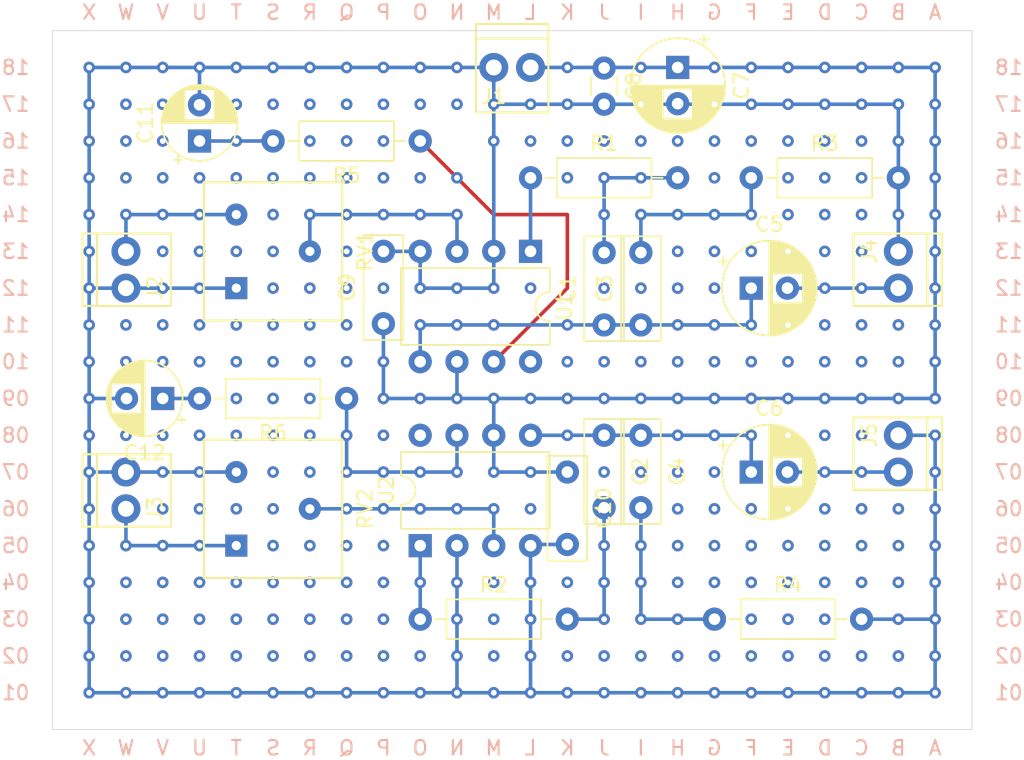
<source format=kicad_pcb>
(kicad_pcb (version 20171130) (host pcbnew "(5.1.4)-1")

  (general
    (thickness 1.6)
    (drawings 88)
    (tracks 508)
    (zones 0)
    (modules 27)
    (nets 23)
  )

  (page A4)
  (layers
    (0 F.Cu signal)
    (31 B.Cu signal)
    (32 B.Adhes user)
    (33 F.Adhes user)
    (34 B.Paste user)
    (35 F.Paste user)
    (36 B.SilkS user)
    (37 F.SilkS user)
    (38 B.Mask user)
    (39 F.Mask user)
    (40 Dwgs.User user)
    (41 Cmts.User user)
    (42 Eco1.User user)
    (43 Eco2.User user)
    (44 Edge.Cuts user)
    (45 Margin user)
    (46 B.CrtYd user)
    (47 F.CrtYd user)
    (48 B.Fab user)
    (49 F.Fab user)
  )

  (setup
    (last_trace_width 0.25)
    (trace_clearance 0.2)
    (zone_clearance 0.508)
    (zone_45_only no)
    (trace_min 0.2)
    (via_size 0.8)
    (via_drill 0.4)
    (via_min_size 0.4)
    (via_min_drill 0.3)
    (uvia_size 0.3)
    (uvia_drill 0.1)
    (uvias_allowed no)
    (uvia_min_size 0.2)
    (uvia_min_drill 0.1)
    (edge_width 0.05)
    (segment_width 0.2)
    (pcb_text_width 0.3)
    (pcb_text_size 1.5 1.5)
    (mod_edge_width 0.12)
    (mod_text_size 1 1)
    (mod_text_width 0.15)
    (pad_size 1.524 1.524)
    (pad_drill 0.762)
    (pad_to_mask_clearance 0.051)
    (solder_mask_min_width 0.25)
    (aux_axis_origin 0 0)
    (visible_elements 7FFFF7FF)
    (pcbplotparams
      (layerselection 0x010fc_ffffffff)
      (usegerberextensions false)
      (usegerberattributes false)
      (usegerberadvancedattributes false)
      (creategerberjobfile false)
      (excludeedgelayer true)
      (linewidth 0.100000)
      (plotframeref false)
      (viasonmask false)
      (mode 1)
      (useauxorigin false)
      (hpglpennumber 1)
      (hpglpenspeed 20)
      (hpglpendiameter 15.000000)
      (psnegative false)
      (psa4output false)
      (plotreference true)
      (plotvalue true)
      (plotinvisibletext false)
      (padsonsilk false)
      (subtractmaskfromsilk false)
      (outputformat 2)
      (mirror false)
      (drillshape 0)
      (scaleselection 1)
      (outputdirectory "img/"))
  )

  (net 0 "")
  (net 1 "Net-(C1-Pad2)")
  (net 2 /L_AMP_OUT)
  (net 3 /R_AMP_OUT)
  (net 4 "Net-(C2-Pad2)")
  (net 5 "Net-(C3-Pad2)")
  (net 6 "Net-(C4-Pad2)")
  (net 7 /L_AUDIO_OUT)
  (net 8 /R_AUDIO_OUT)
  (net 9 GND)
  (net 10 "Net-(R1-Pad1)")
  (net 11 "Net-(R2-Pad1)")
  (net 12 "Net-(RV1-Pad2)")
  (net 13 "Net-(RV2-Pad2)")
  (net 14 "Net-(U1-Pad8)")
  (net 15 "Net-(U2-Pad8)")
  (net 16 +9V)
  (net 17 "Net-(J2-Pad1)")
  (net 18 "Net-(J3-Pad2)")
  (net 19 "Net-(C11-Pad1)")
  (net 20 "Net-(C12-Pad1)")
  (net 21 "Net-(R5-Pad1)")
  (net 22 "Net-(R6-Pad1)")

  (net_class Default "This is the default net class."
    (clearance 0.2)
    (trace_width 0.25)
    (via_dia 0.8)
    (via_drill 0.4)
    (uvia_dia 0.3)
    (uvia_drill 0.1)
    (add_net +9V)
    (add_net /L_AMP_OUT)
    (add_net /L_AUDIO_OUT)
    (add_net /R_AMP_OUT)
    (add_net /R_AUDIO_OUT)
    (add_net GND)
    (add_net "Net-(C1-Pad2)")
    (add_net "Net-(C11-Pad1)")
    (add_net "Net-(C12-Pad1)")
    (add_net "Net-(C2-Pad2)")
    (add_net "Net-(C3-Pad2)")
    (add_net "Net-(C4-Pad2)")
    (add_net "Net-(J2-Pad1)")
    (add_net "Net-(J3-Pad2)")
    (add_net "Net-(R1-Pad1)")
    (add_net "Net-(R2-Pad1)")
    (add_net "Net-(R5-Pad1)")
    (add_net "Net-(R6-Pad1)")
    (add_net "Net-(RV1-Pad2)")
    (add_net "Net-(RV2-Pad2)")
    (add_net "Net-(U1-Pad8)")
    (add_net "Net-(U2-Pad8)")
  )

  (module Capacitor_THT:C_Disc_D7.0mm_W2.5mm_P5.00mm (layer F.Cu) (tedit 5AE50EF0) (tstamp 5F5649E7)
    (at 78.74 83.82 270)
    (descr "C, Disc series, Radial, pin pitch=5.00mm, , diameter*width=7*2.5mm^2, Capacitor, http://cdn-reichelt.de/documents/datenblatt/B300/DS_KERKO_TC.pdf")
    (tags "C Disc series Radial pin pitch 5.00mm  diameter 7mm width 2.5mm Capacitor")
    (path /5F579BD9)
    (fp_text reference C10 (at 2.5 -2.5 90) (layer F.SilkS)
      (effects (font (size 1 1) (thickness 0.15)))
    )
    (fp_text value 100n (at 2.5 2.5 90) (layer F.Fab)
      (effects (font (size 1 1) (thickness 0.15)))
    )
    (fp_text user %R (at 2.5 0 90) (layer F.Fab)
      (effects (font (size 1 1) (thickness 0.15)))
    )
    (fp_line (start 6.25 -1.5) (end -1.25 -1.5) (layer F.CrtYd) (width 0.05))
    (fp_line (start 6.25 1.5) (end 6.25 -1.5) (layer F.CrtYd) (width 0.05))
    (fp_line (start -1.25 1.5) (end 6.25 1.5) (layer F.CrtYd) (width 0.05))
    (fp_line (start -1.25 -1.5) (end -1.25 1.5) (layer F.CrtYd) (width 0.05))
    (fp_line (start 6.12 -1.37) (end 6.12 1.37) (layer F.SilkS) (width 0.12))
    (fp_line (start -1.12 -1.37) (end -1.12 1.37) (layer F.SilkS) (width 0.12))
    (fp_line (start -1.12 1.37) (end 6.12 1.37) (layer F.SilkS) (width 0.12))
    (fp_line (start -1.12 -1.37) (end 6.12 -1.37) (layer F.SilkS) (width 0.12))
    (fp_line (start 6 -1.25) (end -1 -1.25) (layer F.Fab) (width 0.1))
    (fp_line (start 6 1.25) (end 6 -1.25) (layer F.Fab) (width 0.1))
    (fp_line (start -1 1.25) (end 6 1.25) (layer F.Fab) (width 0.1))
    (fp_line (start -1 -1.25) (end -1 1.25) (layer F.Fab) (width 0.1))
    (pad 2 thru_hole circle (at 5 0 270) (size 1.6 1.6) (drill 0.8) (layers *.Cu *.Mask)
      (net 9 GND))
    (pad 1 thru_hole circle (at 0 0 270) (size 1.6 1.6) (drill 0.8) (layers *.Cu *.Mask)
      (net 16 +9V))
    (model ${KISYS3DMOD}/Capacitor_THT.3dshapes/C_Disc_D7.0mm_W2.5mm_P5.00mm.wrl
      (at (xyz 0 0 0))
      (scale (xyz 1 1 1))
      (rotate (xyz 0 0 0))
    )
  )

  (module Capacitor_THT:C_Disc_D7.0mm_W2.5mm_P5.00mm (layer F.Cu) (tedit 5AE50EF0) (tstamp 5F564D66)
    (at 66.04 73.58 90)
    (descr "C, Disc series, Radial, pin pitch=5.00mm, , diameter*width=7*2.5mm^2, Capacitor, http://cdn-reichelt.de/documents/datenblatt/B300/DS_KERKO_TC.pdf")
    (tags "C Disc series Radial pin pitch 5.00mm  diameter 7mm width 2.5mm Capacitor")
    (path /5F5657FC)
    (fp_text reference C9 (at 2.5 -2.5 90) (layer F.SilkS)
      (effects (font (size 1 1) (thickness 0.15)))
    )
    (fp_text value 100n (at 2.5 2.5 90) (layer F.Fab)
      (effects (font (size 1 1) (thickness 0.15)))
    )
    (fp_text user %R (at 2.5 0 90) (layer F.Fab)
      (effects (font (size 1 1) (thickness 0.15)))
    )
    (fp_line (start 6.25 -1.5) (end -1.25 -1.5) (layer F.CrtYd) (width 0.05))
    (fp_line (start 6.25 1.5) (end 6.25 -1.5) (layer F.CrtYd) (width 0.05))
    (fp_line (start -1.25 1.5) (end 6.25 1.5) (layer F.CrtYd) (width 0.05))
    (fp_line (start -1.25 -1.5) (end -1.25 1.5) (layer F.CrtYd) (width 0.05))
    (fp_line (start 6.12 -1.37) (end 6.12 1.37) (layer F.SilkS) (width 0.12))
    (fp_line (start -1.12 -1.37) (end -1.12 1.37) (layer F.SilkS) (width 0.12))
    (fp_line (start -1.12 1.37) (end 6.12 1.37) (layer F.SilkS) (width 0.12))
    (fp_line (start -1.12 -1.37) (end 6.12 -1.37) (layer F.SilkS) (width 0.12))
    (fp_line (start 6 -1.25) (end -1 -1.25) (layer F.Fab) (width 0.1))
    (fp_line (start 6 1.25) (end 6 -1.25) (layer F.Fab) (width 0.1))
    (fp_line (start -1 1.25) (end 6 1.25) (layer F.Fab) (width 0.1))
    (fp_line (start -1 -1.25) (end -1 1.25) (layer F.Fab) (width 0.1))
    (pad 2 thru_hole circle (at 5 0 90) (size 1.6 1.6) (drill 0.8) (layers *.Cu *.Mask)
      (net 9 GND))
    (pad 1 thru_hole circle (at 0 0 90) (size 1.6 1.6) (drill 0.8) (layers *.Cu *.Mask)
      (net 16 +9V))
    (model ${KISYS3DMOD}/Capacitor_THT.3dshapes/C_Disc_D7.0mm_W2.5mm_P5.00mm.wrl
      (at (xyz 0 0 0))
      (scale (xyz 1 1 1))
      (rotate (xyz 0 0 0))
    )
  )

  (module Resistor_THT:R_Axial_DIN0207_L6.3mm_D2.5mm_P10.16mm_Horizontal (layer F.Cu) (tedit 5AE5139B) (tstamp 5F565F20)
    (at 63.5 78.74 180)
    (descr "Resistor, Axial_DIN0207 series, Axial, Horizontal, pin pitch=10.16mm, 0.25W = 1/4W, length*diameter=6.3*2.5mm^2, http://cdn-reichelt.de/documents/datenblatt/B400/1_4W%23YAG.pdf")
    (tags "Resistor Axial_DIN0207 series Axial Horizontal pin pitch 10.16mm 0.25W = 1/4W length 6.3mm diameter 2.5mm")
    (path /5F591E3F)
    (fp_text reference R6 (at 5.08 -2.37) (layer F.SilkS)
      (effects (font (size 1 1) (thickness 0.15)))
    )
    (fp_text value 10k (at 5.08 2.37) (layer F.Fab)
      (effects (font (size 1 1) (thickness 0.15)))
    )
    (fp_text user %R (at 5.08 0) (layer F.Fab)
      (effects (font (size 1 1) (thickness 0.15)))
    )
    (fp_line (start 11.21 -1.5) (end -1.05 -1.5) (layer F.CrtYd) (width 0.05))
    (fp_line (start 11.21 1.5) (end 11.21 -1.5) (layer F.CrtYd) (width 0.05))
    (fp_line (start -1.05 1.5) (end 11.21 1.5) (layer F.CrtYd) (width 0.05))
    (fp_line (start -1.05 -1.5) (end -1.05 1.5) (layer F.CrtYd) (width 0.05))
    (fp_line (start 9.12 0) (end 8.35 0) (layer F.SilkS) (width 0.12))
    (fp_line (start 1.04 0) (end 1.81 0) (layer F.SilkS) (width 0.12))
    (fp_line (start 8.35 -1.37) (end 1.81 -1.37) (layer F.SilkS) (width 0.12))
    (fp_line (start 8.35 1.37) (end 8.35 -1.37) (layer F.SilkS) (width 0.12))
    (fp_line (start 1.81 1.37) (end 8.35 1.37) (layer F.SilkS) (width 0.12))
    (fp_line (start 1.81 -1.37) (end 1.81 1.37) (layer F.SilkS) (width 0.12))
    (fp_line (start 10.16 0) (end 8.23 0) (layer F.Fab) (width 0.1))
    (fp_line (start 0 0) (end 1.93 0) (layer F.Fab) (width 0.1))
    (fp_line (start 8.23 -1.25) (end 1.93 -1.25) (layer F.Fab) (width 0.1))
    (fp_line (start 8.23 1.25) (end 8.23 -1.25) (layer F.Fab) (width 0.1))
    (fp_line (start 1.93 1.25) (end 8.23 1.25) (layer F.Fab) (width 0.1))
    (fp_line (start 1.93 -1.25) (end 1.93 1.25) (layer F.Fab) (width 0.1))
    (pad 2 thru_hole oval (at 10.16 0 180) (size 1.6 1.6) (drill 0.8) (layers *.Cu *.Mask)
      (net 20 "Net-(C12-Pad1)"))
    (pad 1 thru_hole circle (at 0 0 180) (size 1.6 1.6) (drill 0.8) (layers *.Cu *.Mask)
      (net 22 "Net-(R6-Pad1)"))
    (model ${KISYS3DMOD}/Resistor_THT.3dshapes/R_Axial_DIN0207_L6.3mm_D2.5mm_P10.16mm_Horizontal.wrl
      (at (xyz 0 0 0))
      (scale (xyz 1 1 1))
      (rotate (xyz 0 0 0))
    )
  )

  (module Resistor_THT:R_Axial_DIN0207_L6.3mm_D2.5mm_P10.16mm_Horizontal (layer F.Cu) (tedit 5AE5139B) (tstamp 5F5662C1)
    (at 68.58 60.96 180)
    (descr "Resistor, Axial_DIN0207 series, Axial, Horizontal, pin pitch=10.16mm, 0.25W = 1/4W, length*diameter=6.3*2.5mm^2, http://cdn-reichelt.de/documents/datenblatt/B400/1_4W%23YAG.pdf")
    (tags "Resistor Axial_DIN0207 series Axial Horizontal pin pitch 10.16mm 0.25W = 1/4W length 6.3mm diameter 2.5mm")
    (path /5F5851CD)
    (fp_text reference R5 (at 5.08 -2.37) (layer F.SilkS)
      (effects (font (size 1 1) (thickness 0.15)))
    )
    (fp_text value 10k (at 5.08 2.37) (layer F.Fab)
      (effects (font (size 1 1) (thickness 0.15)))
    )
    (fp_text user %R (at 5.08 0) (layer F.Fab)
      (effects (font (size 1 1) (thickness 0.15)))
    )
    (fp_line (start 11.21 -1.5) (end -1.05 -1.5) (layer F.CrtYd) (width 0.05))
    (fp_line (start 11.21 1.5) (end 11.21 -1.5) (layer F.CrtYd) (width 0.05))
    (fp_line (start -1.05 1.5) (end 11.21 1.5) (layer F.CrtYd) (width 0.05))
    (fp_line (start -1.05 -1.5) (end -1.05 1.5) (layer F.CrtYd) (width 0.05))
    (fp_line (start 9.12 0) (end 8.35 0) (layer F.SilkS) (width 0.12))
    (fp_line (start 1.04 0) (end 1.81 0) (layer F.SilkS) (width 0.12))
    (fp_line (start 8.35 -1.37) (end 1.81 -1.37) (layer F.SilkS) (width 0.12))
    (fp_line (start 8.35 1.37) (end 8.35 -1.37) (layer F.SilkS) (width 0.12))
    (fp_line (start 1.81 1.37) (end 8.35 1.37) (layer F.SilkS) (width 0.12))
    (fp_line (start 1.81 -1.37) (end 1.81 1.37) (layer F.SilkS) (width 0.12))
    (fp_line (start 10.16 0) (end 8.23 0) (layer F.Fab) (width 0.1))
    (fp_line (start 0 0) (end 1.93 0) (layer F.Fab) (width 0.1))
    (fp_line (start 8.23 -1.25) (end 1.93 -1.25) (layer F.Fab) (width 0.1))
    (fp_line (start 8.23 1.25) (end 8.23 -1.25) (layer F.Fab) (width 0.1))
    (fp_line (start 1.93 1.25) (end 8.23 1.25) (layer F.Fab) (width 0.1))
    (fp_line (start 1.93 -1.25) (end 1.93 1.25) (layer F.Fab) (width 0.1))
    (pad 2 thru_hole oval (at 10.16 0 180) (size 1.6 1.6) (drill 0.8) (layers *.Cu *.Mask)
      (net 19 "Net-(C11-Pad1)"))
    (pad 1 thru_hole circle (at 0 0 180) (size 1.6 1.6) (drill 0.8) (layers *.Cu *.Mask)
      (net 21 "Net-(R5-Pad1)"))
    (model ${KISYS3DMOD}/Resistor_THT.3dshapes/R_Axial_DIN0207_L6.3mm_D2.5mm_P10.16mm_Horizontal.wrl
      (at (xyz 0 0 0))
      (scale (xyz 1 1 1))
      (rotate (xyz 0 0 0))
    )
  )

  (module Capacitor_THT:CP_Radial_D5.0mm_P2.50mm (layer F.Cu) (tedit 5AE50EF0) (tstamp 5F566604)
    (at 50.8 78.74 180)
    (descr "CP, Radial series, Radial, pin pitch=2.50mm, , diameter=5mm, Electrolytic Capacitor")
    (tags "CP Radial series Radial pin pitch 2.50mm  diameter 5mm Electrolytic Capacitor")
    (path /5F591E35)
    (fp_text reference C12 (at 1.25 -3.75) (layer F.SilkS)
      (effects (font (size 1 1) (thickness 0.15)))
    )
    (fp_text value 10u (at 1.25 3.75) (layer F.Fab)
      (effects (font (size 1 1) (thickness 0.15)))
    )
    (fp_text user %R (at 1.25 0) (layer F.Fab)
      (effects (font (size 1 1) (thickness 0.15)))
    )
    (fp_line (start -1.304775 -1.725) (end -1.304775 -1.225) (layer F.SilkS) (width 0.12))
    (fp_line (start -1.554775 -1.475) (end -1.054775 -1.475) (layer F.SilkS) (width 0.12))
    (fp_line (start 3.851 -0.284) (end 3.851 0.284) (layer F.SilkS) (width 0.12))
    (fp_line (start 3.811 -0.518) (end 3.811 0.518) (layer F.SilkS) (width 0.12))
    (fp_line (start 3.771 -0.677) (end 3.771 0.677) (layer F.SilkS) (width 0.12))
    (fp_line (start 3.731 -0.805) (end 3.731 0.805) (layer F.SilkS) (width 0.12))
    (fp_line (start 3.691 -0.915) (end 3.691 0.915) (layer F.SilkS) (width 0.12))
    (fp_line (start 3.651 -1.011) (end 3.651 1.011) (layer F.SilkS) (width 0.12))
    (fp_line (start 3.611 -1.098) (end 3.611 1.098) (layer F.SilkS) (width 0.12))
    (fp_line (start 3.571 -1.178) (end 3.571 1.178) (layer F.SilkS) (width 0.12))
    (fp_line (start 3.531 1.04) (end 3.531 1.251) (layer F.SilkS) (width 0.12))
    (fp_line (start 3.531 -1.251) (end 3.531 -1.04) (layer F.SilkS) (width 0.12))
    (fp_line (start 3.491 1.04) (end 3.491 1.319) (layer F.SilkS) (width 0.12))
    (fp_line (start 3.491 -1.319) (end 3.491 -1.04) (layer F.SilkS) (width 0.12))
    (fp_line (start 3.451 1.04) (end 3.451 1.383) (layer F.SilkS) (width 0.12))
    (fp_line (start 3.451 -1.383) (end 3.451 -1.04) (layer F.SilkS) (width 0.12))
    (fp_line (start 3.411 1.04) (end 3.411 1.443) (layer F.SilkS) (width 0.12))
    (fp_line (start 3.411 -1.443) (end 3.411 -1.04) (layer F.SilkS) (width 0.12))
    (fp_line (start 3.371 1.04) (end 3.371 1.5) (layer F.SilkS) (width 0.12))
    (fp_line (start 3.371 -1.5) (end 3.371 -1.04) (layer F.SilkS) (width 0.12))
    (fp_line (start 3.331 1.04) (end 3.331 1.554) (layer F.SilkS) (width 0.12))
    (fp_line (start 3.331 -1.554) (end 3.331 -1.04) (layer F.SilkS) (width 0.12))
    (fp_line (start 3.291 1.04) (end 3.291 1.605) (layer F.SilkS) (width 0.12))
    (fp_line (start 3.291 -1.605) (end 3.291 -1.04) (layer F.SilkS) (width 0.12))
    (fp_line (start 3.251 1.04) (end 3.251 1.653) (layer F.SilkS) (width 0.12))
    (fp_line (start 3.251 -1.653) (end 3.251 -1.04) (layer F.SilkS) (width 0.12))
    (fp_line (start 3.211 1.04) (end 3.211 1.699) (layer F.SilkS) (width 0.12))
    (fp_line (start 3.211 -1.699) (end 3.211 -1.04) (layer F.SilkS) (width 0.12))
    (fp_line (start 3.171 1.04) (end 3.171 1.743) (layer F.SilkS) (width 0.12))
    (fp_line (start 3.171 -1.743) (end 3.171 -1.04) (layer F.SilkS) (width 0.12))
    (fp_line (start 3.131 1.04) (end 3.131 1.785) (layer F.SilkS) (width 0.12))
    (fp_line (start 3.131 -1.785) (end 3.131 -1.04) (layer F.SilkS) (width 0.12))
    (fp_line (start 3.091 1.04) (end 3.091 1.826) (layer F.SilkS) (width 0.12))
    (fp_line (start 3.091 -1.826) (end 3.091 -1.04) (layer F.SilkS) (width 0.12))
    (fp_line (start 3.051 1.04) (end 3.051 1.864) (layer F.SilkS) (width 0.12))
    (fp_line (start 3.051 -1.864) (end 3.051 -1.04) (layer F.SilkS) (width 0.12))
    (fp_line (start 3.011 1.04) (end 3.011 1.901) (layer F.SilkS) (width 0.12))
    (fp_line (start 3.011 -1.901) (end 3.011 -1.04) (layer F.SilkS) (width 0.12))
    (fp_line (start 2.971 1.04) (end 2.971 1.937) (layer F.SilkS) (width 0.12))
    (fp_line (start 2.971 -1.937) (end 2.971 -1.04) (layer F.SilkS) (width 0.12))
    (fp_line (start 2.931 1.04) (end 2.931 1.971) (layer F.SilkS) (width 0.12))
    (fp_line (start 2.931 -1.971) (end 2.931 -1.04) (layer F.SilkS) (width 0.12))
    (fp_line (start 2.891 1.04) (end 2.891 2.004) (layer F.SilkS) (width 0.12))
    (fp_line (start 2.891 -2.004) (end 2.891 -1.04) (layer F.SilkS) (width 0.12))
    (fp_line (start 2.851 1.04) (end 2.851 2.035) (layer F.SilkS) (width 0.12))
    (fp_line (start 2.851 -2.035) (end 2.851 -1.04) (layer F.SilkS) (width 0.12))
    (fp_line (start 2.811 1.04) (end 2.811 2.065) (layer F.SilkS) (width 0.12))
    (fp_line (start 2.811 -2.065) (end 2.811 -1.04) (layer F.SilkS) (width 0.12))
    (fp_line (start 2.771 1.04) (end 2.771 2.095) (layer F.SilkS) (width 0.12))
    (fp_line (start 2.771 -2.095) (end 2.771 -1.04) (layer F.SilkS) (width 0.12))
    (fp_line (start 2.731 1.04) (end 2.731 2.122) (layer F.SilkS) (width 0.12))
    (fp_line (start 2.731 -2.122) (end 2.731 -1.04) (layer F.SilkS) (width 0.12))
    (fp_line (start 2.691 1.04) (end 2.691 2.149) (layer F.SilkS) (width 0.12))
    (fp_line (start 2.691 -2.149) (end 2.691 -1.04) (layer F.SilkS) (width 0.12))
    (fp_line (start 2.651 1.04) (end 2.651 2.175) (layer F.SilkS) (width 0.12))
    (fp_line (start 2.651 -2.175) (end 2.651 -1.04) (layer F.SilkS) (width 0.12))
    (fp_line (start 2.611 1.04) (end 2.611 2.2) (layer F.SilkS) (width 0.12))
    (fp_line (start 2.611 -2.2) (end 2.611 -1.04) (layer F.SilkS) (width 0.12))
    (fp_line (start 2.571 1.04) (end 2.571 2.224) (layer F.SilkS) (width 0.12))
    (fp_line (start 2.571 -2.224) (end 2.571 -1.04) (layer F.SilkS) (width 0.12))
    (fp_line (start 2.531 1.04) (end 2.531 2.247) (layer F.SilkS) (width 0.12))
    (fp_line (start 2.531 -2.247) (end 2.531 -1.04) (layer F.SilkS) (width 0.12))
    (fp_line (start 2.491 1.04) (end 2.491 2.268) (layer F.SilkS) (width 0.12))
    (fp_line (start 2.491 -2.268) (end 2.491 -1.04) (layer F.SilkS) (width 0.12))
    (fp_line (start 2.451 1.04) (end 2.451 2.29) (layer F.SilkS) (width 0.12))
    (fp_line (start 2.451 -2.29) (end 2.451 -1.04) (layer F.SilkS) (width 0.12))
    (fp_line (start 2.411 1.04) (end 2.411 2.31) (layer F.SilkS) (width 0.12))
    (fp_line (start 2.411 -2.31) (end 2.411 -1.04) (layer F.SilkS) (width 0.12))
    (fp_line (start 2.371 1.04) (end 2.371 2.329) (layer F.SilkS) (width 0.12))
    (fp_line (start 2.371 -2.329) (end 2.371 -1.04) (layer F.SilkS) (width 0.12))
    (fp_line (start 2.331 1.04) (end 2.331 2.348) (layer F.SilkS) (width 0.12))
    (fp_line (start 2.331 -2.348) (end 2.331 -1.04) (layer F.SilkS) (width 0.12))
    (fp_line (start 2.291 1.04) (end 2.291 2.365) (layer F.SilkS) (width 0.12))
    (fp_line (start 2.291 -2.365) (end 2.291 -1.04) (layer F.SilkS) (width 0.12))
    (fp_line (start 2.251 1.04) (end 2.251 2.382) (layer F.SilkS) (width 0.12))
    (fp_line (start 2.251 -2.382) (end 2.251 -1.04) (layer F.SilkS) (width 0.12))
    (fp_line (start 2.211 1.04) (end 2.211 2.398) (layer F.SilkS) (width 0.12))
    (fp_line (start 2.211 -2.398) (end 2.211 -1.04) (layer F.SilkS) (width 0.12))
    (fp_line (start 2.171 1.04) (end 2.171 2.414) (layer F.SilkS) (width 0.12))
    (fp_line (start 2.171 -2.414) (end 2.171 -1.04) (layer F.SilkS) (width 0.12))
    (fp_line (start 2.131 1.04) (end 2.131 2.428) (layer F.SilkS) (width 0.12))
    (fp_line (start 2.131 -2.428) (end 2.131 -1.04) (layer F.SilkS) (width 0.12))
    (fp_line (start 2.091 1.04) (end 2.091 2.442) (layer F.SilkS) (width 0.12))
    (fp_line (start 2.091 -2.442) (end 2.091 -1.04) (layer F.SilkS) (width 0.12))
    (fp_line (start 2.051 1.04) (end 2.051 2.455) (layer F.SilkS) (width 0.12))
    (fp_line (start 2.051 -2.455) (end 2.051 -1.04) (layer F.SilkS) (width 0.12))
    (fp_line (start 2.011 1.04) (end 2.011 2.468) (layer F.SilkS) (width 0.12))
    (fp_line (start 2.011 -2.468) (end 2.011 -1.04) (layer F.SilkS) (width 0.12))
    (fp_line (start 1.971 1.04) (end 1.971 2.48) (layer F.SilkS) (width 0.12))
    (fp_line (start 1.971 -2.48) (end 1.971 -1.04) (layer F.SilkS) (width 0.12))
    (fp_line (start 1.93 1.04) (end 1.93 2.491) (layer F.SilkS) (width 0.12))
    (fp_line (start 1.93 -2.491) (end 1.93 -1.04) (layer F.SilkS) (width 0.12))
    (fp_line (start 1.89 1.04) (end 1.89 2.501) (layer F.SilkS) (width 0.12))
    (fp_line (start 1.89 -2.501) (end 1.89 -1.04) (layer F.SilkS) (width 0.12))
    (fp_line (start 1.85 1.04) (end 1.85 2.511) (layer F.SilkS) (width 0.12))
    (fp_line (start 1.85 -2.511) (end 1.85 -1.04) (layer F.SilkS) (width 0.12))
    (fp_line (start 1.81 1.04) (end 1.81 2.52) (layer F.SilkS) (width 0.12))
    (fp_line (start 1.81 -2.52) (end 1.81 -1.04) (layer F.SilkS) (width 0.12))
    (fp_line (start 1.77 1.04) (end 1.77 2.528) (layer F.SilkS) (width 0.12))
    (fp_line (start 1.77 -2.528) (end 1.77 -1.04) (layer F.SilkS) (width 0.12))
    (fp_line (start 1.73 1.04) (end 1.73 2.536) (layer F.SilkS) (width 0.12))
    (fp_line (start 1.73 -2.536) (end 1.73 -1.04) (layer F.SilkS) (width 0.12))
    (fp_line (start 1.69 1.04) (end 1.69 2.543) (layer F.SilkS) (width 0.12))
    (fp_line (start 1.69 -2.543) (end 1.69 -1.04) (layer F.SilkS) (width 0.12))
    (fp_line (start 1.65 1.04) (end 1.65 2.55) (layer F.SilkS) (width 0.12))
    (fp_line (start 1.65 -2.55) (end 1.65 -1.04) (layer F.SilkS) (width 0.12))
    (fp_line (start 1.61 1.04) (end 1.61 2.556) (layer F.SilkS) (width 0.12))
    (fp_line (start 1.61 -2.556) (end 1.61 -1.04) (layer F.SilkS) (width 0.12))
    (fp_line (start 1.57 1.04) (end 1.57 2.561) (layer F.SilkS) (width 0.12))
    (fp_line (start 1.57 -2.561) (end 1.57 -1.04) (layer F.SilkS) (width 0.12))
    (fp_line (start 1.53 1.04) (end 1.53 2.565) (layer F.SilkS) (width 0.12))
    (fp_line (start 1.53 -2.565) (end 1.53 -1.04) (layer F.SilkS) (width 0.12))
    (fp_line (start 1.49 1.04) (end 1.49 2.569) (layer F.SilkS) (width 0.12))
    (fp_line (start 1.49 -2.569) (end 1.49 -1.04) (layer F.SilkS) (width 0.12))
    (fp_line (start 1.45 -2.573) (end 1.45 2.573) (layer F.SilkS) (width 0.12))
    (fp_line (start 1.41 -2.576) (end 1.41 2.576) (layer F.SilkS) (width 0.12))
    (fp_line (start 1.37 -2.578) (end 1.37 2.578) (layer F.SilkS) (width 0.12))
    (fp_line (start 1.33 -2.579) (end 1.33 2.579) (layer F.SilkS) (width 0.12))
    (fp_line (start 1.29 -2.58) (end 1.29 2.58) (layer F.SilkS) (width 0.12))
    (fp_line (start 1.25 -2.58) (end 1.25 2.58) (layer F.SilkS) (width 0.12))
    (fp_line (start -0.633605 -1.3375) (end -0.633605 -0.8375) (layer F.Fab) (width 0.1))
    (fp_line (start -0.883605 -1.0875) (end -0.383605 -1.0875) (layer F.Fab) (width 0.1))
    (fp_circle (center 1.25 0) (end 4 0) (layer F.CrtYd) (width 0.05))
    (fp_circle (center 1.25 0) (end 3.87 0) (layer F.SilkS) (width 0.12))
    (fp_circle (center 1.25 0) (end 3.75 0) (layer F.Fab) (width 0.1))
    (pad 2 thru_hole circle (at 2.5 0 180) (size 1.6 1.6) (drill 0.8) (layers *.Cu *.Mask)
      (net 9 GND))
    (pad 1 thru_hole rect (at 0 0 180) (size 1.6 1.6) (drill 0.8) (layers *.Cu *.Mask)
      (net 20 "Net-(C12-Pad1)"))
    (model ${KISYS3DMOD}/Capacitor_THT.3dshapes/CP_Radial_D5.0mm_P2.50mm.wrl
      (at (xyz 0 0 0))
      (scale (xyz 1 1 1))
      (rotate (xyz 0 0 0))
    )
  )

  (module Capacitor_THT:CP_Radial_D5.0mm_P2.50mm (layer F.Cu) (tedit 5AE50EF0) (tstamp 5F565CF6)
    (at 53.34 60.96 90)
    (descr "CP, Radial series, Radial, pin pitch=2.50mm, , diameter=5mm, Electrolytic Capacitor")
    (tags "CP Radial series Radial pin pitch 2.50mm  diameter 5mm Electrolytic Capacitor")
    (path /5F58466E)
    (fp_text reference C11 (at 1.25 -3.75 90) (layer F.SilkS)
      (effects (font (size 1 1) (thickness 0.15)))
    )
    (fp_text value 10u (at 1.25 3.75 90) (layer F.Fab)
      (effects (font (size 1 1) (thickness 0.15)))
    )
    (fp_text user %R (at 1.25 0 90) (layer F.Fab)
      (effects (font (size 1 1) (thickness 0.15)))
    )
    (fp_line (start -1.304775 -1.725) (end -1.304775 -1.225) (layer F.SilkS) (width 0.12))
    (fp_line (start -1.554775 -1.475) (end -1.054775 -1.475) (layer F.SilkS) (width 0.12))
    (fp_line (start 3.851 -0.284) (end 3.851 0.284) (layer F.SilkS) (width 0.12))
    (fp_line (start 3.811 -0.518) (end 3.811 0.518) (layer F.SilkS) (width 0.12))
    (fp_line (start 3.771 -0.677) (end 3.771 0.677) (layer F.SilkS) (width 0.12))
    (fp_line (start 3.731 -0.805) (end 3.731 0.805) (layer F.SilkS) (width 0.12))
    (fp_line (start 3.691 -0.915) (end 3.691 0.915) (layer F.SilkS) (width 0.12))
    (fp_line (start 3.651 -1.011) (end 3.651 1.011) (layer F.SilkS) (width 0.12))
    (fp_line (start 3.611 -1.098) (end 3.611 1.098) (layer F.SilkS) (width 0.12))
    (fp_line (start 3.571 -1.178) (end 3.571 1.178) (layer F.SilkS) (width 0.12))
    (fp_line (start 3.531 1.04) (end 3.531 1.251) (layer F.SilkS) (width 0.12))
    (fp_line (start 3.531 -1.251) (end 3.531 -1.04) (layer F.SilkS) (width 0.12))
    (fp_line (start 3.491 1.04) (end 3.491 1.319) (layer F.SilkS) (width 0.12))
    (fp_line (start 3.491 -1.319) (end 3.491 -1.04) (layer F.SilkS) (width 0.12))
    (fp_line (start 3.451 1.04) (end 3.451 1.383) (layer F.SilkS) (width 0.12))
    (fp_line (start 3.451 -1.383) (end 3.451 -1.04) (layer F.SilkS) (width 0.12))
    (fp_line (start 3.411 1.04) (end 3.411 1.443) (layer F.SilkS) (width 0.12))
    (fp_line (start 3.411 -1.443) (end 3.411 -1.04) (layer F.SilkS) (width 0.12))
    (fp_line (start 3.371 1.04) (end 3.371 1.5) (layer F.SilkS) (width 0.12))
    (fp_line (start 3.371 -1.5) (end 3.371 -1.04) (layer F.SilkS) (width 0.12))
    (fp_line (start 3.331 1.04) (end 3.331 1.554) (layer F.SilkS) (width 0.12))
    (fp_line (start 3.331 -1.554) (end 3.331 -1.04) (layer F.SilkS) (width 0.12))
    (fp_line (start 3.291 1.04) (end 3.291 1.605) (layer F.SilkS) (width 0.12))
    (fp_line (start 3.291 -1.605) (end 3.291 -1.04) (layer F.SilkS) (width 0.12))
    (fp_line (start 3.251 1.04) (end 3.251 1.653) (layer F.SilkS) (width 0.12))
    (fp_line (start 3.251 -1.653) (end 3.251 -1.04) (layer F.SilkS) (width 0.12))
    (fp_line (start 3.211 1.04) (end 3.211 1.699) (layer F.SilkS) (width 0.12))
    (fp_line (start 3.211 -1.699) (end 3.211 -1.04) (layer F.SilkS) (width 0.12))
    (fp_line (start 3.171 1.04) (end 3.171 1.743) (layer F.SilkS) (width 0.12))
    (fp_line (start 3.171 -1.743) (end 3.171 -1.04) (layer F.SilkS) (width 0.12))
    (fp_line (start 3.131 1.04) (end 3.131 1.785) (layer F.SilkS) (width 0.12))
    (fp_line (start 3.131 -1.785) (end 3.131 -1.04) (layer F.SilkS) (width 0.12))
    (fp_line (start 3.091 1.04) (end 3.091 1.826) (layer F.SilkS) (width 0.12))
    (fp_line (start 3.091 -1.826) (end 3.091 -1.04) (layer F.SilkS) (width 0.12))
    (fp_line (start 3.051 1.04) (end 3.051 1.864) (layer F.SilkS) (width 0.12))
    (fp_line (start 3.051 -1.864) (end 3.051 -1.04) (layer F.SilkS) (width 0.12))
    (fp_line (start 3.011 1.04) (end 3.011 1.901) (layer F.SilkS) (width 0.12))
    (fp_line (start 3.011 -1.901) (end 3.011 -1.04) (layer F.SilkS) (width 0.12))
    (fp_line (start 2.971 1.04) (end 2.971 1.937) (layer F.SilkS) (width 0.12))
    (fp_line (start 2.971 -1.937) (end 2.971 -1.04) (layer F.SilkS) (width 0.12))
    (fp_line (start 2.931 1.04) (end 2.931 1.971) (layer F.SilkS) (width 0.12))
    (fp_line (start 2.931 -1.971) (end 2.931 -1.04) (layer F.SilkS) (width 0.12))
    (fp_line (start 2.891 1.04) (end 2.891 2.004) (layer F.SilkS) (width 0.12))
    (fp_line (start 2.891 -2.004) (end 2.891 -1.04) (layer F.SilkS) (width 0.12))
    (fp_line (start 2.851 1.04) (end 2.851 2.035) (layer F.SilkS) (width 0.12))
    (fp_line (start 2.851 -2.035) (end 2.851 -1.04) (layer F.SilkS) (width 0.12))
    (fp_line (start 2.811 1.04) (end 2.811 2.065) (layer F.SilkS) (width 0.12))
    (fp_line (start 2.811 -2.065) (end 2.811 -1.04) (layer F.SilkS) (width 0.12))
    (fp_line (start 2.771 1.04) (end 2.771 2.095) (layer F.SilkS) (width 0.12))
    (fp_line (start 2.771 -2.095) (end 2.771 -1.04) (layer F.SilkS) (width 0.12))
    (fp_line (start 2.731 1.04) (end 2.731 2.122) (layer F.SilkS) (width 0.12))
    (fp_line (start 2.731 -2.122) (end 2.731 -1.04) (layer F.SilkS) (width 0.12))
    (fp_line (start 2.691 1.04) (end 2.691 2.149) (layer F.SilkS) (width 0.12))
    (fp_line (start 2.691 -2.149) (end 2.691 -1.04) (layer F.SilkS) (width 0.12))
    (fp_line (start 2.651 1.04) (end 2.651 2.175) (layer F.SilkS) (width 0.12))
    (fp_line (start 2.651 -2.175) (end 2.651 -1.04) (layer F.SilkS) (width 0.12))
    (fp_line (start 2.611 1.04) (end 2.611 2.2) (layer F.SilkS) (width 0.12))
    (fp_line (start 2.611 -2.2) (end 2.611 -1.04) (layer F.SilkS) (width 0.12))
    (fp_line (start 2.571 1.04) (end 2.571 2.224) (layer F.SilkS) (width 0.12))
    (fp_line (start 2.571 -2.224) (end 2.571 -1.04) (layer F.SilkS) (width 0.12))
    (fp_line (start 2.531 1.04) (end 2.531 2.247) (layer F.SilkS) (width 0.12))
    (fp_line (start 2.531 -2.247) (end 2.531 -1.04) (layer F.SilkS) (width 0.12))
    (fp_line (start 2.491 1.04) (end 2.491 2.268) (layer F.SilkS) (width 0.12))
    (fp_line (start 2.491 -2.268) (end 2.491 -1.04) (layer F.SilkS) (width 0.12))
    (fp_line (start 2.451 1.04) (end 2.451 2.29) (layer F.SilkS) (width 0.12))
    (fp_line (start 2.451 -2.29) (end 2.451 -1.04) (layer F.SilkS) (width 0.12))
    (fp_line (start 2.411 1.04) (end 2.411 2.31) (layer F.SilkS) (width 0.12))
    (fp_line (start 2.411 -2.31) (end 2.411 -1.04) (layer F.SilkS) (width 0.12))
    (fp_line (start 2.371 1.04) (end 2.371 2.329) (layer F.SilkS) (width 0.12))
    (fp_line (start 2.371 -2.329) (end 2.371 -1.04) (layer F.SilkS) (width 0.12))
    (fp_line (start 2.331 1.04) (end 2.331 2.348) (layer F.SilkS) (width 0.12))
    (fp_line (start 2.331 -2.348) (end 2.331 -1.04) (layer F.SilkS) (width 0.12))
    (fp_line (start 2.291 1.04) (end 2.291 2.365) (layer F.SilkS) (width 0.12))
    (fp_line (start 2.291 -2.365) (end 2.291 -1.04) (layer F.SilkS) (width 0.12))
    (fp_line (start 2.251 1.04) (end 2.251 2.382) (layer F.SilkS) (width 0.12))
    (fp_line (start 2.251 -2.382) (end 2.251 -1.04) (layer F.SilkS) (width 0.12))
    (fp_line (start 2.211 1.04) (end 2.211 2.398) (layer F.SilkS) (width 0.12))
    (fp_line (start 2.211 -2.398) (end 2.211 -1.04) (layer F.SilkS) (width 0.12))
    (fp_line (start 2.171 1.04) (end 2.171 2.414) (layer F.SilkS) (width 0.12))
    (fp_line (start 2.171 -2.414) (end 2.171 -1.04) (layer F.SilkS) (width 0.12))
    (fp_line (start 2.131 1.04) (end 2.131 2.428) (layer F.SilkS) (width 0.12))
    (fp_line (start 2.131 -2.428) (end 2.131 -1.04) (layer F.SilkS) (width 0.12))
    (fp_line (start 2.091 1.04) (end 2.091 2.442) (layer F.SilkS) (width 0.12))
    (fp_line (start 2.091 -2.442) (end 2.091 -1.04) (layer F.SilkS) (width 0.12))
    (fp_line (start 2.051 1.04) (end 2.051 2.455) (layer F.SilkS) (width 0.12))
    (fp_line (start 2.051 -2.455) (end 2.051 -1.04) (layer F.SilkS) (width 0.12))
    (fp_line (start 2.011 1.04) (end 2.011 2.468) (layer F.SilkS) (width 0.12))
    (fp_line (start 2.011 -2.468) (end 2.011 -1.04) (layer F.SilkS) (width 0.12))
    (fp_line (start 1.971 1.04) (end 1.971 2.48) (layer F.SilkS) (width 0.12))
    (fp_line (start 1.971 -2.48) (end 1.971 -1.04) (layer F.SilkS) (width 0.12))
    (fp_line (start 1.93 1.04) (end 1.93 2.491) (layer F.SilkS) (width 0.12))
    (fp_line (start 1.93 -2.491) (end 1.93 -1.04) (layer F.SilkS) (width 0.12))
    (fp_line (start 1.89 1.04) (end 1.89 2.501) (layer F.SilkS) (width 0.12))
    (fp_line (start 1.89 -2.501) (end 1.89 -1.04) (layer F.SilkS) (width 0.12))
    (fp_line (start 1.85 1.04) (end 1.85 2.511) (layer F.SilkS) (width 0.12))
    (fp_line (start 1.85 -2.511) (end 1.85 -1.04) (layer F.SilkS) (width 0.12))
    (fp_line (start 1.81 1.04) (end 1.81 2.52) (layer F.SilkS) (width 0.12))
    (fp_line (start 1.81 -2.52) (end 1.81 -1.04) (layer F.SilkS) (width 0.12))
    (fp_line (start 1.77 1.04) (end 1.77 2.528) (layer F.SilkS) (width 0.12))
    (fp_line (start 1.77 -2.528) (end 1.77 -1.04) (layer F.SilkS) (width 0.12))
    (fp_line (start 1.73 1.04) (end 1.73 2.536) (layer F.SilkS) (width 0.12))
    (fp_line (start 1.73 -2.536) (end 1.73 -1.04) (layer F.SilkS) (width 0.12))
    (fp_line (start 1.69 1.04) (end 1.69 2.543) (layer F.SilkS) (width 0.12))
    (fp_line (start 1.69 -2.543) (end 1.69 -1.04) (layer F.SilkS) (width 0.12))
    (fp_line (start 1.65 1.04) (end 1.65 2.55) (layer F.SilkS) (width 0.12))
    (fp_line (start 1.65 -2.55) (end 1.65 -1.04) (layer F.SilkS) (width 0.12))
    (fp_line (start 1.61 1.04) (end 1.61 2.556) (layer F.SilkS) (width 0.12))
    (fp_line (start 1.61 -2.556) (end 1.61 -1.04) (layer F.SilkS) (width 0.12))
    (fp_line (start 1.57 1.04) (end 1.57 2.561) (layer F.SilkS) (width 0.12))
    (fp_line (start 1.57 -2.561) (end 1.57 -1.04) (layer F.SilkS) (width 0.12))
    (fp_line (start 1.53 1.04) (end 1.53 2.565) (layer F.SilkS) (width 0.12))
    (fp_line (start 1.53 -2.565) (end 1.53 -1.04) (layer F.SilkS) (width 0.12))
    (fp_line (start 1.49 1.04) (end 1.49 2.569) (layer F.SilkS) (width 0.12))
    (fp_line (start 1.49 -2.569) (end 1.49 -1.04) (layer F.SilkS) (width 0.12))
    (fp_line (start 1.45 -2.573) (end 1.45 2.573) (layer F.SilkS) (width 0.12))
    (fp_line (start 1.41 -2.576) (end 1.41 2.576) (layer F.SilkS) (width 0.12))
    (fp_line (start 1.37 -2.578) (end 1.37 2.578) (layer F.SilkS) (width 0.12))
    (fp_line (start 1.33 -2.579) (end 1.33 2.579) (layer F.SilkS) (width 0.12))
    (fp_line (start 1.29 -2.58) (end 1.29 2.58) (layer F.SilkS) (width 0.12))
    (fp_line (start 1.25 -2.58) (end 1.25 2.58) (layer F.SilkS) (width 0.12))
    (fp_line (start -0.633605 -1.3375) (end -0.633605 -0.8375) (layer F.Fab) (width 0.1))
    (fp_line (start -0.883605 -1.0875) (end -0.383605 -1.0875) (layer F.Fab) (width 0.1))
    (fp_circle (center 1.25 0) (end 4 0) (layer F.CrtYd) (width 0.05))
    (fp_circle (center 1.25 0) (end 3.87 0) (layer F.SilkS) (width 0.12))
    (fp_circle (center 1.25 0) (end 3.75 0) (layer F.Fab) (width 0.1))
    (pad 2 thru_hole circle (at 2.5 0 90) (size 1.6 1.6) (drill 0.8) (layers *.Cu *.Mask)
      (net 9 GND))
    (pad 1 thru_hole rect (at 0 0 90) (size 1.6 1.6) (drill 0.8) (layers *.Cu *.Mask)
      (net 19 "Net-(C11-Pad1)"))
    (model ${KISYS3DMOD}/Capacitor_THT.3dshapes/CP_Radial_D5.0mm_P2.50mm.wrl
      (at (xyz 0 0 0))
      (scale (xyz 1 1 1))
      (rotate (xyz 0 0 0))
    )
  )

  (module Capacitor_THT:C_Disc_D3.0mm_W1.6mm_P2.50mm (layer F.Cu) (tedit 5AE50EF0) (tstamp 5F54BD7B)
    (at 81.28 55.92 270)
    (descr "C, Disc series, Radial, pin pitch=2.50mm, , diameter*width=3.0*1.6mm^2, Capacitor, http://www.vishay.com/docs/45233/krseries.pdf")
    (tags "C Disc series Radial pin pitch 2.50mm  diameter 3.0mm width 1.6mm Capacitor")
    (path /5F54B0D2)
    (fp_text reference C8 (at 1.25 -2.05 90) (layer F.SilkS)
      (effects (font (size 1 1) (thickness 0.15)))
    )
    (fp_text value 100n (at 1.25 2.05 90) (layer F.Fab)
      (effects (font (size 1 1) (thickness 0.15)))
    )
    (fp_text user %R (at 1.25 0 90) (layer F.Fab)
      (effects (font (size 0.6 0.6) (thickness 0.09)))
    )
    (fp_line (start 3.55 -1.05) (end -1.05 -1.05) (layer F.CrtYd) (width 0.05))
    (fp_line (start 3.55 1.05) (end 3.55 -1.05) (layer F.CrtYd) (width 0.05))
    (fp_line (start -1.05 1.05) (end 3.55 1.05) (layer F.CrtYd) (width 0.05))
    (fp_line (start -1.05 -1.05) (end -1.05 1.05) (layer F.CrtYd) (width 0.05))
    (fp_line (start 0.621 0.92) (end 1.879 0.92) (layer F.SilkS) (width 0.12))
    (fp_line (start 0.621 -0.92) (end 1.879 -0.92) (layer F.SilkS) (width 0.12))
    (fp_line (start 2.75 -0.8) (end -0.25 -0.8) (layer F.Fab) (width 0.1))
    (fp_line (start 2.75 0.8) (end 2.75 -0.8) (layer F.Fab) (width 0.1))
    (fp_line (start -0.25 0.8) (end 2.75 0.8) (layer F.Fab) (width 0.1))
    (fp_line (start -0.25 -0.8) (end -0.25 0.8) (layer F.Fab) (width 0.1))
    (pad 2 thru_hole circle (at 2.5 0 270) (size 1.6 1.6) (drill 0.8) (layers *.Cu *.Mask)
      (net 9 GND))
    (pad 1 thru_hole circle (at 0 0 270) (size 1.6 1.6) (drill 0.8) (layers *.Cu *.Mask)
      (net 16 +9V))
    (model ${KISYS3DMOD}/Capacitor_THT.3dshapes/C_Disc_D3.0mm_W1.6mm_P2.50mm.wrl
      (at (xyz 0 0 0))
      (scale (xyz 1 1 1))
      (rotate (xyz 0 0 0))
    )
  )

  (module Capacitor_THT:CP_Radial_D6.3mm_P2.50mm (layer F.Cu) (tedit 5AE50EF0) (tstamp 5F54BD6A)
    (at 86.36 55.88 270)
    (descr "CP, Radial series, Radial, pin pitch=2.50mm, , diameter=6.3mm, Electrolytic Capacitor")
    (tags "CP Radial series Radial pin pitch 2.50mm  diameter 6.3mm Electrolytic Capacitor")
    (path /5F54ABB0)
    (fp_text reference C7 (at 1.25 -4.4 90) (layer F.SilkS)
      (effects (font (size 1 1) (thickness 0.15)))
    )
    (fp_text value 100u (at 1.25 4.4 90) (layer F.Fab)
      (effects (font (size 1 1) (thickness 0.15)))
    )
    (fp_text user %R (at 1.25 0 90) (layer F.Fab)
      (effects (font (size 1 1) (thickness 0.15)))
    )
    (fp_line (start -1.935241 -2.154) (end -1.935241 -1.524) (layer F.SilkS) (width 0.12))
    (fp_line (start -2.250241 -1.839) (end -1.620241 -1.839) (layer F.SilkS) (width 0.12))
    (fp_line (start 4.491 -0.402) (end 4.491 0.402) (layer F.SilkS) (width 0.12))
    (fp_line (start 4.451 -0.633) (end 4.451 0.633) (layer F.SilkS) (width 0.12))
    (fp_line (start 4.411 -0.802) (end 4.411 0.802) (layer F.SilkS) (width 0.12))
    (fp_line (start 4.371 -0.94) (end 4.371 0.94) (layer F.SilkS) (width 0.12))
    (fp_line (start 4.331 -1.059) (end 4.331 1.059) (layer F.SilkS) (width 0.12))
    (fp_line (start 4.291 -1.165) (end 4.291 1.165) (layer F.SilkS) (width 0.12))
    (fp_line (start 4.251 -1.262) (end 4.251 1.262) (layer F.SilkS) (width 0.12))
    (fp_line (start 4.211 -1.35) (end 4.211 1.35) (layer F.SilkS) (width 0.12))
    (fp_line (start 4.171 -1.432) (end 4.171 1.432) (layer F.SilkS) (width 0.12))
    (fp_line (start 4.131 -1.509) (end 4.131 1.509) (layer F.SilkS) (width 0.12))
    (fp_line (start 4.091 -1.581) (end 4.091 1.581) (layer F.SilkS) (width 0.12))
    (fp_line (start 4.051 -1.65) (end 4.051 1.65) (layer F.SilkS) (width 0.12))
    (fp_line (start 4.011 -1.714) (end 4.011 1.714) (layer F.SilkS) (width 0.12))
    (fp_line (start 3.971 -1.776) (end 3.971 1.776) (layer F.SilkS) (width 0.12))
    (fp_line (start 3.931 -1.834) (end 3.931 1.834) (layer F.SilkS) (width 0.12))
    (fp_line (start 3.891 -1.89) (end 3.891 1.89) (layer F.SilkS) (width 0.12))
    (fp_line (start 3.851 -1.944) (end 3.851 1.944) (layer F.SilkS) (width 0.12))
    (fp_line (start 3.811 -1.995) (end 3.811 1.995) (layer F.SilkS) (width 0.12))
    (fp_line (start 3.771 -2.044) (end 3.771 2.044) (layer F.SilkS) (width 0.12))
    (fp_line (start 3.731 -2.092) (end 3.731 2.092) (layer F.SilkS) (width 0.12))
    (fp_line (start 3.691 -2.137) (end 3.691 2.137) (layer F.SilkS) (width 0.12))
    (fp_line (start 3.651 -2.182) (end 3.651 2.182) (layer F.SilkS) (width 0.12))
    (fp_line (start 3.611 -2.224) (end 3.611 2.224) (layer F.SilkS) (width 0.12))
    (fp_line (start 3.571 -2.265) (end 3.571 2.265) (layer F.SilkS) (width 0.12))
    (fp_line (start 3.531 1.04) (end 3.531 2.305) (layer F.SilkS) (width 0.12))
    (fp_line (start 3.531 -2.305) (end 3.531 -1.04) (layer F.SilkS) (width 0.12))
    (fp_line (start 3.491 1.04) (end 3.491 2.343) (layer F.SilkS) (width 0.12))
    (fp_line (start 3.491 -2.343) (end 3.491 -1.04) (layer F.SilkS) (width 0.12))
    (fp_line (start 3.451 1.04) (end 3.451 2.38) (layer F.SilkS) (width 0.12))
    (fp_line (start 3.451 -2.38) (end 3.451 -1.04) (layer F.SilkS) (width 0.12))
    (fp_line (start 3.411 1.04) (end 3.411 2.416) (layer F.SilkS) (width 0.12))
    (fp_line (start 3.411 -2.416) (end 3.411 -1.04) (layer F.SilkS) (width 0.12))
    (fp_line (start 3.371 1.04) (end 3.371 2.45) (layer F.SilkS) (width 0.12))
    (fp_line (start 3.371 -2.45) (end 3.371 -1.04) (layer F.SilkS) (width 0.12))
    (fp_line (start 3.331 1.04) (end 3.331 2.484) (layer F.SilkS) (width 0.12))
    (fp_line (start 3.331 -2.484) (end 3.331 -1.04) (layer F.SilkS) (width 0.12))
    (fp_line (start 3.291 1.04) (end 3.291 2.516) (layer F.SilkS) (width 0.12))
    (fp_line (start 3.291 -2.516) (end 3.291 -1.04) (layer F.SilkS) (width 0.12))
    (fp_line (start 3.251 1.04) (end 3.251 2.548) (layer F.SilkS) (width 0.12))
    (fp_line (start 3.251 -2.548) (end 3.251 -1.04) (layer F.SilkS) (width 0.12))
    (fp_line (start 3.211 1.04) (end 3.211 2.578) (layer F.SilkS) (width 0.12))
    (fp_line (start 3.211 -2.578) (end 3.211 -1.04) (layer F.SilkS) (width 0.12))
    (fp_line (start 3.171 1.04) (end 3.171 2.607) (layer F.SilkS) (width 0.12))
    (fp_line (start 3.171 -2.607) (end 3.171 -1.04) (layer F.SilkS) (width 0.12))
    (fp_line (start 3.131 1.04) (end 3.131 2.636) (layer F.SilkS) (width 0.12))
    (fp_line (start 3.131 -2.636) (end 3.131 -1.04) (layer F.SilkS) (width 0.12))
    (fp_line (start 3.091 1.04) (end 3.091 2.664) (layer F.SilkS) (width 0.12))
    (fp_line (start 3.091 -2.664) (end 3.091 -1.04) (layer F.SilkS) (width 0.12))
    (fp_line (start 3.051 1.04) (end 3.051 2.69) (layer F.SilkS) (width 0.12))
    (fp_line (start 3.051 -2.69) (end 3.051 -1.04) (layer F.SilkS) (width 0.12))
    (fp_line (start 3.011 1.04) (end 3.011 2.716) (layer F.SilkS) (width 0.12))
    (fp_line (start 3.011 -2.716) (end 3.011 -1.04) (layer F.SilkS) (width 0.12))
    (fp_line (start 2.971 1.04) (end 2.971 2.742) (layer F.SilkS) (width 0.12))
    (fp_line (start 2.971 -2.742) (end 2.971 -1.04) (layer F.SilkS) (width 0.12))
    (fp_line (start 2.931 1.04) (end 2.931 2.766) (layer F.SilkS) (width 0.12))
    (fp_line (start 2.931 -2.766) (end 2.931 -1.04) (layer F.SilkS) (width 0.12))
    (fp_line (start 2.891 1.04) (end 2.891 2.79) (layer F.SilkS) (width 0.12))
    (fp_line (start 2.891 -2.79) (end 2.891 -1.04) (layer F.SilkS) (width 0.12))
    (fp_line (start 2.851 1.04) (end 2.851 2.812) (layer F.SilkS) (width 0.12))
    (fp_line (start 2.851 -2.812) (end 2.851 -1.04) (layer F.SilkS) (width 0.12))
    (fp_line (start 2.811 1.04) (end 2.811 2.834) (layer F.SilkS) (width 0.12))
    (fp_line (start 2.811 -2.834) (end 2.811 -1.04) (layer F.SilkS) (width 0.12))
    (fp_line (start 2.771 1.04) (end 2.771 2.856) (layer F.SilkS) (width 0.12))
    (fp_line (start 2.771 -2.856) (end 2.771 -1.04) (layer F.SilkS) (width 0.12))
    (fp_line (start 2.731 1.04) (end 2.731 2.876) (layer F.SilkS) (width 0.12))
    (fp_line (start 2.731 -2.876) (end 2.731 -1.04) (layer F.SilkS) (width 0.12))
    (fp_line (start 2.691 1.04) (end 2.691 2.896) (layer F.SilkS) (width 0.12))
    (fp_line (start 2.691 -2.896) (end 2.691 -1.04) (layer F.SilkS) (width 0.12))
    (fp_line (start 2.651 1.04) (end 2.651 2.916) (layer F.SilkS) (width 0.12))
    (fp_line (start 2.651 -2.916) (end 2.651 -1.04) (layer F.SilkS) (width 0.12))
    (fp_line (start 2.611 1.04) (end 2.611 2.934) (layer F.SilkS) (width 0.12))
    (fp_line (start 2.611 -2.934) (end 2.611 -1.04) (layer F.SilkS) (width 0.12))
    (fp_line (start 2.571 1.04) (end 2.571 2.952) (layer F.SilkS) (width 0.12))
    (fp_line (start 2.571 -2.952) (end 2.571 -1.04) (layer F.SilkS) (width 0.12))
    (fp_line (start 2.531 1.04) (end 2.531 2.97) (layer F.SilkS) (width 0.12))
    (fp_line (start 2.531 -2.97) (end 2.531 -1.04) (layer F.SilkS) (width 0.12))
    (fp_line (start 2.491 1.04) (end 2.491 2.986) (layer F.SilkS) (width 0.12))
    (fp_line (start 2.491 -2.986) (end 2.491 -1.04) (layer F.SilkS) (width 0.12))
    (fp_line (start 2.451 1.04) (end 2.451 3.002) (layer F.SilkS) (width 0.12))
    (fp_line (start 2.451 -3.002) (end 2.451 -1.04) (layer F.SilkS) (width 0.12))
    (fp_line (start 2.411 1.04) (end 2.411 3.018) (layer F.SilkS) (width 0.12))
    (fp_line (start 2.411 -3.018) (end 2.411 -1.04) (layer F.SilkS) (width 0.12))
    (fp_line (start 2.371 1.04) (end 2.371 3.033) (layer F.SilkS) (width 0.12))
    (fp_line (start 2.371 -3.033) (end 2.371 -1.04) (layer F.SilkS) (width 0.12))
    (fp_line (start 2.331 1.04) (end 2.331 3.047) (layer F.SilkS) (width 0.12))
    (fp_line (start 2.331 -3.047) (end 2.331 -1.04) (layer F.SilkS) (width 0.12))
    (fp_line (start 2.291 1.04) (end 2.291 3.061) (layer F.SilkS) (width 0.12))
    (fp_line (start 2.291 -3.061) (end 2.291 -1.04) (layer F.SilkS) (width 0.12))
    (fp_line (start 2.251 1.04) (end 2.251 3.074) (layer F.SilkS) (width 0.12))
    (fp_line (start 2.251 -3.074) (end 2.251 -1.04) (layer F.SilkS) (width 0.12))
    (fp_line (start 2.211 1.04) (end 2.211 3.086) (layer F.SilkS) (width 0.12))
    (fp_line (start 2.211 -3.086) (end 2.211 -1.04) (layer F.SilkS) (width 0.12))
    (fp_line (start 2.171 1.04) (end 2.171 3.098) (layer F.SilkS) (width 0.12))
    (fp_line (start 2.171 -3.098) (end 2.171 -1.04) (layer F.SilkS) (width 0.12))
    (fp_line (start 2.131 1.04) (end 2.131 3.11) (layer F.SilkS) (width 0.12))
    (fp_line (start 2.131 -3.11) (end 2.131 -1.04) (layer F.SilkS) (width 0.12))
    (fp_line (start 2.091 1.04) (end 2.091 3.121) (layer F.SilkS) (width 0.12))
    (fp_line (start 2.091 -3.121) (end 2.091 -1.04) (layer F.SilkS) (width 0.12))
    (fp_line (start 2.051 1.04) (end 2.051 3.131) (layer F.SilkS) (width 0.12))
    (fp_line (start 2.051 -3.131) (end 2.051 -1.04) (layer F.SilkS) (width 0.12))
    (fp_line (start 2.011 1.04) (end 2.011 3.141) (layer F.SilkS) (width 0.12))
    (fp_line (start 2.011 -3.141) (end 2.011 -1.04) (layer F.SilkS) (width 0.12))
    (fp_line (start 1.971 1.04) (end 1.971 3.15) (layer F.SilkS) (width 0.12))
    (fp_line (start 1.971 -3.15) (end 1.971 -1.04) (layer F.SilkS) (width 0.12))
    (fp_line (start 1.93 1.04) (end 1.93 3.159) (layer F.SilkS) (width 0.12))
    (fp_line (start 1.93 -3.159) (end 1.93 -1.04) (layer F.SilkS) (width 0.12))
    (fp_line (start 1.89 1.04) (end 1.89 3.167) (layer F.SilkS) (width 0.12))
    (fp_line (start 1.89 -3.167) (end 1.89 -1.04) (layer F.SilkS) (width 0.12))
    (fp_line (start 1.85 1.04) (end 1.85 3.175) (layer F.SilkS) (width 0.12))
    (fp_line (start 1.85 -3.175) (end 1.85 -1.04) (layer F.SilkS) (width 0.12))
    (fp_line (start 1.81 1.04) (end 1.81 3.182) (layer F.SilkS) (width 0.12))
    (fp_line (start 1.81 -3.182) (end 1.81 -1.04) (layer F.SilkS) (width 0.12))
    (fp_line (start 1.77 1.04) (end 1.77 3.189) (layer F.SilkS) (width 0.12))
    (fp_line (start 1.77 -3.189) (end 1.77 -1.04) (layer F.SilkS) (width 0.12))
    (fp_line (start 1.73 1.04) (end 1.73 3.195) (layer F.SilkS) (width 0.12))
    (fp_line (start 1.73 -3.195) (end 1.73 -1.04) (layer F.SilkS) (width 0.12))
    (fp_line (start 1.69 1.04) (end 1.69 3.201) (layer F.SilkS) (width 0.12))
    (fp_line (start 1.69 -3.201) (end 1.69 -1.04) (layer F.SilkS) (width 0.12))
    (fp_line (start 1.65 1.04) (end 1.65 3.206) (layer F.SilkS) (width 0.12))
    (fp_line (start 1.65 -3.206) (end 1.65 -1.04) (layer F.SilkS) (width 0.12))
    (fp_line (start 1.61 1.04) (end 1.61 3.211) (layer F.SilkS) (width 0.12))
    (fp_line (start 1.61 -3.211) (end 1.61 -1.04) (layer F.SilkS) (width 0.12))
    (fp_line (start 1.57 1.04) (end 1.57 3.215) (layer F.SilkS) (width 0.12))
    (fp_line (start 1.57 -3.215) (end 1.57 -1.04) (layer F.SilkS) (width 0.12))
    (fp_line (start 1.53 1.04) (end 1.53 3.218) (layer F.SilkS) (width 0.12))
    (fp_line (start 1.53 -3.218) (end 1.53 -1.04) (layer F.SilkS) (width 0.12))
    (fp_line (start 1.49 1.04) (end 1.49 3.222) (layer F.SilkS) (width 0.12))
    (fp_line (start 1.49 -3.222) (end 1.49 -1.04) (layer F.SilkS) (width 0.12))
    (fp_line (start 1.45 -3.224) (end 1.45 3.224) (layer F.SilkS) (width 0.12))
    (fp_line (start 1.41 -3.227) (end 1.41 3.227) (layer F.SilkS) (width 0.12))
    (fp_line (start 1.37 -3.228) (end 1.37 3.228) (layer F.SilkS) (width 0.12))
    (fp_line (start 1.33 -3.23) (end 1.33 3.23) (layer F.SilkS) (width 0.12))
    (fp_line (start 1.29 -3.23) (end 1.29 3.23) (layer F.SilkS) (width 0.12))
    (fp_line (start 1.25 -3.23) (end 1.25 3.23) (layer F.SilkS) (width 0.12))
    (fp_line (start -1.128972 -1.6885) (end -1.128972 -1.0585) (layer F.Fab) (width 0.1))
    (fp_line (start -1.443972 -1.3735) (end -0.813972 -1.3735) (layer F.Fab) (width 0.1))
    (fp_circle (center 1.25 0) (end 4.65 0) (layer F.CrtYd) (width 0.05))
    (fp_circle (center 1.25 0) (end 4.52 0) (layer F.SilkS) (width 0.12))
    (fp_circle (center 1.25 0) (end 4.4 0) (layer F.Fab) (width 0.1))
    (pad 2 thru_hole circle (at 2.5 0 270) (size 1.6 1.6) (drill 0.8) (layers *.Cu *.Mask)
      (net 9 GND))
    (pad 1 thru_hole rect (at 0 0 270) (size 1.6 1.6) (drill 0.8) (layers *.Cu *.Mask)
      (net 16 +9V))
    (model ${KISYS3DMOD}/Capacitor_THT.3dshapes/CP_Radial_D6.3mm_P2.50mm.wrl
      (at (xyz 0 0 0))
      (scale (xyz 1 1 1))
      (rotate (xyz 0 0 0))
    )
  )

  (module Capacitor_THT:CP_Radial_D6.3mm_P2.50mm (layer F.Cu) (tedit 5AE50EF0) (tstamp 5F4B9C76)
    (at 91.44 83.82)
    (descr "CP, Radial series, Radial, pin pitch=2.50mm, , diameter=6.3mm, Electrolytic Capacitor")
    (tags "CP Radial series Radial pin pitch 2.50mm  diameter 6.3mm Electrolytic Capacitor")
    (path /5F4C2DC0)
    (fp_text reference C6 (at 1.25 -4.4) (layer F.SilkS)
      (effects (font (size 1 1) (thickness 0.15)))
    )
    (fp_text value 270u (at 1.25 4.4) (layer F.Fab)
      (effects (font (size 1 1) (thickness 0.15)))
    )
    (fp_text user %R (at 1.25 0) (layer F.Fab)
      (effects (font (size 1 1) (thickness 0.15)))
    )
    (fp_line (start -1.935241 -2.154) (end -1.935241 -1.524) (layer F.SilkS) (width 0.12))
    (fp_line (start -2.250241 -1.839) (end -1.620241 -1.839) (layer F.SilkS) (width 0.12))
    (fp_line (start 4.491 -0.402) (end 4.491 0.402) (layer F.SilkS) (width 0.12))
    (fp_line (start 4.451 -0.633) (end 4.451 0.633) (layer F.SilkS) (width 0.12))
    (fp_line (start 4.411 -0.802) (end 4.411 0.802) (layer F.SilkS) (width 0.12))
    (fp_line (start 4.371 -0.94) (end 4.371 0.94) (layer F.SilkS) (width 0.12))
    (fp_line (start 4.331 -1.059) (end 4.331 1.059) (layer F.SilkS) (width 0.12))
    (fp_line (start 4.291 -1.165) (end 4.291 1.165) (layer F.SilkS) (width 0.12))
    (fp_line (start 4.251 -1.262) (end 4.251 1.262) (layer F.SilkS) (width 0.12))
    (fp_line (start 4.211 -1.35) (end 4.211 1.35) (layer F.SilkS) (width 0.12))
    (fp_line (start 4.171 -1.432) (end 4.171 1.432) (layer F.SilkS) (width 0.12))
    (fp_line (start 4.131 -1.509) (end 4.131 1.509) (layer F.SilkS) (width 0.12))
    (fp_line (start 4.091 -1.581) (end 4.091 1.581) (layer F.SilkS) (width 0.12))
    (fp_line (start 4.051 -1.65) (end 4.051 1.65) (layer F.SilkS) (width 0.12))
    (fp_line (start 4.011 -1.714) (end 4.011 1.714) (layer F.SilkS) (width 0.12))
    (fp_line (start 3.971 -1.776) (end 3.971 1.776) (layer F.SilkS) (width 0.12))
    (fp_line (start 3.931 -1.834) (end 3.931 1.834) (layer F.SilkS) (width 0.12))
    (fp_line (start 3.891 -1.89) (end 3.891 1.89) (layer F.SilkS) (width 0.12))
    (fp_line (start 3.851 -1.944) (end 3.851 1.944) (layer F.SilkS) (width 0.12))
    (fp_line (start 3.811 -1.995) (end 3.811 1.995) (layer F.SilkS) (width 0.12))
    (fp_line (start 3.771 -2.044) (end 3.771 2.044) (layer F.SilkS) (width 0.12))
    (fp_line (start 3.731 -2.092) (end 3.731 2.092) (layer F.SilkS) (width 0.12))
    (fp_line (start 3.691 -2.137) (end 3.691 2.137) (layer F.SilkS) (width 0.12))
    (fp_line (start 3.651 -2.182) (end 3.651 2.182) (layer F.SilkS) (width 0.12))
    (fp_line (start 3.611 -2.224) (end 3.611 2.224) (layer F.SilkS) (width 0.12))
    (fp_line (start 3.571 -2.265) (end 3.571 2.265) (layer F.SilkS) (width 0.12))
    (fp_line (start 3.531 1.04) (end 3.531 2.305) (layer F.SilkS) (width 0.12))
    (fp_line (start 3.531 -2.305) (end 3.531 -1.04) (layer F.SilkS) (width 0.12))
    (fp_line (start 3.491 1.04) (end 3.491 2.343) (layer F.SilkS) (width 0.12))
    (fp_line (start 3.491 -2.343) (end 3.491 -1.04) (layer F.SilkS) (width 0.12))
    (fp_line (start 3.451 1.04) (end 3.451 2.38) (layer F.SilkS) (width 0.12))
    (fp_line (start 3.451 -2.38) (end 3.451 -1.04) (layer F.SilkS) (width 0.12))
    (fp_line (start 3.411 1.04) (end 3.411 2.416) (layer F.SilkS) (width 0.12))
    (fp_line (start 3.411 -2.416) (end 3.411 -1.04) (layer F.SilkS) (width 0.12))
    (fp_line (start 3.371 1.04) (end 3.371 2.45) (layer F.SilkS) (width 0.12))
    (fp_line (start 3.371 -2.45) (end 3.371 -1.04) (layer F.SilkS) (width 0.12))
    (fp_line (start 3.331 1.04) (end 3.331 2.484) (layer F.SilkS) (width 0.12))
    (fp_line (start 3.331 -2.484) (end 3.331 -1.04) (layer F.SilkS) (width 0.12))
    (fp_line (start 3.291 1.04) (end 3.291 2.516) (layer F.SilkS) (width 0.12))
    (fp_line (start 3.291 -2.516) (end 3.291 -1.04) (layer F.SilkS) (width 0.12))
    (fp_line (start 3.251 1.04) (end 3.251 2.548) (layer F.SilkS) (width 0.12))
    (fp_line (start 3.251 -2.548) (end 3.251 -1.04) (layer F.SilkS) (width 0.12))
    (fp_line (start 3.211 1.04) (end 3.211 2.578) (layer F.SilkS) (width 0.12))
    (fp_line (start 3.211 -2.578) (end 3.211 -1.04) (layer F.SilkS) (width 0.12))
    (fp_line (start 3.171 1.04) (end 3.171 2.607) (layer F.SilkS) (width 0.12))
    (fp_line (start 3.171 -2.607) (end 3.171 -1.04) (layer F.SilkS) (width 0.12))
    (fp_line (start 3.131 1.04) (end 3.131 2.636) (layer F.SilkS) (width 0.12))
    (fp_line (start 3.131 -2.636) (end 3.131 -1.04) (layer F.SilkS) (width 0.12))
    (fp_line (start 3.091 1.04) (end 3.091 2.664) (layer F.SilkS) (width 0.12))
    (fp_line (start 3.091 -2.664) (end 3.091 -1.04) (layer F.SilkS) (width 0.12))
    (fp_line (start 3.051 1.04) (end 3.051 2.69) (layer F.SilkS) (width 0.12))
    (fp_line (start 3.051 -2.69) (end 3.051 -1.04) (layer F.SilkS) (width 0.12))
    (fp_line (start 3.011 1.04) (end 3.011 2.716) (layer F.SilkS) (width 0.12))
    (fp_line (start 3.011 -2.716) (end 3.011 -1.04) (layer F.SilkS) (width 0.12))
    (fp_line (start 2.971 1.04) (end 2.971 2.742) (layer F.SilkS) (width 0.12))
    (fp_line (start 2.971 -2.742) (end 2.971 -1.04) (layer F.SilkS) (width 0.12))
    (fp_line (start 2.931 1.04) (end 2.931 2.766) (layer F.SilkS) (width 0.12))
    (fp_line (start 2.931 -2.766) (end 2.931 -1.04) (layer F.SilkS) (width 0.12))
    (fp_line (start 2.891 1.04) (end 2.891 2.79) (layer F.SilkS) (width 0.12))
    (fp_line (start 2.891 -2.79) (end 2.891 -1.04) (layer F.SilkS) (width 0.12))
    (fp_line (start 2.851 1.04) (end 2.851 2.812) (layer F.SilkS) (width 0.12))
    (fp_line (start 2.851 -2.812) (end 2.851 -1.04) (layer F.SilkS) (width 0.12))
    (fp_line (start 2.811 1.04) (end 2.811 2.834) (layer F.SilkS) (width 0.12))
    (fp_line (start 2.811 -2.834) (end 2.811 -1.04) (layer F.SilkS) (width 0.12))
    (fp_line (start 2.771 1.04) (end 2.771 2.856) (layer F.SilkS) (width 0.12))
    (fp_line (start 2.771 -2.856) (end 2.771 -1.04) (layer F.SilkS) (width 0.12))
    (fp_line (start 2.731 1.04) (end 2.731 2.876) (layer F.SilkS) (width 0.12))
    (fp_line (start 2.731 -2.876) (end 2.731 -1.04) (layer F.SilkS) (width 0.12))
    (fp_line (start 2.691 1.04) (end 2.691 2.896) (layer F.SilkS) (width 0.12))
    (fp_line (start 2.691 -2.896) (end 2.691 -1.04) (layer F.SilkS) (width 0.12))
    (fp_line (start 2.651 1.04) (end 2.651 2.916) (layer F.SilkS) (width 0.12))
    (fp_line (start 2.651 -2.916) (end 2.651 -1.04) (layer F.SilkS) (width 0.12))
    (fp_line (start 2.611 1.04) (end 2.611 2.934) (layer F.SilkS) (width 0.12))
    (fp_line (start 2.611 -2.934) (end 2.611 -1.04) (layer F.SilkS) (width 0.12))
    (fp_line (start 2.571 1.04) (end 2.571 2.952) (layer F.SilkS) (width 0.12))
    (fp_line (start 2.571 -2.952) (end 2.571 -1.04) (layer F.SilkS) (width 0.12))
    (fp_line (start 2.531 1.04) (end 2.531 2.97) (layer F.SilkS) (width 0.12))
    (fp_line (start 2.531 -2.97) (end 2.531 -1.04) (layer F.SilkS) (width 0.12))
    (fp_line (start 2.491 1.04) (end 2.491 2.986) (layer F.SilkS) (width 0.12))
    (fp_line (start 2.491 -2.986) (end 2.491 -1.04) (layer F.SilkS) (width 0.12))
    (fp_line (start 2.451 1.04) (end 2.451 3.002) (layer F.SilkS) (width 0.12))
    (fp_line (start 2.451 -3.002) (end 2.451 -1.04) (layer F.SilkS) (width 0.12))
    (fp_line (start 2.411 1.04) (end 2.411 3.018) (layer F.SilkS) (width 0.12))
    (fp_line (start 2.411 -3.018) (end 2.411 -1.04) (layer F.SilkS) (width 0.12))
    (fp_line (start 2.371 1.04) (end 2.371 3.033) (layer F.SilkS) (width 0.12))
    (fp_line (start 2.371 -3.033) (end 2.371 -1.04) (layer F.SilkS) (width 0.12))
    (fp_line (start 2.331 1.04) (end 2.331 3.047) (layer F.SilkS) (width 0.12))
    (fp_line (start 2.331 -3.047) (end 2.331 -1.04) (layer F.SilkS) (width 0.12))
    (fp_line (start 2.291 1.04) (end 2.291 3.061) (layer F.SilkS) (width 0.12))
    (fp_line (start 2.291 -3.061) (end 2.291 -1.04) (layer F.SilkS) (width 0.12))
    (fp_line (start 2.251 1.04) (end 2.251 3.074) (layer F.SilkS) (width 0.12))
    (fp_line (start 2.251 -3.074) (end 2.251 -1.04) (layer F.SilkS) (width 0.12))
    (fp_line (start 2.211 1.04) (end 2.211 3.086) (layer F.SilkS) (width 0.12))
    (fp_line (start 2.211 -3.086) (end 2.211 -1.04) (layer F.SilkS) (width 0.12))
    (fp_line (start 2.171 1.04) (end 2.171 3.098) (layer F.SilkS) (width 0.12))
    (fp_line (start 2.171 -3.098) (end 2.171 -1.04) (layer F.SilkS) (width 0.12))
    (fp_line (start 2.131 1.04) (end 2.131 3.11) (layer F.SilkS) (width 0.12))
    (fp_line (start 2.131 -3.11) (end 2.131 -1.04) (layer F.SilkS) (width 0.12))
    (fp_line (start 2.091 1.04) (end 2.091 3.121) (layer F.SilkS) (width 0.12))
    (fp_line (start 2.091 -3.121) (end 2.091 -1.04) (layer F.SilkS) (width 0.12))
    (fp_line (start 2.051 1.04) (end 2.051 3.131) (layer F.SilkS) (width 0.12))
    (fp_line (start 2.051 -3.131) (end 2.051 -1.04) (layer F.SilkS) (width 0.12))
    (fp_line (start 2.011 1.04) (end 2.011 3.141) (layer F.SilkS) (width 0.12))
    (fp_line (start 2.011 -3.141) (end 2.011 -1.04) (layer F.SilkS) (width 0.12))
    (fp_line (start 1.971 1.04) (end 1.971 3.15) (layer F.SilkS) (width 0.12))
    (fp_line (start 1.971 -3.15) (end 1.971 -1.04) (layer F.SilkS) (width 0.12))
    (fp_line (start 1.93 1.04) (end 1.93 3.159) (layer F.SilkS) (width 0.12))
    (fp_line (start 1.93 -3.159) (end 1.93 -1.04) (layer F.SilkS) (width 0.12))
    (fp_line (start 1.89 1.04) (end 1.89 3.167) (layer F.SilkS) (width 0.12))
    (fp_line (start 1.89 -3.167) (end 1.89 -1.04) (layer F.SilkS) (width 0.12))
    (fp_line (start 1.85 1.04) (end 1.85 3.175) (layer F.SilkS) (width 0.12))
    (fp_line (start 1.85 -3.175) (end 1.85 -1.04) (layer F.SilkS) (width 0.12))
    (fp_line (start 1.81 1.04) (end 1.81 3.182) (layer F.SilkS) (width 0.12))
    (fp_line (start 1.81 -3.182) (end 1.81 -1.04) (layer F.SilkS) (width 0.12))
    (fp_line (start 1.77 1.04) (end 1.77 3.189) (layer F.SilkS) (width 0.12))
    (fp_line (start 1.77 -3.189) (end 1.77 -1.04) (layer F.SilkS) (width 0.12))
    (fp_line (start 1.73 1.04) (end 1.73 3.195) (layer F.SilkS) (width 0.12))
    (fp_line (start 1.73 -3.195) (end 1.73 -1.04) (layer F.SilkS) (width 0.12))
    (fp_line (start 1.69 1.04) (end 1.69 3.201) (layer F.SilkS) (width 0.12))
    (fp_line (start 1.69 -3.201) (end 1.69 -1.04) (layer F.SilkS) (width 0.12))
    (fp_line (start 1.65 1.04) (end 1.65 3.206) (layer F.SilkS) (width 0.12))
    (fp_line (start 1.65 -3.206) (end 1.65 -1.04) (layer F.SilkS) (width 0.12))
    (fp_line (start 1.61 1.04) (end 1.61 3.211) (layer F.SilkS) (width 0.12))
    (fp_line (start 1.61 -3.211) (end 1.61 -1.04) (layer F.SilkS) (width 0.12))
    (fp_line (start 1.57 1.04) (end 1.57 3.215) (layer F.SilkS) (width 0.12))
    (fp_line (start 1.57 -3.215) (end 1.57 -1.04) (layer F.SilkS) (width 0.12))
    (fp_line (start 1.53 1.04) (end 1.53 3.218) (layer F.SilkS) (width 0.12))
    (fp_line (start 1.53 -3.218) (end 1.53 -1.04) (layer F.SilkS) (width 0.12))
    (fp_line (start 1.49 1.04) (end 1.49 3.222) (layer F.SilkS) (width 0.12))
    (fp_line (start 1.49 -3.222) (end 1.49 -1.04) (layer F.SilkS) (width 0.12))
    (fp_line (start 1.45 -3.224) (end 1.45 3.224) (layer F.SilkS) (width 0.12))
    (fp_line (start 1.41 -3.227) (end 1.41 3.227) (layer F.SilkS) (width 0.12))
    (fp_line (start 1.37 -3.228) (end 1.37 3.228) (layer F.SilkS) (width 0.12))
    (fp_line (start 1.33 -3.23) (end 1.33 3.23) (layer F.SilkS) (width 0.12))
    (fp_line (start 1.29 -3.23) (end 1.29 3.23) (layer F.SilkS) (width 0.12))
    (fp_line (start 1.25 -3.23) (end 1.25 3.23) (layer F.SilkS) (width 0.12))
    (fp_line (start -1.128972 -1.6885) (end -1.128972 -1.0585) (layer F.Fab) (width 0.1))
    (fp_line (start -1.443972 -1.3735) (end -0.813972 -1.3735) (layer F.Fab) (width 0.1))
    (fp_circle (center 1.25 0) (end 4.65 0) (layer F.CrtYd) (width 0.05))
    (fp_circle (center 1.25 0) (end 4.52 0) (layer F.SilkS) (width 0.12))
    (fp_circle (center 1.25 0) (end 4.4 0) (layer F.Fab) (width 0.1))
    (pad 2 thru_hole circle (at 2.5 0) (size 1.6 1.6) (drill 0.8) (layers *.Cu *.Mask)
      (net 8 /R_AUDIO_OUT))
    (pad 1 thru_hole rect (at 0 0) (size 1.6 1.6) (drill 0.8) (layers *.Cu *.Mask)
      (net 3 /R_AMP_OUT))
    (model ${KISYS3DMOD}/Capacitor_THT.3dshapes/CP_Radial_D6.3mm_P2.50mm.wrl
      (at (xyz 0 0 0))
      (scale (xyz 1 1 1))
      (rotate (xyz 0 0 0))
    )
  )

  (module Capacitor_THT:CP_Radial_D6.3mm_P2.50mm (layer F.Cu) (tedit 5AE50EF0) (tstamp 5F4B9BCD)
    (at 91.44 71.12)
    (descr "CP, Radial series, Radial, pin pitch=2.50mm, , diameter=6.3mm, Electrolytic Capacitor")
    (tags "CP Radial series Radial pin pitch 2.50mm  diameter 6.3mm Electrolytic Capacitor")
    (path /5F4BC86B)
    (fp_text reference C5 (at 1.25 -4.4) (layer F.SilkS)
      (effects (font (size 1 1) (thickness 0.15)))
    )
    (fp_text value 270u (at 1.25 4.4) (layer F.Fab)
      (effects (font (size 1 1) (thickness 0.15)))
    )
    (fp_text user %R (at 1.25 0) (layer F.Fab)
      (effects (font (size 1 1) (thickness 0.15)))
    )
    (fp_line (start -1.935241 -2.154) (end -1.935241 -1.524) (layer F.SilkS) (width 0.12))
    (fp_line (start -2.250241 -1.839) (end -1.620241 -1.839) (layer F.SilkS) (width 0.12))
    (fp_line (start 4.491 -0.402) (end 4.491 0.402) (layer F.SilkS) (width 0.12))
    (fp_line (start 4.451 -0.633) (end 4.451 0.633) (layer F.SilkS) (width 0.12))
    (fp_line (start 4.411 -0.802) (end 4.411 0.802) (layer F.SilkS) (width 0.12))
    (fp_line (start 4.371 -0.94) (end 4.371 0.94) (layer F.SilkS) (width 0.12))
    (fp_line (start 4.331 -1.059) (end 4.331 1.059) (layer F.SilkS) (width 0.12))
    (fp_line (start 4.291 -1.165) (end 4.291 1.165) (layer F.SilkS) (width 0.12))
    (fp_line (start 4.251 -1.262) (end 4.251 1.262) (layer F.SilkS) (width 0.12))
    (fp_line (start 4.211 -1.35) (end 4.211 1.35) (layer F.SilkS) (width 0.12))
    (fp_line (start 4.171 -1.432) (end 4.171 1.432) (layer F.SilkS) (width 0.12))
    (fp_line (start 4.131 -1.509) (end 4.131 1.509) (layer F.SilkS) (width 0.12))
    (fp_line (start 4.091 -1.581) (end 4.091 1.581) (layer F.SilkS) (width 0.12))
    (fp_line (start 4.051 -1.65) (end 4.051 1.65) (layer F.SilkS) (width 0.12))
    (fp_line (start 4.011 -1.714) (end 4.011 1.714) (layer F.SilkS) (width 0.12))
    (fp_line (start 3.971 -1.776) (end 3.971 1.776) (layer F.SilkS) (width 0.12))
    (fp_line (start 3.931 -1.834) (end 3.931 1.834) (layer F.SilkS) (width 0.12))
    (fp_line (start 3.891 -1.89) (end 3.891 1.89) (layer F.SilkS) (width 0.12))
    (fp_line (start 3.851 -1.944) (end 3.851 1.944) (layer F.SilkS) (width 0.12))
    (fp_line (start 3.811 -1.995) (end 3.811 1.995) (layer F.SilkS) (width 0.12))
    (fp_line (start 3.771 -2.044) (end 3.771 2.044) (layer F.SilkS) (width 0.12))
    (fp_line (start 3.731 -2.092) (end 3.731 2.092) (layer F.SilkS) (width 0.12))
    (fp_line (start 3.691 -2.137) (end 3.691 2.137) (layer F.SilkS) (width 0.12))
    (fp_line (start 3.651 -2.182) (end 3.651 2.182) (layer F.SilkS) (width 0.12))
    (fp_line (start 3.611 -2.224) (end 3.611 2.224) (layer F.SilkS) (width 0.12))
    (fp_line (start 3.571 -2.265) (end 3.571 2.265) (layer F.SilkS) (width 0.12))
    (fp_line (start 3.531 1.04) (end 3.531 2.305) (layer F.SilkS) (width 0.12))
    (fp_line (start 3.531 -2.305) (end 3.531 -1.04) (layer F.SilkS) (width 0.12))
    (fp_line (start 3.491 1.04) (end 3.491 2.343) (layer F.SilkS) (width 0.12))
    (fp_line (start 3.491 -2.343) (end 3.491 -1.04) (layer F.SilkS) (width 0.12))
    (fp_line (start 3.451 1.04) (end 3.451 2.38) (layer F.SilkS) (width 0.12))
    (fp_line (start 3.451 -2.38) (end 3.451 -1.04) (layer F.SilkS) (width 0.12))
    (fp_line (start 3.411 1.04) (end 3.411 2.416) (layer F.SilkS) (width 0.12))
    (fp_line (start 3.411 -2.416) (end 3.411 -1.04) (layer F.SilkS) (width 0.12))
    (fp_line (start 3.371 1.04) (end 3.371 2.45) (layer F.SilkS) (width 0.12))
    (fp_line (start 3.371 -2.45) (end 3.371 -1.04) (layer F.SilkS) (width 0.12))
    (fp_line (start 3.331 1.04) (end 3.331 2.484) (layer F.SilkS) (width 0.12))
    (fp_line (start 3.331 -2.484) (end 3.331 -1.04) (layer F.SilkS) (width 0.12))
    (fp_line (start 3.291 1.04) (end 3.291 2.516) (layer F.SilkS) (width 0.12))
    (fp_line (start 3.291 -2.516) (end 3.291 -1.04) (layer F.SilkS) (width 0.12))
    (fp_line (start 3.251 1.04) (end 3.251 2.548) (layer F.SilkS) (width 0.12))
    (fp_line (start 3.251 -2.548) (end 3.251 -1.04) (layer F.SilkS) (width 0.12))
    (fp_line (start 3.211 1.04) (end 3.211 2.578) (layer F.SilkS) (width 0.12))
    (fp_line (start 3.211 -2.578) (end 3.211 -1.04) (layer F.SilkS) (width 0.12))
    (fp_line (start 3.171 1.04) (end 3.171 2.607) (layer F.SilkS) (width 0.12))
    (fp_line (start 3.171 -2.607) (end 3.171 -1.04) (layer F.SilkS) (width 0.12))
    (fp_line (start 3.131 1.04) (end 3.131 2.636) (layer F.SilkS) (width 0.12))
    (fp_line (start 3.131 -2.636) (end 3.131 -1.04) (layer F.SilkS) (width 0.12))
    (fp_line (start 3.091 1.04) (end 3.091 2.664) (layer F.SilkS) (width 0.12))
    (fp_line (start 3.091 -2.664) (end 3.091 -1.04) (layer F.SilkS) (width 0.12))
    (fp_line (start 3.051 1.04) (end 3.051 2.69) (layer F.SilkS) (width 0.12))
    (fp_line (start 3.051 -2.69) (end 3.051 -1.04) (layer F.SilkS) (width 0.12))
    (fp_line (start 3.011 1.04) (end 3.011 2.716) (layer F.SilkS) (width 0.12))
    (fp_line (start 3.011 -2.716) (end 3.011 -1.04) (layer F.SilkS) (width 0.12))
    (fp_line (start 2.971 1.04) (end 2.971 2.742) (layer F.SilkS) (width 0.12))
    (fp_line (start 2.971 -2.742) (end 2.971 -1.04) (layer F.SilkS) (width 0.12))
    (fp_line (start 2.931 1.04) (end 2.931 2.766) (layer F.SilkS) (width 0.12))
    (fp_line (start 2.931 -2.766) (end 2.931 -1.04) (layer F.SilkS) (width 0.12))
    (fp_line (start 2.891 1.04) (end 2.891 2.79) (layer F.SilkS) (width 0.12))
    (fp_line (start 2.891 -2.79) (end 2.891 -1.04) (layer F.SilkS) (width 0.12))
    (fp_line (start 2.851 1.04) (end 2.851 2.812) (layer F.SilkS) (width 0.12))
    (fp_line (start 2.851 -2.812) (end 2.851 -1.04) (layer F.SilkS) (width 0.12))
    (fp_line (start 2.811 1.04) (end 2.811 2.834) (layer F.SilkS) (width 0.12))
    (fp_line (start 2.811 -2.834) (end 2.811 -1.04) (layer F.SilkS) (width 0.12))
    (fp_line (start 2.771 1.04) (end 2.771 2.856) (layer F.SilkS) (width 0.12))
    (fp_line (start 2.771 -2.856) (end 2.771 -1.04) (layer F.SilkS) (width 0.12))
    (fp_line (start 2.731 1.04) (end 2.731 2.876) (layer F.SilkS) (width 0.12))
    (fp_line (start 2.731 -2.876) (end 2.731 -1.04) (layer F.SilkS) (width 0.12))
    (fp_line (start 2.691 1.04) (end 2.691 2.896) (layer F.SilkS) (width 0.12))
    (fp_line (start 2.691 -2.896) (end 2.691 -1.04) (layer F.SilkS) (width 0.12))
    (fp_line (start 2.651 1.04) (end 2.651 2.916) (layer F.SilkS) (width 0.12))
    (fp_line (start 2.651 -2.916) (end 2.651 -1.04) (layer F.SilkS) (width 0.12))
    (fp_line (start 2.611 1.04) (end 2.611 2.934) (layer F.SilkS) (width 0.12))
    (fp_line (start 2.611 -2.934) (end 2.611 -1.04) (layer F.SilkS) (width 0.12))
    (fp_line (start 2.571 1.04) (end 2.571 2.952) (layer F.SilkS) (width 0.12))
    (fp_line (start 2.571 -2.952) (end 2.571 -1.04) (layer F.SilkS) (width 0.12))
    (fp_line (start 2.531 1.04) (end 2.531 2.97) (layer F.SilkS) (width 0.12))
    (fp_line (start 2.531 -2.97) (end 2.531 -1.04) (layer F.SilkS) (width 0.12))
    (fp_line (start 2.491 1.04) (end 2.491 2.986) (layer F.SilkS) (width 0.12))
    (fp_line (start 2.491 -2.986) (end 2.491 -1.04) (layer F.SilkS) (width 0.12))
    (fp_line (start 2.451 1.04) (end 2.451 3.002) (layer F.SilkS) (width 0.12))
    (fp_line (start 2.451 -3.002) (end 2.451 -1.04) (layer F.SilkS) (width 0.12))
    (fp_line (start 2.411 1.04) (end 2.411 3.018) (layer F.SilkS) (width 0.12))
    (fp_line (start 2.411 -3.018) (end 2.411 -1.04) (layer F.SilkS) (width 0.12))
    (fp_line (start 2.371 1.04) (end 2.371 3.033) (layer F.SilkS) (width 0.12))
    (fp_line (start 2.371 -3.033) (end 2.371 -1.04) (layer F.SilkS) (width 0.12))
    (fp_line (start 2.331 1.04) (end 2.331 3.047) (layer F.SilkS) (width 0.12))
    (fp_line (start 2.331 -3.047) (end 2.331 -1.04) (layer F.SilkS) (width 0.12))
    (fp_line (start 2.291 1.04) (end 2.291 3.061) (layer F.SilkS) (width 0.12))
    (fp_line (start 2.291 -3.061) (end 2.291 -1.04) (layer F.SilkS) (width 0.12))
    (fp_line (start 2.251 1.04) (end 2.251 3.074) (layer F.SilkS) (width 0.12))
    (fp_line (start 2.251 -3.074) (end 2.251 -1.04) (layer F.SilkS) (width 0.12))
    (fp_line (start 2.211 1.04) (end 2.211 3.086) (layer F.SilkS) (width 0.12))
    (fp_line (start 2.211 -3.086) (end 2.211 -1.04) (layer F.SilkS) (width 0.12))
    (fp_line (start 2.171 1.04) (end 2.171 3.098) (layer F.SilkS) (width 0.12))
    (fp_line (start 2.171 -3.098) (end 2.171 -1.04) (layer F.SilkS) (width 0.12))
    (fp_line (start 2.131 1.04) (end 2.131 3.11) (layer F.SilkS) (width 0.12))
    (fp_line (start 2.131 -3.11) (end 2.131 -1.04) (layer F.SilkS) (width 0.12))
    (fp_line (start 2.091 1.04) (end 2.091 3.121) (layer F.SilkS) (width 0.12))
    (fp_line (start 2.091 -3.121) (end 2.091 -1.04) (layer F.SilkS) (width 0.12))
    (fp_line (start 2.051 1.04) (end 2.051 3.131) (layer F.SilkS) (width 0.12))
    (fp_line (start 2.051 -3.131) (end 2.051 -1.04) (layer F.SilkS) (width 0.12))
    (fp_line (start 2.011 1.04) (end 2.011 3.141) (layer F.SilkS) (width 0.12))
    (fp_line (start 2.011 -3.141) (end 2.011 -1.04) (layer F.SilkS) (width 0.12))
    (fp_line (start 1.971 1.04) (end 1.971 3.15) (layer F.SilkS) (width 0.12))
    (fp_line (start 1.971 -3.15) (end 1.971 -1.04) (layer F.SilkS) (width 0.12))
    (fp_line (start 1.93 1.04) (end 1.93 3.159) (layer F.SilkS) (width 0.12))
    (fp_line (start 1.93 -3.159) (end 1.93 -1.04) (layer F.SilkS) (width 0.12))
    (fp_line (start 1.89 1.04) (end 1.89 3.167) (layer F.SilkS) (width 0.12))
    (fp_line (start 1.89 -3.167) (end 1.89 -1.04) (layer F.SilkS) (width 0.12))
    (fp_line (start 1.85 1.04) (end 1.85 3.175) (layer F.SilkS) (width 0.12))
    (fp_line (start 1.85 -3.175) (end 1.85 -1.04) (layer F.SilkS) (width 0.12))
    (fp_line (start 1.81 1.04) (end 1.81 3.182) (layer F.SilkS) (width 0.12))
    (fp_line (start 1.81 -3.182) (end 1.81 -1.04) (layer F.SilkS) (width 0.12))
    (fp_line (start 1.77 1.04) (end 1.77 3.189) (layer F.SilkS) (width 0.12))
    (fp_line (start 1.77 -3.189) (end 1.77 -1.04) (layer F.SilkS) (width 0.12))
    (fp_line (start 1.73 1.04) (end 1.73 3.195) (layer F.SilkS) (width 0.12))
    (fp_line (start 1.73 -3.195) (end 1.73 -1.04) (layer F.SilkS) (width 0.12))
    (fp_line (start 1.69 1.04) (end 1.69 3.201) (layer F.SilkS) (width 0.12))
    (fp_line (start 1.69 -3.201) (end 1.69 -1.04) (layer F.SilkS) (width 0.12))
    (fp_line (start 1.65 1.04) (end 1.65 3.206) (layer F.SilkS) (width 0.12))
    (fp_line (start 1.65 -3.206) (end 1.65 -1.04) (layer F.SilkS) (width 0.12))
    (fp_line (start 1.61 1.04) (end 1.61 3.211) (layer F.SilkS) (width 0.12))
    (fp_line (start 1.61 -3.211) (end 1.61 -1.04) (layer F.SilkS) (width 0.12))
    (fp_line (start 1.57 1.04) (end 1.57 3.215) (layer F.SilkS) (width 0.12))
    (fp_line (start 1.57 -3.215) (end 1.57 -1.04) (layer F.SilkS) (width 0.12))
    (fp_line (start 1.53 1.04) (end 1.53 3.218) (layer F.SilkS) (width 0.12))
    (fp_line (start 1.53 -3.218) (end 1.53 -1.04) (layer F.SilkS) (width 0.12))
    (fp_line (start 1.49 1.04) (end 1.49 3.222) (layer F.SilkS) (width 0.12))
    (fp_line (start 1.49 -3.222) (end 1.49 -1.04) (layer F.SilkS) (width 0.12))
    (fp_line (start 1.45 -3.224) (end 1.45 3.224) (layer F.SilkS) (width 0.12))
    (fp_line (start 1.41 -3.227) (end 1.41 3.227) (layer F.SilkS) (width 0.12))
    (fp_line (start 1.37 -3.228) (end 1.37 3.228) (layer F.SilkS) (width 0.12))
    (fp_line (start 1.33 -3.23) (end 1.33 3.23) (layer F.SilkS) (width 0.12))
    (fp_line (start 1.29 -3.23) (end 1.29 3.23) (layer F.SilkS) (width 0.12))
    (fp_line (start 1.25 -3.23) (end 1.25 3.23) (layer F.SilkS) (width 0.12))
    (fp_line (start -1.128972 -1.6885) (end -1.128972 -1.0585) (layer F.Fab) (width 0.1))
    (fp_line (start -1.443972 -1.3735) (end -0.813972 -1.3735) (layer F.Fab) (width 0.1))
    (fp_circle (center 1.25 0) (end 4.65 0) (layer F.CrtYd) (width 0.05))
    (fp_circle (center 1.25 0) (end 4.52 0) (layer F.SilkS) (width 0.12))
    (fp_circle (center 1.25 0) (end 4.4 0) (layer F.Fab) (width 0.1))
    (pad 2 thru_hole circle (at 2.5 0) (size 1.6 1.6) (drill 0.8) (layers *.Cu *.Mask)
      (net 7 /L_AUDIO_OUT))
    (pad 1 thru_hole rect (at 0 0) (size 1.6 1.6) (drill 0.8) (layers *.Cu *.Mask)
      (net 2 /L_AMP_OUT))
    (model ${KISYS3DMOD}/Capacitor_THT.3dshapes/CP_Radial_D6.3mm_P2.50mm.wrl
      (at (xyz 0 0 0))
      (scale (xyz 1 1 1))
      (rotate (xyz 0 0 0))
    )
  )

  (module Capacitor_THT:C_Disc_D7.0mm_W2.5mm_P5.00mm (layer F.Cu) (tedit 5AE50EF0) (tstamp 5F4B9B24)
    (at 83.82 81.28 270)
    (descr "C, Disc series, Radial, pin pitch=5.00mm, , diameter*width=7*2.5mm^2, Capacitor, http://cdn-reichelt.de/documents/datenblatt/B300/DS_KERKO_TC.pdf")
    (tags "C Disc series Radial pin pitch 5.00mm  diameter 7mm width 2.5mm Capacitor")
    (path /5F4C2DB6)
    (fp_text reference C4 (at 2.5 -2.5 90) (layer F.SilkS)
      (effects (font (size 1 1) (thickness 0.15)))
    )
    (fp_text value 47n (at 2.5 2.5 90) (layer F.Fab)
      (effects (font (size 1 1) (thickness 0.15)))
    )
    (fp_text user %R (at 2.5 0 90) (layer F.Fab)
      (effects (font (size 1 1) (thickness 0.15)))
    )
    (fp_line (start 6.25 -1.5) (end -1.25 -1.5) (layer F.CrtYd) (width 0.05))
    (fp_line (start 6.25 1.5) (end 6.25 -1.5) (layer F.CrtYd) (width 0.05))
    (fp_line (start -1.25 1.5) (end 6.25 1.5) (layer F.CrtYd) (width 0.05))
    (fp_line (start -1.25 -1.5) (end -1.25 1.5) (layer F.CrtYd) (width 0.05))
    (fp_line (start 6.12 -1.37) (end 6.12 1.37) (layer F.SilkS) (width 0.12))
    (fp_line (start -1.12 -1.37) (end -1.12 1.37) (layer F.SilkS) (width 0.12))
    (fp_line (start -1.12 1.37) (end 6.12 1.37) (layer F.SilkS) (width 0.12))
    (fp_line (start -1.12 -1.37) (end 6.12 -1.37) (layer F.SilkS) (width 0.12))
    (fp_line (start 6 -1.25) (end -1 -1.25) (layer F.Fab) (width 0.1))
    (fp_line (start 6 1.25) (end 6 -1.25) (layer F.Fab) (width 0.1))
    (fp_line (start -1 1.25) (end 6 1.25) (layer F.Fab) (width 0.1))
    (fp_line (start -1 -1.25) (end -1 1.25) (layer F.Fab) (width 0.1))
    (pad 2 thru_hole circle (at 5 0 270) (size 1.6 1.6) (drill 0.8) (layers *.Cu *.Mask)
      (net 6 "Net-(C4-Pad2)"))
    (pad 1 thru_hole circle (at 0 0 270) (size 1.6 1.6) (drill 0.8) (layers *.Cu *.Mask)
      (net 3 /R_AMP_OUT))
    (model ${KISYS3DMOD}/Capacitor_THT.3dshapes/C_Disc_D7.0mm_W2.5mm_P5.00mm.wrl
      (at (xyz 0 0 0))
      (scale (xyz 1 1 1))
      (rotate (xyz 0 0 0))
    )
  )

  (module Capacitor_THT:C_Disc_D7.0mm_W2.5mm_P5.00mm (layer F.Cu) (tedit 5AE50EF0) (tstamp 5F4BD3A6)
    (at 83.82 73.66 90)
    (descr "C, Disc series, Radial, pin pitch=5.00mm, , diameter*width=7*2.5mm^2, Capacitor, http://cdn-reichelt.de/documents/datenblatt/B300/DS_KERKO_TC.pdf")
    (tags "C Disc series Radial pin pitch 5.00mm  diameter 7mm width 2.5mm Capacitor")
    (path /5F4BC050)
    (fp_text reference C3 (at 2.5 -2.5 90) (layer F.SilkS)
      (effects (font (size 1 1) (thickness 0.15)))
    )
    (fp_text value 47n (at 2.5 2.5 90) (layer F.Fab)
      (effects (font (size 1 1) (thickness 0.15)))
    )
    (fp_text user %R (at 2.5 0 90) (layer F.Fab)
      (effects (font (size 1 1) (thickness 0.15)))
    )
    (fp_line (start 6.25 -1.5) (end -1.25 -1.5) (layer F.CrtYd) (width 0.05))
    (fp_line (start 6.25 1.5) (end 6.25 -1.5) (layer F.CrtYd) (width 0.05))
    (fp_line (start -1.25 1.5) (end 6.25 1.5) (layer F.CrtYd) (width 0.05))
    (fp_line (start -1.25 -1.5) (end -1.25 1.5) (layer F.CrtYd) (width 0.05))
    (fp_line (start 6.12 -1.37) (end 6.12 1.37) (layer F.SilkS) (width 0.12))
    (fp_line (start -1.12 -1.37) (end -1.12 1.37) (layer F.SilkS) (width 0.12))
    (fp_line (start -1.12 1.37) (end 6.12 1.37) (layer F.SilkS) (width 0.12))
    (fp_line (start -1.12 -1.37) (end 6.12 -1.37) (layer F.SilkS) (width 0.12))
    (fp_line (start 6 -1.25) (end -1 -1.25) (layer F.Fab) (width 0.1))
    (fp_line (start 6 1.25) (end 6 -1.25) (layer F.Fab) (width 0.1))
    (fp_line (start -1 1.25) (end 6 1.25) (layer F.Fab) (width 0.1))
    (fp_line (start -1 -1.25) (end -1 1.25) (layer F.Fab) (width 0.1))
    (pad 2 thru_hole circle (at 5 0 90) (size 1.6 1.6) (drill 0.8) (layers *.Cu *.Mask)
      (net 5 "Net-(C3-Pad2)"))
    (pad 1 thru_hole circle (at 0 0 90) (size 1.6 1.6) (drill 0.8) (layers *.Cu *.Mask)
      (net 2 /L_AMP_OUT))
    (model ${KISYS3DMOD}/Capacitor_THT.3dshapes/C_Disc_D7.0mm_W2.5mm_P5.00mm.wrl
      (at (xyz 0 0 0))
      (scale (xyz 1 1 1))
      (rotate (xyz 0 0 0))
    )
  )

  (module Capacitor_THT:C_Disc_D7.0mm_W2.5mm_P5.00mm (layer F.Cu) (tedit 5AE50EF0) (tstamp 5F4B9B02)
    (at 81.28 81.28 270)
    (descr "C, Disc series, Radial, pin pitch=5.00mm, , diameter*width=7*2.5mm^2, Capacitor, http://cdn-reichelt.de/documents/datenblatt/B300/DS_KERKO_TC.pdf")
    (tags "C Disc series Radial pin pitch 5.00mm  diameter 7mm width 2.5mm Capacitor")
    (path /5F4C2DA0)
    (fp_text reference C2 (at 2.5 -2.5 90) (layer F.SilkS)
      (effects (font (size 1 1) (thickness 0.15)))
    )
    (fp_text value 33n (at 2.5 2.5 90) (layer F.Fab)
      (effects (font (size 1 1) (thickness 0.15)))
    )
    (fp_text user %R (at 2.5 0 90) (layer F.Fab)
      (effects (font (size 1 1) (thickness 0.15)))
    )
    (fp_line (start 6.25 -1.5) (end -1.25 -1.5) (layer F.CrtYd) (width 0.05))
    (fp_line (start 6.25 1.5) (end 6.25 -1.5) (layer F.CrtYd) (width 0.05))
    (fp_line (start -1.25 1.5) (end 6.25 1.5) (layer F.CrtYd) (width 0.05))
    (fp_line (start -1.25 -1.5) (end -1.25 1.5) (layer F.CrtYd) (width 0.05))
    (fp_line (start 6.12 -1.37) (end 6.12 1.37) (layer F.SilkS) (width 0.12))
    (fp_line (start -1.12 -1.37) (end -1.12 1.37) (layer F.SilkS) (width 0.12))
    (fp_line (start -1.12 1.37) (end 6.12 1.37) (layer F.SilkS) (width 0.12))
    (fp_line (start -1.12 -1.37) (end 6.12 -1.37) (layer F.SilkS) (width 0.12))
    (fp_line (start 6 -1.25) (end -1 -1.25) (layer F.Fab) (width 0.1))
    (fp_line (start 6 1.25) (end 6 -1.25) (layer F.Fab) (width 0.1))
    (fp_line (start -1 1.25) (end 6 1.25) (layer F.Fab) (width 0.1))
    (fp_line (start -1 -1.25) (end -1 1.25) (layer F.Fab) (width 0.1))
    (pad 2 thru_hole circle (at 5 0 270) (size 1.6 1.6) (drill 0.8) (layers *.Cu *.Mask)
      (net 4 "Net-(C2-Pad2)"))
    (pad 1 thru_hole circle (at 0 0 270) (size 1.6 1.6) (drill 0.8) (layers *.Cu *.Mask)
      (net 3 /R_AMP_OUT))
    (model ${KISYS3DMOD}/Capacitor_THT.3dshapes/C_Disc_D7.0mm_W2.5mm_P5.00mm.wrl
      (at (xyz 0 0 0))
      (scale (xyz 1 1 1))
      (rotate (xyz 0 0 0))
    )
  )

  (module Capacitor_THT:C_Disc_D7.0mm_W2.5mm_P5.00mm (layer F.Cu) (tedit 5AE50EF0) (tstamp 5F4B9AF1)
    (at 81.28 73.66 90)
    (descr "C, Disc series, Radial, pin pitch=5.00mm, , diameter*width=7*2.5mm^2, Capacitor, http://cdn-reichelt.de/documents/datenblatt/B300/DS_KERKO_TC.pdf")
    (tags "C Disc series Radial pin pitch 5.00mm  diameter 7mm width 2.5mm Capacitor")
    (path /5F4BB398)
    (fp_text reference C1 (at 2.5 -2.5 90) (layer F.SilkS)
      (effects (font (size 1 1) (thickness 0.15)))
    )
    (fp_text value 33n (at 2.5 2.5 90) (layer F.Fab)
      (effects (font (size 1 1) (thickness 0.15)))
    )
    (fp_text user %R (at 2.5 0 90) (layer F.Fab)
      (effects (font (size 1 1) (thickness 0.15)))
    )
    (fp_line (start 6.25 -1.5) (end -1.25 -1.5) (layer F.CrtYd) (width 0.05))
    (fp_line (start 6.25 1.5) (end 6.25 -1.5) (layer F.CrtYd) (width 0.05))
    (fp_line (start -1.25 1.5) (end 6.25 1.5) (layer F.CrtYd) (width 0.05))
    (fp_line (start -1.25 -1.5) (end -1.25 1.5) (layer F.CrtYd) (width 0.05))
    (fp_line (start 6.12 -1.37) (end 6.12 1.37) (layer F.SilkS) (width 0.12))
    (fp_line (start -1.12 -1.37) (end -1.12 1.37) (layer F.SilkS) (width 0.12))
    (fp_line (start -1.12 1.37) (end 6.12 1.37) (layer F.SilkS) (width 0.12))
    (fp_line (start -1.12 -1.37) (end 6.12 -1.37) (layer F.SilkS) (width 0.12))
    (fp_line (start 6 -1.25) (end -1 -1.25) (layer F.Fab) (width 0.1))
    (fp_line (start 6 1.25) (end 6 -1.25) (layer F.Fab) (width 0.1))
    (fp_line (start -1 1.25) (end 6 1.25) (layer F.Fab) (width 0.1))
    (fp_line (start -1 -1.25) (end -1 1.25) (layer F.Fab) (width 0.1))
    (pad 2 thru_hole circle (at 5 0 90) (size 1.6 1.6) (drill 0.8) (layers *.Cu *.Mask)
      (net 1 "Net-(C1-Pad2)"))
    (pad 1 thru_hole circle (at 0 0 90) (size 1.6 1.6) (drill 0.8) (layers *.Cu *.Mask)
      (net 2 /L_AMP_OUT))
    (model ${KISYS3DMOD}/Capacitor_THT.3dshapes/C_Disc_D7.0mm_W2.5mm_P5.00mm.wrl
      (at (xyz 0 0 0))
      (scale (xyz 1 1 1))
      (rotate (xyz 0 0 0))
    )
  )

  (module Resistor_THT:R_Axial_DIN0207_L6.3mm_D2.5mm_P10.16mm_Horizontal (layer F.Cu) (tedit 5AE5139B) (tstamp 5F4B9D1B)
    (at 88.9 93.98)
    (descr "Resistor, Axial_DIN0207 series, Axial, Horizontal, pin pitch=10.16mm, 0.25W = 1/4W, length*diameter=6.3*2.5mm^2, http://cdn-reichelt.de/documents/datenblatt/B400/1_4W%23YAG.pdf")
    (tags "Resistor Axial_DIN0207 series Axial Horizontal pin pitch 10.16mm 0.25W = 1/4W length 6.3mm diameter 2.5mm")
    (path /5F4C2DAC)
    (fp_text reference R4 (at 5.08 -2.37) (layer F.SilkS)
      (effects (font (size 1 1) (thickness 0.15)))
    )
    (fp_text value 10 (at 5.08 2.37) (layer F.Fab)
      (effects (font (size 1 1) (thickness 0.15)))
    )
    (fp_text user %R (at 5.08 0) (layer F.Fab)
      (effects (font (size 1 1) (thickness 0.15)))
    )
    (fp_line (start 11.21 -1.5) (end -1.05 -1.5) (layer F.CrtYd) (width 0.05))
    (fp_line (start 11.21 1.5) (end 11.21 -1.5) (layer F.CrtYd) (width 0.05))
    (fp_line (start -1.05 1.5) (end 11.21 1.5) (layer F.CrtYd) (width 0.05))
    (fp_line (start -1.05 -1.5) (end -1.05 1.5) (layer F.CrtYd) (width 0.05))
    (fp_line (start 9.12 0) (end 8.35 0) (layer F.SilkS) (width 0.12))
    (fp_line (start 1.04 0) (end 1.81 0) (layer F.SilkS) (width 0.12))
    (fp_line (start 8.35 -1.37) (end 1.81 -1.37) (layer F.SilkS) (width 0.12))
    (fp_line (start 8.35 1.37) (end 8.35 -1.37) (layer F.SilkS) (width 0.12))
    (fp_line (start 1.81 1.37) (end 8.35 1.37) (layer F.SilkS) (width 0.12))
    (fp_line (start 1.81 -1.37) (end 1.81 1.37) (layer F.SilkS) (width 0.12))
    (fp_line (start 10.16 0) (end 8.23 0) (layer F.Fab) (width 0.1))
    (fp_line (start 0 0) (end 1.93 0) (layer F.Fab) (width 0.1))
    (fp_line (start 8.23 -1.25) (end 1.93 -1.25) (layer F.Fab) (width 0.1))
    (fp_line (start 8.23 1.25) (end 8.23 -1.25) (layer F.Fab) (width 0.1))
    (fp_line (start 1.93 1.25) (end 8.23 1.25) (layer F.Fab) (width 0.1))
    (fp_line (start 1.93 -1.25) (end 1.93 1.25) (layer F.Fab) (width 0.1))
    (pad 2 thru_hole oval (at 10.16 0) (size 1.6 1.6) (drill 0.8) (layers *.Cu *.Mask)
      (net 9 GND))
    (pad 1 thru_hole circle (at 0 0) (size 1.6 1.6) (drill 0.8) (layers *.Cu *.Mask)
      (net 6 "Net-(C4-Pad2)"))
    (model ${KISYS3DMOD}/Resistor_THT.3dshapes/R_Axial_DIN0207_L6.3mm_D2.5mm_P10.16mm_Horizontal.wrl
      (at (xyz 0 0 0))
      (scale (xyz 1 1 1))
      (rotate (xyz 0 0 0))
    )
  )

  (module Resistor_THT:R_Axial_DIN0207_L6.3mm_D2.5mm_P10.16mm_Horizontal (layer F.Cu) (tedit 5AE5139B) (tstamp 5F4B9D0C)
    (at 91.44 63.5)
    (descr "Resistor, Axial_DIN0207 series, Axial, Horizontal, pin pitch=10.16mm, 0.25W = 1/4W, length*diameter=6.3*2.5mm^2, http://cdn-reichelt.de/documents/datenblatt/B400/1_4W%23YAG.pdf")
    (tags "Resistor Axial_DIN0207 series Axial Horizontal pin pitch 10.16mm 0.25W = 1/4W length 6.3mm diameter 2.5mm")
    (path /5F4BBA6A)
    (fp_text reference R3 (at 5.08 -2.37) (layer F.SilkS)
      (effects (font (size 1 1) (thickness 0.15)))
    )
    (fp_text value 10 (at 5.08 2.37) (layer F.Fab)
      (effects (font (size 1 1) (thickness 0.15)))
    )
    (fp_text user %R (at 5.08 0) (layer F.Fab)
      (effects (font (size 1 1) (thickness 0.15)))
    )
    (fp_line (start 11.21 -1.5) (end -1.05 -1.5) (layer F.CrtYd) (width 0.05))
    (fp_line (start 11.21 1.5) (end 11.21 -1.5) (layer F.CrtYd) (width 0.05))
    (fp_line (start -1.05 1.5) (end 11.21 1.5) (layer F.CrtYd) (width 0.05))
    (fp_line (start -1.05 -1.5) (end -1.05 1.5) (layer F.CrtYd) (width 0.05))
    (fp_line (start 9.12 0) (end 8.35 0) (layer F.SilkS) (width 0.12))
    (fp_line (start 1.04 0) (end 1.81 0) (layer F.SilkS) (width 0.12))
    (fp_line (start 8.35 -1.37) (end 1.81 -1.37) (layer F.SilkS) (width 0.12))
    (fp_line (start 8.35 1.37) (end 8.35 -1.37) (layer F.SilkS) (width 0.12))
    (fp_line (start 1.81 1.37) (end 8.35 1.37) (layer F.SilkS) (width 0.12))
    (fp_line (start 1.81 -1.37) (end 1.81 1.37) (layer F.SilkS) (width 0.12))
    (fp_line (start 10.16 0) (end 8.23 0) (layer F.Fab) (width 0.1))
    (fp_line (start 0 0) (end 1.93 0) (layer F.Fab) (width 0.1))
    (fp_line (start 8.23 -1.25) (end 1.93 -1.25) (layer F.Fab) (width 0.1))
    (fp_line (start 8.23 1.25) (end 8.23 -1.25) (layer F.Fab) (width 0.1))
    (fp_line (start 1.93 1.25) (end 8.23 1.25) (layer F.Fab) (width 0.1))
    (fp_line (start 1.93 -1.25) (end 1.93 1.25) (layer F.Fab) (width 0.1))
    (pad 2 thru_hole oval (at 10.16 0) (size 1.6 1.6) (drill 0.8) (layers *.Cu *.Mask)
      (net 9 GND))
    (pad 1 thru_hole circle (at 0 0) (size 1.6 1.6) (drill 0.8) (layers *.Cu *.Mask)
      (net 5 "Net-(C3-Pad2)"))
    (model ${KISYS3DMOD}/Resistor_THT.3dshapes/R_Axial_DIN0207_L6.3mm_D2.5mm_P10.16mm_Horizontal.wrl
      (at (xyz 0 0 0))
      (scale (xyz 1 1 1))
      (rotate (xyz 0 0 0))
    )
  )

  (module Resistor_THT:R_Axial_DIN0207_L6.3mm_D2.5mm_P10.16mm_Horizontal (layer F.Cu) (tedit 5AE5139B) (tstamp 5F4B9CFD)
    (at 68.58 93.98)
    (descr "Resistor, Axial_DIN0207 series, Axial, Horizontal, pin pitch=10.16mm, 0.25W = 1/4W, length*diameter=6.3*2.5mm^2, http://cdn-reichelt.de/documents/datenblatt/B400/1_4W%23YAG.pdf")
    (tags "Resistor Axial_DIN0207 series Axial Horizontal pin pitch 10.16mm 0.25W = 1/4W length 6.3mm diameter 2.5mm")
    (path /5F4C2D94)
    (fp_text reference R2 (at 5.08 -2.37) (layer F.SilkS)
      (effects (font (size 1 1) (thickness 0.15)))
    )
    (fp_text value 10k (at 5.08 2.37) (layer F.Fab)
      (effects (font (size 1 1) (thickness 0.15)))
    )
    (fp_text user %R (at 5.08 0) (layer F.Fab)
      (effects (font (size 1 1) (thickness 0.15)))
    )
    (fp_line (start 11.21 -1.5) (end -1.05 -1.5) (layer F.CrtYd) (width 0.05))
    (fp_line (start 11.21 1.5) (end 11.21 -1.5) (layer F.CrtYd) (width 0.05))
    (fp_line (start -1.05 1.5) (end 11.21 1.5) (layer F.CrtYd) (width 0.05))
    (fp_line (start -1.05 -1.5) (end -1.05 1.5) (layer F.CrtYd) (width 0.05))
    (fp_line (start 9.12 0) (end 8.35 0) (layer F.SilkS) (width 0.12))
    (fp_line (start 1.04 0) (end 1.81 0) (layer F.SilkS) (width 0.12))
    (fp_line (start 8.35 -1.37) (end 1.81 -1.37) (layer F.SilkS) (width 0.12))
    (fp_line (start 8.35 1.37) (end 8.35 -1.37) (layer F.SilkS) (width 0.12))
    (fp_line (start 1.81 1.37) (end 8.35 1.37) (layer F.SilkS) (width 0.12))
    (fp_line (start 1.81 -1.37) (end 1.81 1.37) (layer F.SilkS) (width 0.12))
    (fp_line (start 10.16 0) (end 8.23 0) (layer F.Fab) (width 0.1))
    (fp_line (start 0 0) (end 1.93 0) (layer F.Fab) (width 0.1))
    (fp_line (start 8.23 -1.25) (end 1.93 -1.25) (layer F.Fab) (width 0.1))
    (fp_line (start 8.23 1.25) (end 8.23 -1.25) (layer F.Fab) (width 0.1))
    (fp_line (start 1.93 1.25) (end 8.23 1.25) (layer F.Fab) (width 0.1))
    (fp_line (start 1.93 -1.25) (end 1.93 1.25) (layer F.Fab) (width 0.1))
    (pad 2 thru_hole oval (at 10.16 0) (size 1.6 1.6) (drill 0.8) (layers *.Cu *.Mask)
      (net 4 "Net-(C2-Pad2)"))
    (pad 1 thru_hole circle (at 0 0) (size 1.6 1.6) (drill 0.8) (layers *.Cu *.Mask)
      (net 11 "Net-(R2-Pad1)"))
    (model ${KISYS3DMOD}/Resistor_THT.3dshapes/R_Axial_DIN0207_L6.3mm_D2.5mm_P10.16mm_Horizontal.wrl
      (at (xyz 0 0 0))
      (scale (xyz 1 1 1))
      (rotate (xyz 0 0 0))
    )
  )

  (module Resistor_THT:R_Axial_DIN0207_L6.3mm_D2.5mm_P10.16mm_Horizontal (layer F.Cu) (tedit 5AE5139B) (tstamp 5F4B9CEE)
    (at 76.2 63.5)
    (descr "Resistor, Axial_DIN0207 series, Axial, Horizontal, pin pitch=10.16mm, 0.25W = 1/4W, length*diameter=6.3*2.5mm^2, http://cdn-reichelt.de/documents/datenblatt/B400/1_4W%23YAG.pdf")
    (tags "Resistor Axial_DIN0207 series Axial Horizontal pin pitch 10.16mm 0.25W = 1/4W length 6.3mm diameter 2.5mm")
    (path /5F4BAA91)
    (fp_text reference R1 (at 5.08 -2.37) (layer F.SilkS)
      (effects (font (size 1 1) (thickness 0.15)))
    )
    (fp_text value 10k (at 5.08 2.37) (layer F.Fab)
      (effects (font (size 1 1) (thickness 0.15)))
    )
    (fp_text user %R (at 5.08 0) (layer F.Fab)
      (effects (font (size 1 1) (thickness 0.15)))
    )
    (fp_line (start 11.21 -1.5) (end -1.05 -1.5) (layer F.CrtYd) (width 0.05))
    (fp_line (start 11.21 1.5) (end 11.21 -1.5) (layer F.CrtYd) (width 0.05))
    (fp_line (start -1.05 1.5) (end 11.21 1.5) (layer F.CrtYd) (width 0.05))
    (fp_line (start -1.05 -1.5) (end -1.05 1.5) (layer F.CrtYd) (width 0.05))
    (fp_line (start 9.12 0) (end 8.35 0) (layer F.SilkS) (width 0.12))
    (fp_line (start 1.04 0) (end 1.81 0) (layer F.SilkS) (width 0.12))
    (fp_line (start 8.35 -1.37) (end 1.81 -1.37) (layer F.SilkS) (width 0.12))
    (fp_line (start 8.35 1.37) (end 8.35 -1.37) (layer F.SilkS) (width 0.12))
    (fp_line (start 1.81 1.37) (end 8.35 1.37) (layer F.SilkS) (width 0.12))
    (fp_line (start 1.81 -1.37) (end 1.81 1.37) (layer F.SilkS) (width 0.12))
    (fp_line (start 10.16 0) (end 8.23 0) (layer F.Fab) (width 0.1))
    (fp_line (start 0 0) (end 1.93 0) (layer F.Fab) (width 0.1))
    (fp_line (start 8.23 -1.25) (end 1.93 -1.25) (layer F.Fab) (width 0.1))
    (fp_line (start 8.23 1.25) (end 8.23 -1.25) (layer F.Fab) (width 0.1))
    (fp_line (start 1.93 1.25) (end 8.23 1.25) (layer F.Fab) (width 0.1))
    (fp_line (start 1.93 -1.25) (end 1.93 1.25) (layer F.Fab) (width 0.1))
    (pad 2 thru_hole oval (at 10.16 0) (size 1.6 1.6) (drill 0.8) (layers *.Cu *.Mask)
      (net 1 "Net-(C1-Pad2)"))
    (pad 1 thru_hole circle (at 0 0) (size 1.6 1.6) (drill 0.8) (layers *.Cu *.Mask)
      (net 10 "Net-(R1-Pad1)"))
    (model ${KISYS3DMOD}/Resistor_THT.3dshapes/R_Axial_DIN0207_L6.3mm_D2.5mm_P10.16mm_Horizontal.wrl
      (at (xyz 0 0 0))
      (scale (xyz 1 1 1))
      (rotate (xyz 0 0 0))
    )
  )

  (module LM386_BassBoost:Screw_Terminal_1x02 (layer F.Cu) (tedit 5F45374A) (tstamp 5F50DA3D)
    (at 76.2 55.88 180)
    (descr "simple 2-pin terminal block, pitch 5.08mm, revamped version of bornier2")
    (tags "terminal block bornier2")
    (path /5F4D823F)
    (fp_text reference J1 (at 2.54 -2) (layer F.SilkS)
      (effects (font (size 1 1) (thickness 0.15)))
    )
    (fp_text value PWR_TERM (at 0 -3.8) (layer F.Fab)
      (effects (font (size 1 1) (thickness 0.15)))
    )
    (fp_line (start -1.23 2) (end 3.77 2) (layer F.SilkS) (width 0.15))
    (fp_line (start 3.77 3) (end 3.77 -3.1) (layer F.SilkS) (width 0.15))
    (fp_line (start -1.23 3) (end 3.77 3) (layer F.SilkS) (width 0.15))
    (fp_line (start -1.23 -3.1) (end -1.23 3) (layer F.SilkS) (width 0.15))
    (fp_line (start -1.23 -3.1) (end 3.77 -3.1) (layer F.SilkS) (width 0.15))
    (fp_line (start 3.77 2) (end -1.23 2) (layer F.Fab) (width 0.1))
    (fp_line (start 3.77 3) (end -1.23 3) (layer F.Fab) (width 0.1))
    (fp_line (start 3.77 -3) (end 3.77 3) (layer F.Fab) (width 0.1))
    (fp_text user %R (at 2.54 -2) (layer F.Fab)
      (effects (font (size 1 1) (thickness 0.15)))
    )
    (fp_line (start -1.23 -3) (end -1.23 3) (layer F.Fab) (width 0.1))
    (fp_line (start 3.77 -3) (end -1.23 -3) (layer F.Fab) (width 0.1))
    (fp_line (start -2.5 -3.1) (end 2.5 -3.1) (layer F.CrtYd) (width 0.05))
    (fp_line (start -1.23 -3.1) (end -1.23 4) (layer F.CrtYd) (width 0.05))
    (fp_line (start 3.77 4) (end 3.77 -3.1) (layer F.CrtYd) (width 0.05))
    (fp_line (start 3.77 4) (end -1.23 4) (layer F.CrtYd) (width 0.05))
    (pad 1 thru_hole circle (at 0 0 180) (size 2 2) (drill 1.1) (layers *.Cu *.Mask)
      (net 16 +9V))
    (pad 2 thru_hole circle (at 2.54 0 180) (size 2 2) (drill 1.1) (layers *.Cu *.Mask)
      (net 9 GND))
    (model ${KISYS3DMOD}/Terminal_Blocks.3dshapes/TerminalBlock_bornier-2_P5.08mm.wrl
      (offset (xyz 2.539999961853027 0 0))
      (scale (xyz 1 1 1))
      (rotate (xyz 0 0 0))
    )
  )

  (module LM386_BassBoost:Screw_Terminal_1x02 (layer F.Cu) (tedit 5F45374A) (tstamp 5F4B9CA0)
    (at 48.26 68.58 270)
    (descr "simple 2-pin terminal block, pitch 5.08mm, revamped version of bornier2")
    (tags "terminal block bornier2")
    (path /5F4BD5BC)
    (fp_text reference J2 (at 2.54 -2 90) (layer F.SilkS)
      (effects (font (size 1 1) (thickness 0.15)))
    )
    (fp_text value L_TERM_IN (at 0 -3.8 90) (layer F.Fab)
      (effects (font (size 1 1) (thickness 0.15)))
    )
    (fp_line (start 3.77 4) (end -1.23 4) (layer F.CrtYd) (width 0.05))
    (fp_line (start 3.77 4) (end 3.77 -3.1) (layer F.CrtYd) (width 0.05))
    (fp_line (start -1.23 -3.1) (end -1.23 4) (layer F.CrtYd) (width 0.05))
    (fp_line (start -2.5 -3.1) (end 2.5 -3.1) (layer F.CrtYd) (width 0.05))
    (fp_line (start 3.77 -3) (end -1.23 -3) (layer F.Fab) (width 0.1))
    (fp_line (start -1.23 -3) (end -1.23 3) (layer F.Fab) (width 0.1))
    (fp_text user %R (at 2.54 -2 90) (layer F.Fab)
      (effects (font (size 1 1) (thickness 0.15)))
    )
    (fp_line (start 3.77 -3) (end 3.77 3) (layer F.Fab) (width 0.1))
    (fp_line (start 3.77 3) (end -1.23 3) (layer F.Fab) (width 0.1))
    (fp_line (start 3.77 2) (end -1.23 2) (layer F.Fab) (width 0.1))
    (fp_line (start -1.23 -3.1) (end 3.77 -3.1) (layer F.SilkS) (width 0.15))
    (fp_line (start -1.23 -3.1) (end -1.23 3) (layer F.SilkS) (width 0.15))
    (fp_line (start -1.23 3) (end 3.77 3) (layer F.SilkS) (width 0.15))
    (fp_line (start 3.77 3) (end 3.77 -3.1) (layer F.SilkS) (width 0.15))
    (fp_line (start -1.23 2) (end 3.77 2) (layer F.SilkS) (width 0.15))
    (pad 2 thru_hole circle (at 2.54 0 270) (size 2 2) (drill 1.1) (layers *.Cu *.Mask)
      (net 9 GND))
    (pad 1 thru_hole circle (at 0 0 270) (size 2 2) (drill 1.1) (layers *.Cu *.Mask)
      (net 17 "Net-(J2-Pad1)"))
    (model ${KISYS3DMOD}/Terminal_Blocks.3dshapes/TerminalBlock_bornier-2_P5.08mm.wrl
      (offset (xyz 2.539999961853027 0 0))
      (scale (xyz 1 1 1))
      (rotate (xyz 0 0 0))
    )
  )

  (module LM386_BassBoost:Screw_Terminal_1x02 (layer F.Cu) (tedit 5F45374A) (tstamp 5F4B9CB5)
    (at 48.26 83.82 270)
    (descr "simple 2-pin terminal block, pitch 5.08mm, revamped version of bornier2")
    (tags "terminal block bornier2")
    (path /5F4C2DD4)
    (fp_text reference J3 (at 2.54 -2 90) (layer F.SilkS)
      (effects (font (size 1 1) (thickness 0.15)))
    )
    (fp_text value R_TERM_IN (at 0 -3.8 90) (layer F.Fab)
      (effects (font (size 1 1) (thickness 0.15)))
    )
    (fp_line (start 3.77 4) (end -1.23 4) (layer F.CrtYd) (width 0.05))
    (fp_line (start 3.77 4) (end 3.77 -3.1) (layer F.CrtYd) (width 0.05))
    (fp_line (start -1.23 -3.1) (end -1.23 4) (layer F.CrtYd) (width 0.05))
    (fp_line (start -2.5 -3.1) (end 2.5 -3.1) (layer F.CrtYd) (width 0.05))
    (fp_line (start 3.77 -3) (end -1.23 -3) (layer F.Fab) (width 0.1))
    (fp_line (start -1.23 -3) (end -1.23 3) (layer F.Fab) (width 0.1))
    (fp_text user %R (at 2.54 -2 90) (layer F.Fab)
      (effects (font (size 1 1) (thickness 0.15)))
    )
    (fp_line (start 3.77 -3) (end 3.77 3) (layer F.Fab) (width 0.1))
    (fp_line (start 3.77 3) (end -1.23 3) (layer F.Fab) (width 0.1))
    (fp_line (start 3.77 2) (end -1.23 2) (layer F.Fab) (width 0.1))
    (fp_line (start -1.23 -3.1) (end 3.77 -3.1) (layer F.SilkS) (width 0.15))
    (fp_line (start -1.23 -3.1) (end -1.23 3) (layer F.SilkS) (width 0.15))
    (fp_line (start -1.23 3) (end 3.77 3) (layer F.SilkS) (width 0.15))
    (fp_line (start 3.77 3) (end 3.77 -3.1) (layer F.SilkS) (width 0.15))
    (fp_line (start -1.23 2) (end 3.77 2) (layer F.SilkS) (width 0.15))
    (pad 2 thru_hole circle (at 2.54 0 270) (size 2 2) (drill 1.1) (layers *.Cu *.Mask)
      (net 18 "Net-(J3-Pad2)"))
    (pad 1 thru_hole circle (at 0 0 270) (size 2 2) (drill 1.1) (layers *.Cu *.Mask)
      (net 9 GND))
    (model ${KISYS3DMOD}/Terminal_Blocks.3dshapes/TerminalBlock_bornier-2_P5.08mm.wrl
      (offset (xyz 2.539999961853027 0 0))
      (scale (xyz 1 1 1))
      (rotate (xyz 0 0 0))
    )
  )

  (module LM386_BassBoost:Screw_Terminal_1x02 (layer F.Cu) (tedit 5F45374A) (tstamp 5F4B9CCA)
    (at 101.6 71.12 90)
    (descr "simple 2-pin terminal block, pitch 5.08mm, revamped version of bornier2")
    (tags "terminal block bornier2")
    (path /5F4BCD8B)
    (fp_text reference J4 (at 2.54 -2 90) (layer F.SilkS)
      (effects (font (size 1 1) (thickness 0.15)))
    )
    (fp_text value L_TERM_OUT (at 0 -3.8 90) (layer F.Fab)
      (effects (font (size 1 1) (thickness 0.15)))
    )
    (fp_line (start -1.23 2) (end 3.77 2) (layer F.SilkS) (width 0.15))
    (fp_line (start 3.77 3) (end 3.77 -3.1) (layer F.SilkS) (width 0.15))
    (fp_line (start -1.23 3) (end 3.77 3) (layer F.SilkS) (width 0.15))
    (fp_line (start -1.23 -3.1) (end -1.23 3) (layer F.SilkS) (width 0.15))
    (fp_line (start -1.23 -3.1) (end 3.77 -3.1) (layer F.SilkS) (width 0.15))
    (fp_line (start 3.77 2) (end -1.23 2) (layer F.Fab) (width 0.1))
    (fp_line (start 3.77 3) (end -1.23 3) (layer F.Fab) (width 0.1))
    (fp_line (start 3.77 -3) (end 3.77 3) (layer F.Fab) (width 0.1))
    (fp_text user %R (at 2.54 -2 90) (layer F.Fab)
      (effects (font (size 1 1) (thickness 0.15)))
    )
    (fp_line (start -1.23 -3) (end -1.23 3) (layer F.Fab) (width 0.1))
    (fp_line (start 3.77 -3) (end -1.23 -3) (layer F.Fab) (width 0.1))
    (fp_line (start -2.5 -3.1) (end 2.5 -3.1) (layer F.CrtYd) (width 0.05))
    (fp_line (start -1.23 -3.1) (end -1.23 4) (layer F.CrtYd) (width 0.05))
    (fp_line (start 3.77 4) (end 3.77 -3.1) (layer F.CrtYd) (width 0.05))
    (fp_line (start 3.77 4) (end -1.23 4) (layer F.CrtYd) (width 0.05))
    (pad 1 thru_hole circle (at 0 0 90) (size 2 2) (drill 1.1) (layers *.Cu *.Mask)
      (net 7 /L_AUDIO_OUT))
    (pad 2 thru_hole circle (at 2.54 0 90) (size 2 2) (drill 1.1) (layers *.Cu *.Mask)
      (net 9 GND))
    (model ${KISYS3DMOD}/Terminal_Blocks.3dshapes/TerminalBlock_bornier-2_P5.08mm.wrl
      (offset (xyz 2.539999961853027 0 0))
      (scale (xyz 1 1 1))
      (rotate (xyz 0 0 0))
    )
  )

  (module LM386_BassBoost:Screw_Terminal_1x02 (layer F.Cu) (tedit 5F45374A) (tstamp 5F4B9CDF)
    (at 101.6 83.82 90)
    (descr "simple 2-pin terminal block, pitch 5.08mm, revamped version of bornier2")
    (tags "terminal block bornier2")
    (path /5F4C2DCA)
    (fp_text reference J5 (at 2.54 -2 90) (layer F.SilkS)
      (effects (font (size 1 1) (thickness 0.15)))
    )
    (fp_text value R_TERM_OUT (at 0 -3.8 90) (layer F.Fab)
      (effects (font (size 1 1) (thickness 0.15)))
    )
    (fp_line (start -1.23 2) (end 3.77 2) (layer F.SilkS) (width 0.15))
    (fp_line (start 3.77 3) (end 3.77 -3.1) (layer F.SilkS) (width 0.15))
    (fp_line (start -1.23 3) (end 3.77 3) (layer F.SilkS) (width 0.15))
    (fp_line (start -1.23 -3.1) (end -1.23 3) (layer F.SilkS) (width 0.15))
    (fp_line (start -1.23 -3.1) (end 3.77 -3.1) (layer F.SilkS) (width 0.15))
    (fp_line (start 3.77 2) (end -1.23 2) (layer F.Fab) (width 0.1))
    (fp_line (start 3.77 3) (end -1.23 3) (layer F.Fab) (width 0.1))
    (fp_line (start 3.77 -3) (end 3.77 3) (layer F.Fab) (width 0.1))
    (fp_text user %R (at 2.54 -2 90) (layer F.Fab)
      (effects (font (size 1 1) (thickness 0.15)))
    )
    (fp_line (start -1.23 -3) (end -1.23 3) (layer F.Fab) (width 0.1))
    (fp_line (start 3.77 -3) (end -1.23 -3) (layer F.Fab) (width 0.1))
    (fp_line (start -2.5 -3.1) (end 2.5 -3.1) (layer F.CrtYd) (width 0.05))
    (fp_line (start -1.23 -3.1) (end -1.23 4) (layer F.CrtYd) (width 0.05))
    (fp_line (start 3.77 4) (end 3.77 -3.1) (layer F.CrtYd) (width 0.05))
    (fp_line (start 3.77 4) (end -1.23 4) (layer F.CrtYd) (width 0.05))
    (pad 1 thru_hole circle (at 0 0 90) (size 2 2) (drill 1.1) (layers *.Cu *.Mask)
      (net 8 /R_AUDIO_OUT))
    (pad 2 thru_hole circle (at 2.54 0 90) (size 2 2) (drill 1.1) (layers *.Cu *.Mask)
      (net 9 GND))
    (model ${KISYS3DMOD}/Terminal_Blocks.3dshapes/TerminalBlock_bornier-2_P5.08mm.wrl
      (offset (xyz 2.539999961853027 0 0))
      (scale (xyz 1 1 1))
      (rotate (xyz 0 0 0))
    )
  )

  (module LM386_BassBoost:Potentiometer_Trimmer_Bourns_3310Y (layer F.Cu) (tedit 5F452A38) (tstamp 5F4B9D2D)
    (at 55.88 68.58 270)
    (descr "See https://www.conrad.de/de/p/bourns-3310y-001-103l-dreh-potentiometer-0-25-w-10-k-1-st-447151.html")
    (tags Potentiometer)
    (path /5F4B88EE)
    (fp_text reference RV1 (at 0 -8.89 270) (layer F.SilkS)
      (effects (font (size 1 1) (thickness 0.15)))
    )
    (fp_text value 10k (at 0 3.81 90) (layer F.Fab)
      (effects (font (size 1 1) (thickness 0.15)))
    )
    (fp_circle (center 0.0508 -1.884605) (end -0.8636 -3.129205) (layer F.Fab) (width 0.12))
    (fp_line (start -0.7366 -0.5842) (end 1.2446 -2.794) (layer F.Fab) (width 0.12))
    (fp_line (start -1.1176 -0.9144) (end 0.8636 -3.1242) (layer F.Fab) (width 0.12))
    (fp_line (start 4.7752 2.2352) (end -4.7752 2.2352) (layer F.CrtYd) (width 0.12))
    (fp_line (start -4.7752 2.2352) (end -4.7752 -7.3152) (layer F.CrtYd) (width 0.12))
    (fp_line (start 4.7752 2.2352) (end 4.7752 -7.3152) (layer F.CrtYd) (width 0.12))
    (fp_line (start 4.765 -7.3152) (end -4.765 -7.3152) (layer F.CrtYd) (width 0.12))
    (fp_line (start 4.7752 2.2352) (end -4.7752 2.2352) (layer F.SilkS) (width 0.15))
    (fp_line (start -4.7752 2.2352) (end -4.7752 -7.3152) (layer F.SilkS) (width 0.15))
    (fp_line (start -4.7752 -7.3152) (end 4.7752 -7.3152) (layer F.SilkS) (width 0.15))
    (fp_line (start 4.7752 -7.3152) (end 4.7752 2.2352) (layer F.SilkS) (width 0.15))
    (pad 1 thru_hole rect (at 2.54 0 90) (size 1.524 1.524) (drill 0.635) (layers *.Cu *.Mask)
      (net 9 GND))
    (pad 3 thru_hole circle (at -2.54 0 90) (size 1.524 1.524) (drill 0.635) (layers *.Cu *.Mask)
      (net 17 "Net-(J2-Pad1)"))
    (pad 2 thru_hole circle (at 0 -5.08 90) (size 1.524 1.524) (drill 0.635) (layers *.Cu *.Mask)
      (net 12 "Net-(RV1-Pad2)"))
    (model Potentiometers.3dshapes/Potentiometer_Trimmer_Bourns_3339H_Horizontal.wrl
      (offset (xyz 0 3.592101946052041 0))
      (scale (xyz 1 1 1))
      (rotate (xyz 0 0 90))
    )
  )

  (module LM386_BassBoost:Potentiometer_Trimmer_Bourns_3310Y (layer F.Cu) (tedit 5F452A38) (tstamp 5F4B9D3F)
    (at 55.88 86.36 270)
    (descr "See https://www.conrad.de/de/p/bourns-3310y-001-103l-dreh-potentiometer-0-25-w-10-k-1-st-447151.html")
    (tags Potentiometer)
    (path /5F4C2D5A)
    (fp_text reference RV2 (at 0 -8.89 270) (layer F.SilkS)
      (effects (font (size 1 1) (thickness 0.15)))
    )
    (fp_text value 10k (at 0 3.81 90) (layer F.Fab)
      (effects (font (size 1 1) (thickness 0.15)))
    )
    (fp_line (start 4.7752 -7.3152) (end 4.7752 2.2352) (layer F.SilkS) (width 0.15))
    (fp_line (start -4.7752 -7.3152) (end 4.7752 -7.3152) (layer F.SilkS) (width 0.15))
    (fp_line (start -4.7752 2.2352) (end -4.7752 -7.3152) (layer F.SilkS) (width 0.15))
    (fp_line (start 4.7752 2.2352) (end -4.7752 2.2352) (layer F.SilkS) (width 0.15))
    (fp_line (start 4.765 -7.3152) (end -4.765 -7.3152) (layer F.CrtYd) (width 0.12))
    (fp_line (start 4.7752 2.2352) (end 4.7752 -7.3152) (layer F.CrtYd) (width 0.12))
    (fp_line (start -4.7752 2.2352) (end -4.7752 -7.3152) (layer F.CrtYd) (width 0.12))
    (fp_line (start 4.7752 2.2352) (end -4.7752 2.2352) (layer F.CrtYd) (width 0.12))
    (fp_line (start -1.1176 -0.9144) (end 0.8636 -3.1242) (layer F.Fab) (width 0.12))
    (fp_line (start -0.7366 -0.5842) (end 1.2446 -2.794) (layer F.Fab) (width 0.12))
    (fp_circle (center 0.0508 -1.884605) (end -0.8636 -3.129205) (layer F.Fab) (width 0.12))
    (pad 2 thru_hole circle (at 0 -5.08 90) (size 1.524 1.524) (drill 0.635) (layers *.Cu *.Mask)
      (net 13 "Net-(RV2-Pad2)"))
    (pad 3 thru_hole circle (at -2.54 0 90) (size 1.524 1.524) (drill 0.635) (layers *.Cu *.Mask)
      (net 9 GND))
    (pad 1 thru_hole rect (at 2.54 0 90) (size 1.524 1.524) (drill 0.635) (layers *.Cu *.Mask)
      (net 18 "Net-(J3-Pad2)"))
    (model Potentiometers.3dshapes/Potentiometer_Trimmer_Bourns_3339H_Horizontal.wrl
      (offset (xyz 0 3.592101946052041 0))
      (scale (xyz 1 1 1))
      (rotate (xyz 0 0 90))
    )
  )

  (module Package_DIP:DIP-8_W7.62mm (layer F.Cu) (tedit 5A02E8C5) (tstamp 5F4B9D5B)
    (at 76.2 68.58 270)
    (descr "8-lead though-hole mounted DIP package, row spacing 7.62 mm (300 mils)")
    (tags "THT DIP DIL PDIP 2.54mm 7.62mm 300mil")
    (path /5F4B8253)
    (fp_text reference U1 (at 3.81 -2.33 90) (layer F.SilkS)
      (effects (font (size 1 1) (thickness 0.15)))
    )
    (fp_text value LM386 (at 3.81 9.95 90) (layer F.Fab)
      (effects (font (size 1 1) (thickness 0.15)))
    )
    (fp_arc (start 3.81 -1.33) (end 2.81 -1.33) (angle -180) (layer F.SilkS) (width 0.12))
    (fp_line (start 1.635 -1.27) (end 6.985 -1.27) (layer F.Fab) (width 0.1))
    (fp_line (start 6.985 -1.27) (end 6.985 8.89) (layer F.Fab) (width 0.1))
    (fp_line (start 6.985 8.89) (end 0.635 8.89) (layer F.Fab) (width 0.1))
    (fp_line (start 0.635 8.89) (end 0.635 -0.27) (layer F.Fab) (width 0.1))
    (fp_line (start 0.635 -0.27) (end 1.635 -1.27) (layer F.Fab) (width 0.1))
    (fp_line (start 2.81 -1.33) (end 1.16 -1.33) (layer F.SilkS) (width 0.12))
    (fp_line (start 1.16 -1.33) (end 1.16 8.95) (layer F.SilkS) (width 0.12))
    (fp_line (start 1.16 8.95) (end 6.46 8.95) (layer F.SilkS) (width 0.12))
    (fp_line (start 6.46 8.95) (end 6.46 -1.33) (layer F.SilkS) (width 0.12))
    (fp_line (start 6.46 -1.33) (end 4.81 -1.33) (layer F.SilkS) (width 0.12))
    (fp_line (start -1.1 -1.55) (end -1.1 9.15) (layer F.CrtYd) (width 0.05))
    (fp_line (start -1.1 9.15) (end 8.7 9.15) (layer F.CrtYd) (width 0.05))
    (fp_line (start 8.7 9.15) (end 8.7 -1.55) (layer F.CrtYd) (width 0.05))
    (fp_line (start 8.7 -1.55) (end -1.1 -1.55) (layer F.CrtYd) (width 0.05))
    (fp_text user %R (at 3.81 3.81 90) (layer F.Fab)
      (effects (font (size 1 1) (thickness 0.15)))
    )
    (pad 1 thru_hole rect (at 0 0 270) (size 1.6 1.6) (drill 0.8) (layers *.Cu *.Mask)
      (net 10 "Net-(R1-Pad1)"))
    (pad 5 thru_hole oval (at 7.62 7.62 270) (size 1.6 1.6) (drill 0.8) (layers *.Cu *.Mask)
      (net 2 /L_AMP_OUT))
    (pad 2 thru_hole oval (at 0 2.54 270) (size 1.6 1.6) (drill 0.8) (layers *.Cu *.Mask)
      (net 9 GND))
    (pad 6 thru_hole oval (at 7.62 5.08 270) (size 1.6 1.6) (drill 0.8) (layers *.Cu *.Mask)
      (net 16 +9V))
    (pad 3 thru_hole oval (at 0 5.08 270) (size 1.6 1.6) (drill 0.8) (layers *.Cu *.Mask)
      (net 12 "Net-(RV1-Pad2)"))
    (pad 7 thru_hole oval (at 7.62 2.54 270) (size 1.6 1.6) (drill 0.8) (layers *.Cu *.Mask)
      (net 21 "Net-(R5-Pad1)"))
    (pad 4 thru_hole oval (at 0 7.62 270) (size 1.6 1.6) (drill 0.8) (layers *.Cu *.Mask)
      (net 9 GND))
    (pad 8 thru_hole oval (at 7.62 0 270) (size 1.6 1.6) (drill 0.8) (layers *.Cu *.Mask)
      (net 14 "Net-(U1-Pad8)"))
    (model ${KISYS3DMOD}/Package_DIP.3dshapes/DIP-8_W7.62mm.wrl
      (at (xyz 0 0 0))
      (scale (xyz 1 1 1))
      (rotate (xyz 0 0 0))
    )
  )

  (module Package_DIP:DIP-8_W7.62mm (layer F.Cu) (tedit 5A02E8C5) (tstamp 5F4B9D77)
    (at 68.58 88.9 90)
    (descr "8-lead though-hole mounted DIP package, row spacing 7.62 mm (300 mils)")
    (tags "THT DIP DIL PDIP 2.54mm 7.62mm 300mil")
    (path /5F4C2D50)
    (fp_text reference U2 (at 3.81 -2.33 90) (layer F.SilkS)
      (effects (font (size 1 1) (thickness 0.15)))
    )
    (fp_text value LM386 (at 3.81 9.95 90) (layer F.Fab)
      (effects (font (size 1 1) (thickness 0.15)))
    )
    (fp_text user %R (at 3.81 3.81 90) (layer F.Fab)
      (effects (font (size 1 1) (thickness 0.15)))
    )
    (fp_line (start 8.7 -1.55) (end -1.1 -1.55) (layer F.CrtYd) (width 0.05))
    (fp_line (start 8.7 9.15) (end 8.7 -1.55) (layer F.CrtYd) (width 0.05))
    (fp_line (start -1.1 9.15) (end 8.7 9.15) (layer F.CrtYd) (width 0.05))
    (fp_line (start -1.1 -1.55) (end -1.1 9.15) (layer F.CrtYd) (width 0.05))
    (fp_line (start 6.46 -1.33) (end 4.81 -1.33) (layer F.SilkS) (width 0.12))
    (fp_line (start 6.46 8.95) (end 6.46 -1.33) (layer F.SilkS) (width 0.12))
    (fp_line (start 1.16 8.95) (end 6.46 8.95) (layer F.SilkS) (width 0.12))
    (fp_line (start 1.16 -1.33) (end 1.16 8.95) (layer F.SilkS) (width 0.12))
    (fp_line (start 2.81 -1.33) (end 1.16 -1.33) (layer F.SilkS) (width 0.12))
    (fp_line (start 0.635 -0.27) (end 1.635 -1.27) (layer F.Fab) (width 0.1))
    (fp_line (start 0.635 8.89) (end 0.635 -0.27) (layer F.Fab) (width 0.1))
    (fp_line (start 6.985 8.89) (end 0.635 8.89) (layer F.Fab) (width 0.1))
    (fp_line (start 6.985 -1.27) (end 6.985 8.89) (layer F.Fab) (width 0.1))
    (fp_line (start 1.635 -1.27) (end 6.985 -1.27) (layer F.Fab) (width 0.1))
    (fp_arc (start 3.81 -1.33) (end 2.81 -1.33) (angle -180) (layer F.SilkS) (width 0.12))
    (pad 8 thru_hole oval (at 7.62 0 90) (size 1.6 1.6) (drill 0.8) (layers *.Cu *.Mask)
      (net 15 "Net-(U2-Pad8)"))
    (pad 4 thru_hole oval (at 0 7.62 90) (size 1.6 1.6) (drill 0.8) (layers *.Cu *.Mask)
      (net 9 GND))
    (pad 7 thru_hole oval (at 7.62 2.54 90) (size 1.6 1.6) (drill 0.8) (layers *.Cu *.Mask)
      (net 22 "Net-(R6-Pad1)"))
    (pad 3 thru_hole oval (at 0 5.08 90) (size 1.6 1.6) (drill 0.8) (layers *.Cu *.Mask)
      (net 13 "Net-(RV2-Pad2)"))
    (pad 6 thru_hole oval (at 7.62 5.08 90) (size 1.6 1.6) (drill 0.8) (layers *.Cu *.Mask)
      (net 16 +9V))
    (pad 2 thru_hole oval (at 0 2.54 90) (size 1.6 1.6) (drill 0.8) (layers *.Cu *.Mask)
      (net 9 GND))
    (pad 5 thru_hole oval (at 7.62 7.62 90) (size 1.6 1.6) (drill 0.8) (layers *.Cu *.Mask)
      (net 3 /R_AMP_OUT))
    (pad 1 thru_hole rect (at 0 0 90) (size 1.6 1.6) (drill 0.8) (layers *.Cu *.Mask)
      (net 11 "Net-(R2-Pad1)"))
    (model ${KISYS3DMOD}/Package_DIP.3dshapes/DIP-8_W7.62mm.wrl
      (at (xyz 0 0 0))
      (scale (xyz 1 1 1))
      (rotate (xyz 0 0 0))
    )
  )

  (gr_text 14 (at 40.64 66.04) (layer B.SilkS) (tstamp 5F50DACD)
    (effects (font (size 1 1) (thickness 0.15)) (justify mirror))
  )
  (gr_text 03 (at 40.64 93.98) (layer B.SilkS) (tstamp 5F50DACC)
    (effects (font (size 1 1) (thickness 0.15)) (justify mirror))
  )
  (gr_text 02 (at 40.64 96.52) (layer B.SilkS) (tstamp 5F50DACB)
    (effects (font (size 1 1) (thickness 0.15)) (justify mirror))
  )
  (gr_text 12 (at 40.64 71.12) (layer B.SilkS) (tstamp 5F50DACA)
    (effects (font (size 1 1) (thickness 0.15)) (justify mirror))
  )
  (gr_text 05 (at 40.64 88.9) (layer B.SilkS) (tstamp 5F50DAC9)
    (effects (font (size 1 1) (thickness 0.15)) (justify mirror))
  )
  (gr_text 18 (at 40.64 55.88) (layer B.SilkS) (tstamp 5F50DAC8)
    (effects (font (size 1 1) (thickness 0.15)) (justify mirror))
  )
  (gr_text 15 (at 40.64 63.5) (layer B.SilkS) (tstamp 5F50DAC7)
    (effects (font (size 1 1) (thickness 0.15)) (justify mirror))
  )
  (gr_text 17 (at 40.64 58.42) (layer B.SilkS) (tstamp 5F50DAC6)
    (effects (font (size 1 1) (thickness 0.15)) (justify mirror))
  )
  (gr_text 06 (at 40.64 86.36) (layer B.SilkS) (tstamp 5F50DAC5)
    (effects (font (size 1 1) (thickness 0.15)) (justify mirror))
  )
  (gr_text 01 (at 40.64 99.06) (layer B.SilkS) (tstamp 5F50DAC4)
    (effects (font (size 1 1) (thickness 0.15)) (justify mirror))
  )
  (gr_text 08 (at 40.64 81.28) (layer B.SilkS) (tstamp 5F50DAC3)
    (effects (font (size 1 1) (thickness 0.15)) (justify mirror))
  )
  (gr_text 10 (at 40.64 76.2) (layer B.SilkS) (tstamp 5F50DAC2)
    (effects (font (size 1 1) (thickness 0.15)) (justify mirror))
  )
  (gr_text 16 (at 40.64 60.96) (layer B.SilkS) (tstamp 5F50DAC1)
    (effects (font (size 1 1) (thickness 0.15)) (justify mirror))
  )
  (gr_text 09 (at 40.64 78.74) (layer B.SilkS) (tstamp 5F50DAC0)
    (effects (font (size 1 1) (thickness 0.15)) (justify mirror))
  )
  (gr_text 07 (at 40.64 83.82) (layer B.SilkS) (tstamp 5F50DABF)
    (effects (font (size 1 1) (thickness 0.15)) (justify mirror))
  )
  (gr_text 04 (at 40.64 91.44) (layer B.SilkS) (tstamp 5F50DABE)
    (effects (font (size 1 1) (thickness 0.15)) (justify mirror))
  )
  (gr_text 13 (at 40.64 68.58) (layer B.SilkS) (tstamp 5F50DABD)
    (effects (font (size 1 1) (thickness 0.15)) (justify mirror))
  )
  (gr_text 11 (at 40.64 73.66) (layer B.SilkS) (tstamp 5F50DABC)
    (effects (font (size 1 1) (thickness 0.15)) (justify mirror))
  )
  (gr_text 18 (at 109.22 55.88) (layer B.SilkS)
    (effects (font (size 1 1) (thickness 0.15)) (justify mirror))
  )
  (gr_text 17 (at 109.22 58.42) (layer B.SilkS)
    (effects (font (size 1 1) (thickness 0.15)) (justify mirror))
  )
  (gr_text 16 (at 109.22 60.96) (layer B.SilkS)
    (effects (font (size 1 1) (thickness 0.15)) (justify mirror))
  )
  (gr_text 15 (at 109.22 63.5) (layer B.SilkS)
    (effects (font (size 1 1) (thickness 0.15)) (justify mirror))
  )
  (gr_text 14 (at 109.22 66.04) (layer B.SilkS)
    (effects (font (size 1 1) (thickness 0.15)) (justify mirror))
  )
  (gr_text 13 (at 109.22 68.58) (layer B.SilkS)
    (effects (font (size 1 1) (thickness 0.15)) (justify mirror))
  )
  (gr_text 12 (at 109.22 71.12) (layer B.SilkS)
    (effects (font (size 1 1) (thickness 0.15)) (justify mirror))
  )
  (gr_text 11 (at 109.22 73.66) (layer B.SilkS)
    (effects (font (size 1 1) (thickness 0.15)) (justify mirror))
  )
  (gr_text 10 (at 109.22 76.2) (layer B.SilkS)
    (effects (font (size 1 1) (thickness 0.15)) (justify mirror))
  )
  (gr_text 09 (at 109.22 78.74) (layer B.SilkS)
    (effects (font (size 1 1) (thickness 0.15)) (justify mirror))
  )
  (gr_text 08 (at 109.22 81.28) (layer B.SilkS)
    (effects (font (size 1 1) (thickness 0.15)) (justify mirror))
  )
  (gr_text 07 (at 109.22 83.82) (layer B.SilkS)
    (effects (font (size 1 1) (thickness 0.15)) (justify mirror))
  )
  (gr_text 06 (at 109.22 86.36) (layer B.SilkS)
    (effects (font (size 1 1) (thickness 0.15)) (justify mirror))
  )
  (gr_text 05 (at 109.22 88.9) (layer B.SilkS)
    (effects (font (size 1 1) (thickness 0.15)) (justify mirror))
  )
  (gr_text 04 (at 109.22 91.44) (layer B.SilkS)
    (effects (font (size 1 1) (thickness 0.15)) (justify mirror))
  )
  (gr_text 03 (at 109.22 93.98) (layer B.SilkS)
    (effects (font (size 1 1) (thickness 0.15)) (justify mirror))
  )
  (gr_text 02 (at 109.22 96.52) (layer B.SilkS)
    (effects (font (size 1 1) (thickness 0.15)) (justify mirror))
  )
  (gr_text 01 (at 109.22 99.06) (layer B.SilkS)
    (effects (font (size 1 1) (thickness 0.15)) (justify mirror))
  )
  (gr_text S (at 58.42 102.87) (layer B.SilkS) (tstamp 5F50DA91)
    (effects (font (size 1 1) (thickness 0.15)) (justify mirror))
  )
  (gr_text K (at 78.74 102.87) (layer B.SilkS) (tstamp 5F50DA90)
    (effects (font (size 1 1) (thickness 0.15)) (justify mirror))
  )
  (gr_text R (at 60.96 102.87) (layer B.SilkS) (tstamp 5F50DA8F)
    (effects (font (size 1 1) (thickness 0.15)) (justify mirror))
  )
  (gr_text Q (at 63.5 102.87) (layer B.SilkS) (tstamp 5F50DA8E)
    (effects (font (size 1 1) (thickness 0.15)) (justify mirror))
  )
  (gr_text D (at 96.52 102.87) (layer B.SilkS) (tstamp 5F50DA8D)
    (effects (font (size 1 1) (thickness 0.15)) (justify mirror))
  )
  (gr_text U (at 53.34 102.87) (layer B.SilkS) (tstamp 5F50DA8C)
    (effects (font (size 1 1) (thickness 0.15)) (justify mirror))
  )
  (gr_text N (at 71.12 102.87) (layer B.SilkS) (tstamp 5F50DA8B)
    (effects (font (size 1 1) (thickness 0.15)) (justify mirror))
  )
  (gr_text C (at 99.06 102.87) (layer B.SilkS) (tstamp 5F50DA8A)
    (effects (font (size 1 1) (thickness 0.15)) (justify mirror))
  )
  (gr_text I (at 83.82 102.87) (layer B.SilkS) (tstamp 5F50DA89)
    (effects (font (size 1 1) (thickness 0.15)) (justify mirror))
  )
  (gr_text F (at 91.44 102.87) (layer B.SilkS) (tstamp 5F50DA88)
    (effects (font (size 1 1) (thickness 0.15)) (justify mirror))
  )
  (gr_text L (at 76.2 102.87) (layer B.SilkS) (tstamp 5F50DA87)
    (effects (font (size 1 1) (thickness 0.15)) (justify mirror))
  )
  (gr_text V (at 50.8 102.87) (layer B.SilkS) (tstamp 5F50DA86)
    (effects (font (size 1 1) (thickness 0.15)) (justify mirror))
  )
  (gr_text W (at 48.26 102.87) (layer B.SilkS) (tstamp 5F50DA85)
    (effects (font (size 1 1) (thickness 0.15)) (justify mirror))
  )
  (gr_text H (at 86.36 102.87) (layer B.SilkS) (tstamp 5F50DA84)
    (effects (font (size 1 1) (thickness 0.15)) (justify mirror))
  )
  (gr_text O (at 68.58 102.87) (layer B.SilkS) (tstamp 5F50DA83)
    (effects (font (size 1 1) (thickness 0.15)) (justify mirror))
  )
  (gr_text E (at 93.98 102.87) (layer B.SilkS) (tstamp 5F50DA82)
    (effects (font (size 1 1) (thickness 0.15)) (justify mirror))
  )
  (gr_text B (at 101.6 102.87) (layer B.SilkS) (tstamp 5F50DA81)
    (effects (font (size 1 1) (thickness 0.15)) (justify mirror))
  )
  (gr_text A (at 104.14 102.87) (layer B.SilkS) (tstamp 5F50DA80)
    (effects (font (size 1 1) (thickness 0.15)) (justify mirror))
  )
  (gr_text X (at 45.72 102.87) (layer B.SilkS) (tstamp 5F50DA7F)
    (effects (font (size 1 1) (thickness 0.15)) (justify mirror))
  )
  (gr_text T (at 55.88 102.87) (layer B.SilkS) (tstamp 5F50DA7E)
    (effects (font (size 1 1) (thickness 0.15)) (justify mirror))
  )
  (gr_text M (at 73.66 102.87) (layer B.SilkS) (tstamp 5F50DA7D)
    (effects (font (size 1 1) (thickness 0.15)) (justify mirror))
  )
  (gr_text G (at 88.9 102.87) (layer B.SilkS) (tstamp 5F50DA7C)
    (effects (font (size 1 1) (thickness 0.15)) (justify mirror))
  )
  (gr_text P (at 66.04 102.87) (layer B.SilkS) (tstamp 5F50DA7B)
    (effects (font (size 1 1) (thickness 0.15)) (justify mirror))
  )
  (gr_text J (at 81.28 102.87) (layer B.SilkS) (tstamp 5F50DA7A)
    (effects (font (size 1 1) (thickness 0.15)) (justify mirror))
  )
  (gr_text X (at 45.72 52.07) (layer B.SilkS)
    (effects (font (size 1 1) (thickness 0.15)) (justify mirror))
  )
  (gr_text W (at 48.26 52.07) (layer B.SilkS)
    (effects (font (size 1 1) (thickness 0.15)) (justify mirror))
  )
  (gr_text V (at 50.8 52.07) (layer B.SilkS)
    (effects (font (size 1 1) (thickness 0.15)) (justify mirror))
  )
  (gr_text U (at 53.34 52.07) (layer B.SilkS)
    (effects (font (size 1 1) (thickness 0.15)) (justify mirror))
  )
  (gr_text T (at 55.88 52.07) (layer B.SilkS)
    (effects (font (size 1 1) (thickness 0.15)) (justify mirror))
  )
  (gr_text S (at 58.42 52.07) (layer B.SilkS)
    (effects (font (size 1 1) (thickness 0.15)) (justify mirror))
  )
  (gr_text R (at 60.96 52.07) (layer B.SilkS)
    (effects (font (size 1 1) (thickness 0.15)) (justify mirror))
  )
  (gr_text Q (at 63.5 52.07) (layer B.SilkS)
    (effects (font (size 1 1) (thickness 0.15)) (justify mirror))
  )
  (gr_text P (at 66.04 52.07) (layer B.SilkS)
    (effects (font (size 1 1) (thickness 0.15)) (justify mirror))
  )
  (gr_text O (at 68.58 52.07) (layer B.SilkS)
    (effects (font (size 1 1) (thickness 0.15)) (justify mirror))
  )
  (gr_text N (at 71.12 52.07) (layer B.SilkS)
    (effects (font (size 1 1) (thickness 0.15)) (justify mirror))
  )
  (gr_text M (at 73.66 52.07) (layer B.SilkS)
    (effects (font (size 1 1) (thickness 0.15)) (justify mirror))
  )
  (gr_text L (at 76.2 52.07) (layer B.SilkS)
    (effects (font (size 1 1) (thickness 0.15)) (justify mirror))
  )
  (gr_text K (at 78.74 52.07) (layer B.SilkS)
    (effects (font (size 1 1) (thickness 0.15)) (justify mirror))
  )
  (gr_text J (at 81.28 52.07) (layer B.SilkS)
    (effects (font (size 1 1) (thickness 0.15)) (justify mirror))
  )
  (gr_text I (at 83.82 52.07) (layer B.SilkS)
    (effects (font (size 1 1) (thickness 0.15)) (justify mirror))
  )
  (gr_text H (at 86.36 52.07) (layer B.SilkS)
    (effects (font (size 1 1) (thickness 0.15)) (justify mirror))
  )
  (gr_text G (at 88.9 52.07) (layer B.SilkS)
    (effects (font (size 1 1) (thickness 0.15)) (justify mirror))
  )
  (gr_text F (at 91.44 52.07) (layer B.SilkS)
    (effects (font (size 1 1) (thickness 0.15)) (justify mirror))
  )
  (gr_text E (at 93.98 52.07) (layer B.SilkS)
    (effects (font (size 1 1) (thickness 0.15)) (justify mirror))
  )
  (gr_text D (at 96.52 52.07) (layer B.SilkS)
    (effects (font (size 1 1) (thickness 0.15)) (justify mirror))
  )
  (gr_text C (at 99.06 52.07) (layer B.SilkS)
    (effects (font (size 1 1) (thickness 0.15)) (justify mirror))
  )
  (gr_text B (at 101.6 52.07) (layer B.SilkS)
    (effects (font (size 1 1) (thickness 0.15)) (justify mirror))
  )
  (gr_text A (at 104.14 52.07) (layer B.SilkS)
    (effects (font (size 1 1) (thickness 0.15)) (justify mirror))
  )
  (gr_line (start 106.68 53.34) (end 43.18 53.34) (layer Edge.Cuts) (width 0.05) (tstamp 5F4B9350))
  (gr_line (start 106.68 101.6) (end 106.68 53.34) (layer Edge.Cuts) (width 0.05))
  (gr_line (start 43.18 101.6) (end 106.68 101.6) (layer Edge.Cuts) (width 0.05))
  (gr_line (start 43.18 53.34) (end 43.18 101.6) (layer Edge.Cuts) (width 0.05))

  (via (at 66.04 81.28) (size 0.8) (drill 0.4) (layers F.Cu B.Cu) (net 0))
  (via (at 63.5 68.58) (size 0.8) (drill 0.4) (layers F.Cu B.Cu) (net 0))
  (via (at 60.96 58.42) (size 0.8) (drill 0.4) (layers F.Cu B.Cu) (net 0))
  (via (at 48.26 58.42) (size 0.8) (drill 0.4) (layers F.Cu B.Cu) (net 0))
  (via (at 50.8 58.42) (size 0.8) (drill 0.4) (layers F.Cu B.Cu) (net 0))
  (via (at 48.26 60.96) (size 0.8) (drill 0.4) (layers F.Cu B.Cu) (net 0))
  (via (at 50.8 60.96) (size 0.8) (drill 0.4) (layers F.Cu B.Cu) (net 0))
  (via (at 50.8 63.5) (size 0.8) (drill 0.4) (layers F.Cu B.Cu) (net 0))
  (via (at 48.26 63.5) (size 0.8) (drill 0.4) (layers F.Cu B.Cu) (net 0))
  (segment (start 81.28 63.5) (end 86.36 63.5) (width 0.25) (layer B.Cu) (net 1))
  (via (at 81.28 63.5) (size 0.8) (drill 0.4) (layers F.Cu B.Cu) (net 1) (tstamp 5F4BEBE2))
  (via (at 83.82 63.5) (size 0.8) (drill 0.4) (layers F.Cu B.Cu) (net 1) (tstamp 5F4BEBE4))
  (via (at 86.36 63.5) (size 0.8) (drill 0.4) (layers F.Cu B.Cu) (net 1) (tstamp 5F4BEBE6))
  (via (at 81.28 66.04) (size 0.8) (drill 0.4) (layers F.Cu B.Cu) (net 1) (tstamp 5F4BEC12))
  (via (at 81.28 68.58) (size 0.8) (drill 0.4) (layers F.Cu B.Cu) (net 1) (tstamp 5F4BEC42))
  (via (at 81.28 71.12) (size 0.8) (drill 0.4) (layers F.Cu B.Cu) (net 1) (tstamp 5F4BEC72))
  (segment (start 81.28 68.66) (end 81.28 63.5) (width 0.25) (layer B.Cu) (net 1))
  (segment (start 68.58 76.2) (end 68.58 73.66) (width 0.25) (layer B.Cu) (net 2))
  (segment (start 68.58 73.66) (end 73.66 73.66) (width 0.25) (layer B.Cu) (net 2))
  (segment (start 81.28 73.66) (end 83.82 73.66) (width 0.25) (layer B.Cu) (net 2))
  (segment (start 91.44 73.66) (end 91.44 71.12) (width 0.25) (layer B.Cu) (net 2))
  (segment (start 83.82 73.66) (end 91.44 73.66) (width 0.25) (layer B.Cu) (net 2))
  (via (at 91.44 71.12) (size 0.8) (drill 0.4) (layers F.Cu B.Cu) (net 2) (tstamp 5F4BEC7A))
  (via (at 68.58 73.66) (size 0.8) (drill 0.4) (layers F.Cu B.Cu) (net 2) (tstamp 5F4BEC98))
  (via (at 71.12 73.66) (size 0.8) (drill 0.4) (layers F.Cu B.Cu) (net 2) (tstamp 5F4BEC9A))
  (via (at 81.28 73.66) (size 0.8) (drill 0.4) (layers F.Cu B.Cu) (net 2) (tstamp 5F4BECA2))
  (via (at 83.82 73.66) (size 0.8) (drill 0.4) (layers F.Cu B.Cu) (net 2) (tstamp 5F4BECA4))
  (via (at 86.36 73.66) (size 0.8) (drill 0.4) (layers F.Cu B.Cu) (net 2) (tstamp 5F4BECA6))
  (via (at 88.9 73.66) (size 0.8) (drill 0.4) (layers F.Cu B.Cu) (net 2) (tstamp 5F4BECA8))
  (via (at 91.44 73.66) (size 0.8) (drill 0.4) (layers F.Cu B.Cu) (net 2) (tstamp 5F4BECAA))
  (via (at 68.58 76.2) (size 0.8) (drill 0.4) (layers F.Cu B.Cu) (net 2) (tstamp 5F4BECC8))
  (segment (start 73.66 73.66) (end 78.74 73.66) (width 0.25) (layer B.Cu) (net 2) (tstamp 5F566F32))
  (via (at 73.66 73.66) (size 0.8) (drill 0.4) (layers F.Cu B.Cu) (net 2))
  (segment (start 78.74 73.66) (end 81.28 73.66) (width 0.25) (layer B.Cu) (net 2) (tstamp 5F566F34))
  (via (at 78.74 73.66) (size 0.8) (drill 0.4) (layers F.Cu B.Cu) (net 2))
  (segment (start 76.2 81.28) (end 81.28 81.28) (width 0.25) (layer B.Cu) (net 3))
  (segment (start 81.28 81.28) (end 83.82 81.28) (width 0.25) (layer B.Cu) (net 3))
  (segment (start 91.44 81.28) (end 91.44 83.82) (width 0.25) (layer B.Cu) (net 3))
  (segment (start 83.82 81.28) (end 91.44 81.28) (width 0.25) (layer B.Cu) (net 3))
  (via (at 76.2 81.28) (size 0.8) (drill 0.4) (layers F.Cu B.Cu) (net 3) (tstamp 5F4BED2E))
  (via (at 78.74 81.28) (size 0.8) (drill 0.4) (layers F.Cu B.Cu) (net 3) (tstamp 5F4BED30))
  (via (at 81.28 81.28) (size 0.8) (drill 0.4) (layers F.Cu B.Cu) (net 3) (tstamp 5F4BED32))
  (via (at 83.82 81.28) (size 0.8) (drill 0.4) (layers F.Cu B.Cu) (net 3) (tstamp 5F4BED34))
  (via (at 86.36 81.28) (size 0.8) (drill 0.4) (layers F.Cu B.Cu) (net 3) (tstamp 5F4BED36))
  (via (at 88.9 81.28) (size 0.8) (drill 0.4) (layers F.Cu B.Cu) (net 3) (tstamp 5F4BED38))
  (via (at 91.44 81.28) (size 0.8) (drill 0.4) (layers F.Cu B.Cu) (net 3) (tstamp 5F4BED3A))
  (via (at 91.44 83.82) (size 0.8) (drill 0.4) (layers F.Cu B.Cu) (net 3) (tstamp 5F4BED6A))
  (segment (start 78.74 93.98) (end 81.28 93.98) (width 0.25) (layer B.Cu) (net 4))
  (via (at 81.28 83.82) (size 0.8) (drill 0.4) (layers F.Cu B.Cu) (net 4) (tstamp 5F4BED62))
  (via (at 81.28 86.36) (size 0.8) (drill 0.4) (layers F.Cu B.Cu) (net 4) (tstamp 5F4BED92))
  (via (at 81.28 88.9) (size 0.8) (drill 0.4) (layers F.Cu B.Cu) (net 4) (tstamp 5F4BEDC2))
  (via (at 81.28 91.44) (size 0.8) (drill 0.4) (layers F.Cu B.Cu) (net 4) (tstamp 5F4BEDF2))
  (via (at 78.74 93.98) (size 0.8) (drill 0.4) (layers F.Cu B.Cu) (net 4) (tstamp 5F4BEE20))
  (via (at 81.28 93.98) (size 0.8) (drill 0.4) (layers F.Cu B.Cu) (net 4) (tstamp 5F4BEE22))
  (segment (start 81.28 93.98) (end 81.28 86.36) (width 0.25) (layer B.Cu) (net 4))
  (segment (start 91.44 66.04) (end 91.44 63.5) (width 0.25) (layer B.Cu) (net 5))
  (segment (start 83.82 66.04) (end 91.44 66.04) (width 0.25) (layer B.Cu) (net 5))
  (via (at 91.44 63.5) (size 0.8) (drill 0.4) (layers F.Cu B.Cu) (net 5) (tstamp 5F4BEBEA))
  (via (at 83.82 66.04) (size 0.8) (drill 0.4) (layers F.Cu B.Cu) (net 5) (tstamp 5F4BEC14))
  (via (at 86.36 66.04) (size 0.8) (drill 0.4) (layers F.Cu B.Cu) (net 5) (tstamp 5F4BEC16))
  (via (at 88.9 66.04) (size 0.8) (drill 0.4) (layers F.Cu B.Cu) (net 5) (tstamp 5F4BEC18))
  (via (at 91.44 66.04) (size 0.8) (drill 0.4) (layers F.Cu B.Cu) (net 5) (tstamp 5F4BEC1A))
  (via (at 83.82 68.58) (size 0.8) (drill 0.4) (layers F.Cu B.Cu) (net 5) (tstamp 5F4BEC44))
  (via (at 83.82 71.12) (size 0.8) (drill 0.4) (layers F.Cu B.Cu) (net 5) (tstamp 5F4BEC74))
  (segment (start 83.82 68.66) (end 83.82 66.04) (width 0.25) (layer B.Cu) (net 5))
  (segment (start 83.82 93.98) (end 88.9 93.98) (width 0.25) (layer B.Cu) (net 6))
  (via (at 83.82 83.82) (size 0.8) (drill 0.4) (layers F.Cu B.Cu) (net 6) (tstamp 5F4BED64))
  (via (at 83.82 86.36) (size 0.8) (drill 0.4) (layers F.Cu B.Cu) (net 6) (tstamp 5F4BED94))
  (via (at 83.82 88.9) (size 0.8) (drill 0.4) (layers F.Cu B.Cu) (net 6) (tstamp 5F4BEDC4))
  (via (at 83.82 91.44) (size 0.8) (drill 0.4) (layers F.Cu B.Cu) (net 6) (tstamp 5F4BEDF4))
  (via (at 83.82 93.98) (size 0.8) (drill 0.4) (layers F.Cu B.Cu) (net 6) (tstamp 5F4BEE24))
  (via (at 86.36 93.98) (size 0.8) (drill 0.4) (layers F.Cu B.Cu) (net 6) (tstamp 5F4BEE26))
  (via (at 88.9 93.98) (size 0.8) (drill 0.4) (layers F.Cu B.Cu) (net 6) (tstamp 5F4BEE28))
  (segment (start 83.82 86.36) (end 83.82 93.98) (width 0.25) (layer B.Cu) (net 6))
  (segment (start 93.94 71.12) (end 101.6 71.12) (width 0.25) (layer B.Cu) (net 7))
  (via (at 93.98 71.12) (size 0.8) (drill 0.4) (layers F.Cu B.Cu) (net 7) (tstamp 5F4BEC7C))
  (via (at 96.52 71.12) (size 0.8) (drill 0.4) (layers F.Cu B.Cu) (net 7) (tstamp 5F4BEC7E))
  (via (at 99.06 71.12) (size 0.8) (drill 0.4) (layers F.Cu B.Cu) (net 7) (tstamp 5F4BEC80))
  (via (at 101.6 71.12) (size 0.8) (drill 0.4) (layers F.Cu B.Cu) (net 7) (tstamp 5F4BEC82))
  (segment (start 93.94 83.82) (end 101.6 83.82) (width 0.25) (layer B.Cu) (net 8))
  (via (at 93.98 83.82) (size 0.8) (drill 0.4) (layers F.Cu B.Cu) (net 8) (tstamp 5F4BED6C))
  (via (at 96.52 83.82) (size 0.8) (drill 0.4) (layers F.Cu B.Cu) (net 8) (tstamp 5F4BED6E))
  (via (at 99.06 83.82) (size 0.8) (drill 0.4) (layers F.Cu B.Cu) (net 8) (tstamp 5F4BED70))
  (via (at 101.6 83.82) (size 0.8) (drill 0.4) (layers F.Cu B.Cu) (net 8) (tstamp 5F4BED72))
  (segment (start 48.26 71.12) (end 45.72 71.12) (width 0.25) (layer B.Cu) (net 9))
  (segment (start 45.72 71.12) (end 45.72 99.06) (width 0.25) (layer B.Cu) (net 9))
  (segment (start 48.26 83.82) (end 45.72 83.82) (width 0.25) (layer B.Cu) (net 9))
  (segment (start 101.6 81.28) (end 104.14 81.28) (width 0.25) (layer B.Cu) (net 9))
  (segment (start 104.14 81.28) (end 104.14 99.06) (width 0.25) (layer B.Cu) (net 9))
  (segment (start 71.12 88.9) (end 71.12 99.06) (width 0.25) (layer B.Cu) (net 9))
  (segment (start 45.72 99.06) (end 71.12 99.06) (width 0.25) (layer B.Cu) (net 9))
  (segment (start 71.12 99.06) (end 104.14 99.06) (width 0.25) (layer B.Cu) (net 9))
  (segment (start 76.2 88.9) (end 76.2 99.06) (width 0.25) (layer B.Cu) (net 9))
  (segment (start 55.88 83.82) (end 48.26 83.82) (width 0.25) (layer B.Cu) (net 9))
  (segment (start 99.06 93.98) (end 104.14 93.98) (width 0.25) (layer B.Cu) (net 9))
  (segment (start 71.12 55.88) (end 73.66 55.88) (width 0.25) (layer B.Cu) (net 9))
  (segment (start 45.72 71.12) (end 45.72 55.88) (width 0.25) (layer B.Cu) (net 9))
  (segment (start 45.72 55.88) (end 71.12 55.88) (width 0.25) (layer B.Cu) (net 9))
  (segment (start 48.26 71.12) (end 55.88 71.12) (width 0.25) (layer B.Cu) (net 9))
  (segment (start 68.58 68.58) (end 68.58 71.12) (width 0.25) (layer B.Cu) (net 9))
  (segment (start 68.58 71.12) (end 73.66 71.12) (width 0.25) (layer B.Cu) (net 9))
  (segment (start 73.66 71.12) (end 73.66 68.58) (width 0.25) (layer B.Cu) (net 9))
  (segment (start 101.6 68.58) (end 101.6 58.42) (width 0.25) (layer B.Cu) (net 9))
  (segment (start 73.66 55.88) (end 73.66 58.42) (width 0.25) (layer B.Cu) (net 9))
  (segment (start 73.66 58.42) (end 73.66 68.58) (width 0.25) (layer B.Cu) (net 9))
  (segment (start 45.72 55.88) (end 45.72 55.88) (width 0.25) (layer B.Cu) (net 9) (tstamp 5F4BEB35))
  (via (at 45.72 55.88) (size 0.8) (drill 0.4) (layers F.Cu B.Cu) (net 9))
  (via (at 48.26 55.88) (size 0.8) (drill 0.4) (layers F.Cu B.Cu) (net 9) (tstamp 5F4BEB38))
  (via (at 50.8 55.88) (size 0.8) (drill 0.4) (layers F.Cu B.Cu) (net 9) (tstamp 5F4BEB3A))
  (via (at 53.34 55.88) (size 0.8) (drill 0.4) (layers F.Cu B.Cu) (net 9) (tstamp 5F4BEB3C))
  (via (at 55.88 55.88) (size 0.8) (drill 0.4) (layers F.Cu B.Cu) (net 9) (tstamp 5F4BEB3E))
  (via (at 58.42 55.88) (size 0.8) (drill 0.4) (layers F.Cu B.Cu) (net 9) (tstamp 5F4BEB40))
  (via (at 60.96 55.88) (size 0.8) (drill 0.4) (layers F.Cu B.Cu) (net 9) (tstamp 5F4BEB42))
  (via (at 63.5 55.88) (size 0.8) (drill 0.4) (layers F.Cu B.Cu) (net 9) (tstamp 5F4BEB44))
  (via (at 66.04 55.88) (size 0.8) (drill 0.4) (layers F.Cu B.Cu) (net 9) (tstamp 5F4BEB46))
  (via (at 68.58 55.88) (size 0.8) (drill 0.4) (layers F.Cu B.Cu) (net 9) (tstamp 5F4BEB48))
  (via (at 71.12 55.88) (size 0.8) (drill 0.4) (layers F.Cu B.Cu) (net 9) (tstamp 5F4BEB4A))
  (via (at 73.66 55.88) (size 0.8) (drill 0.4) (layers F.Cu B.Cu) (net 9) (tstamp 5F4BEB4C))
  (via (at 45.72 58.42) (size 0.8) (drill 0.4) (layers F.Cu B.Cu) (net 9) (tstamp 5F4BEB66))
  (via (at 53.34 58.42) (size 0.8) (drill 0.4) (layers F.Cu B.Cu) (net 9) (tstamp 5F4BEB6C))
  (via (at 55.88 58.42) (size 0.8) (drill 0.4) (layers F.Cu B.Cu) (net 9) (tstamp 5F4BEB6E))
  (via (at 58.42 58.42) (size 0.8) (drill 0.4) (layers F.Cu B.Cu) (net 9) (tstamp 5F4BEB70))
  (via (at 63.5 58.42) (size 0.8) (drill 0.4) (layers F.Cu B.Cu) (net 9) (tstamp 5F4BEB74))
  (via (at 66.04 58.42) (size 0.8) (drill 0.4) (layers F.Cu B.Cu) (net 9) (tstamp 5F4BEB76))
  (via (at 68.58 58.42) (size 0.8) (drill 0.4) (layers F.Cu B.Cu) (net 9) (tstamp 5F4BEB78))
  (via (at 71.12 58.42) (size 0.8) (drill 0.4) (layers F.Cu B.Cu) (net 9) (tstamp 5F4BEB7A))
  (via (at 73.66 58.42) (size 0.8) (drill 0.4) (layers F.Cu B.Cu) (net 9) (tstamp 5F4BEB7C))
  (via (at 76.2 58.42) (size 0.8) (drill 0.4) (layers F.Cu B.Cu) (net 9) (tstamp 5F4BEB7E))
  (via (at 78.74 58.42) (size 0.8) (drill 0.4) (layers F.Cu B.Cu) (net 9) (tstamp 5F4BEB80))
  (via (at 81.28 58.42) (size 0.8) (drill 0.4) (layers F.Cu B.Cu) (net 9) (tstamp 5F4BEB82))
  (via (at 83.82 58.42) (size 0.8) (drill 0.4) (layers F.Cu B.Cu) (net 9) (tstamp 5F4BEB84))
  (via (at 86.36 58.42) (size 0.8) (drill 0.4) (layers F.Cu B.Cu) (net 9) (tstamp 5F4BEB86))
  (via (at 88.9 58.42) (size 0.8) (drill 0.4) (layers F.Cu B.Cu) (net 9) (tstamp 5F4BEB88))
  (via (at 91.44 58.42) (size 0.8) (drill 0.4) (layers F.Cu B.Cu) (net 9) (tstamp 5F4BEB8A))
  (via (at 93.98 58.42) (size 0.8) (drill 0.4) (layers F.Cu B.Cu) (net 9) (tstamp 5F4BEB8C))
  (via (at 96.52 58.42) (size 0.8) (drill 0.4) (layers F.Cu B.Cu) (net 9) (tstamp 5F4BEB8E))
  (via (at 99.06 58.42) (size 0.8) (drill 0.4) (layers F.Cu B.Cu) (net 9) (tstamp 5F4BEB90))
  (via (at 101.6 58.42) (size 0.8) (drill 0.4) (layers F.Cu B.Cu) (net 9) (tstamp 5F4BEB92))
  (via (at 45.72 60.96) (size 0.8) (drill 0.4) (layers F.Cu B.Cu) (net 9) (tstamp 5F4BEB96))
  (via (at 60.96 60.96) (size 0.8) (drill 0.4) (layers F.Cu B.Cu) (net 9) (tstamp 5F4BEBA2))
  (via (at 63.5 60.96) (size 0.8) (drill 0.4) (layers F.Cu B.Cu) (net 9) (tstamp 5F4BEBA4))
  (via (at 66.04 60.96) (size 0.8) (drill 0.4) (layers F.Cu B.Cu) (net 9) (tstamp 5F4BEBA6))
  (via (at 73.66 60.96) (size 0.8) (drill 0.4) (layers F.Cu B.Cu) (net 9) (tstamp 5F4BEBAC))
  (via (at 76.2 60.96) (size 0.8) (drill 0.4) (layers F.Cu B.Cu) (net 9) (tstamp 5F4BEBAE))
  (via (at 78.74 60.96) (size 0.8) (drill 0.4) (layers F.Cu B.Cu) (net 9) (tstamp 5F4BEBB0))
  (via (at 81.28 60.96) (size 0.8) (drill 0.4) (layers F.Cu B.Cu) (net 9) (tstamp 5F4BEBB2))
  (via (at 83.82 60.96) (size 0.8) (drill 0.4) (layers F.Cu B.Cu) (net 9) (tstamp 5F4BEBB4))
  (via (at 86.36 60.96) (size 0.8) (drill 0.4) (layers F.Cu B.Cu) (net 9) (tstamp 5F4BEBB6))
  (via (at 88.9 60.96) (size 0.8) (drill 0.4) (layers F.Cu B.Cu) (net 9) (tstamp 5F4BEBB8))
  (via (at 91.44 60.96) (size 0.8) (drill 0.4) (layers F.Cu B.Cu) (net 9) (tstamp 5F4BEBBA))
  (via (at 93.98 60.96) (size 0.8) (drill 0.4) (layers F.Cu B.Cu) (net 9) (tstamp 5F4BEBBC))
  (via (at 96.52 60.96) (size 0.8) (drill 0.4) (layers F.Cu B.Cu) (net 9) (tstamp 5F4BEBBE))
  (via (at 99.06 60.96) (size 0.8) (drill 0.4) (layers F.Cu B.Cu) (net 9) (tstamp 5F4BEBC0))
  (via (at 101.6 60.96) (size 0.8) (drill 0.4) (layers F.Cu B.Cu) (net 9) (tstamp 5F4BEBC2))
  (via (at 45.72 63.5) (size 0.8) (drill 0.4) (layers F.Cu B.Cu) (net 9) (tstamp 5F4BEBC6))
  (via (at 53.34 63.5) (size 0.8) (drill 0.4) (layers F.Cu B.Cu) (net 9) (tstamp 5F4BEBCC))
  (via (at 55.88 63.5) (size 0.8) (drill 0.4) (layers F.Cu B.Cu) (net 9) (tstamp 5F4BEBCE))
  (via (at 58.42 63.5) (size 0.8) (drill 0.4) (layers F.Cu B.Cu) (net 9) (tstamp 5F4BEBD0))
  (via (at 60.96 63.5) (size 0.8) (drill 0.4) (layers F.Cu B.Cu) (net 9) (tstamp 5F4BEBD2))
  (via (at 63.5 63.5) (size 0.8) (drill 0.4) (layers F.Cu B.Cu) (net 9) (tstamp 5F4BEBD4))
  (via (at 66.04 63.5) (size 0.8) (drill 0.4) (layers F.Cu B.Cu) (net 9) (tstamp 5F4BEBD6))
  (via (at 68.58 63.5) (size 0.8) (drill 0.4) (layers F.Cu B.Cu) (net 9) (tstamp 5F4BEBD8))
  (via (at 78.74 63.5) (size 0.8) (drill 0.4) (layers F.Cu B.Cu) (net 9) (tstamp 5F4BEBE0))
  (via (at 88.9 63.5) (size 0.8) (drill 0.4) (layers F.Cu B.Cu) (net 9) (tstamp 5F4BEBE8))
  (via (at 93.98 63.5) (size 0.8) (drill 0.4) (layers F.Cu B.Cu) (net 9) (tstamp 5F4BEBEC))
  (via (at 96.52 63.5) (size 0.8) (drill 0.4) (layers F.Cu B.Cu) (net 9) (tstamp 5F4BEBEE))
  (via (at 99.06 63.5) (size 0.8) (drill 0.4) (layers F.Cu B.Cu) (net 9) (tstamp 5F4BEBF0))
  (via (at 101.6 63.5) (size 0.8) (drill 0.4) (layers F.Cu B.Cu) (net 9) (tstamp 5F4BEBF2))
  (via (at 45.72 66.04) (size 0.8) (drill 0.4) (layers F.Cu B.Cu) (net 9) (tstamp 5F4BEBF6))
  (via (at 58.42 66.04) (size 0.8) (drill 0.4) (layers F.Cu B.Cu) (net 9) (tstamp 5F4BEC00))
  (via (at 93.98 66.04) (size 0.8) (drill 0.4) (layers F.Cu B.Cu) (net 9) (tstamp 5F4BEC1C))
  (via (at 96.52 66.04) (size 0.8) (drill 0.4) (layers F.Cu B.Cu) (net 9) (tstamp 5F4BEC1E))
  (via (at 99.06 66.04) (size 0.8) (drill 0.4) (layers F.Cu B.Cu) (net 9) (tstamp 5F4BEC20))
  (via (at 101.6 66.04) (size 0.8) (drill 0.4) (layers F.Cu B.Cu) (net 9) (tstamp 5F4BEC22))
  (via (at 45.72 68.58) (size 0.8) (drill 0.4) (layers F.Cu B.Cu) (net 9) (tstamp 5F4BEC26))
  (via (at 50.8 68.58) (size 0.8) (drill 0.4) (layers F.Cu B.Cu) (net 9) (tstamp 5F4BEC2A))
  (via (at 53.34 68.58) (size 0.8) (drill 0.4) (layers F.Cu B.Cu) (net 9) (tstamp 5F4BEC2C))
  (via (at 55.88 68.58) (size 0.8) (drill 0.4) (layers F.Cu B.Cu) (net 9) (tstamp 5F4BEC2E))
  (via (at 58.42 68.58) (size 0.8) (drill 0.4) (layers F.Cu B.Cu) (net 9) (tstamp 5F4BEC30))
  (via (at 66.04 68.58) (size 0.8) (drill 0.4) (layers F.Cu B.Cu) (net 9) (tstamp 5F4BEC36))
  (via (at 68.58 68.58) (size 0.8) (drill 0.4) (layers F.Cu B.Cu) (net 9) (tstamp 5F4BEC38))
  (via (at 73.66 68.58) (size 0.8) (drill 0.4) (layers F.Cu B.Cu) (net 9) (tstamp 5F4BEC3C))
  (via (at 86.36 68.58) (size 0.8) (drill 0.4) (layers F.Cu B.Cu) (net 9) (tstamp 5F4BEC46))
  (via (at 88.9 68.58) (size 0.8) (drill 0.4) (layers F.Cu B.Cu) (net 9) (tstamp 5F4BEC48))
  (via (at 91.44 68.58) (size 0.8) (drill 0.4) (layers F.Cu B.Cu) (net 9) (tstamp 5F4BEC4A))
  (via (at 93.98 68.58) (size 0.8) (drill 0.4) (layers F.Cu B.Cu) (net 9) (tstamp 5F4BEC4C))
  (via (at 96.52 68.58) (size 0.8) (drill 0.4) (layers F.Cu B.Cu) (net 9) (tstamp 5F4BEC4E))
  (via (at 99.06 68.58) (size 0.8) (drill 0.4) (layers F.Cu B.Cu) (net 9) (tstamp 5F4BEC50))
  (via (at 101.6 68.58) (size 0.8) (drill 0.4) (layers F.Cu B.Cu) (net 9) (tstamp 5F4BEC52))
  (via (at 45.72 71.12) (size 0.8) (drill 0.4) (layers F.Cu B.Cu) (net 9) (tstamp 5F4BEC56))
  (via (at 48.26 71.12) (size 0.8) (drill 0.4) (layers F.Cu B.Cu) (net 9) (tstamp 5F4BEC58))
  (via (at 50.8 71.12) (size 0.8) (drill 0.4) (layers F.Cu B.Cu) (net 9) (tstamp 5F4BEC5A))
  (via (at 53.34 71.12) (size 0.8) (drill 0.4) (layers F.Cu B.Cu) (net 9) (tstamp 5F4BEC5C))
  (via (at 55.88 71.12) (size 0.8) (drill 0.4) (layers F.Cu B.Cu) (net 9) (tstamp 5F4BEC5E))
  (via (at 58.42 71.12) (size 0.8) (drill 0.4) (layers F.Cu B.Cu) (net 9) (tstamp 5F4BEC60))
  (via (at 60.96 71.12) (size 0.8) (drill 0.4) (layers F.Cu B.Cu) (net 9) (tstamp 5F4BEC62))
  (via (at 63.5 71.12) (size 0.8) (drill 0.4) (layers F.Cu B.Cu) (net 9) (tstamp 5F4BEC64))
  (via (at 66.04 71.12) (size 0.8) (drill 0.4) (layers F.Cu B.Cu) (net 9) (tstamp 5F4BEC66))
  (via (at 68.58 71.12) (size 0.8) (drill 0.4) (layers F.Cu B.Cu) (net 9) (tstamp 5F4BEC68))
  (via (at 71.12 71.12) (size 0.8) (drill 0.4) (layers F.Cu B.Cu) (net 9) (tstamp 5F4BEC6A))
  (via (at 73.66 71.12) (size 0.8) (drill 0.4) (layers F.Cu B.Cu) (net 9) (tstamp 5F4BEC6C))
  (via (at 76.2 71.12) (size 0.8) (drill 0.4) (layers F.Cu B.Cu) (net 9) (tstamp 5F4BEC6E))
  (via (at 86.36 71.12) (size 0.8) (drill 0.4) (layers F.Cu B.Cu) (net 9) (tstamp 5F4BEC76))
  (via (at 88.9 71.12) (size 0.8) (drill 0.4) (layers F.Cu B.Cu) (net 9) (tstamp 5F4BEC78))
  (via (at 45.72 73.66) (size 0.8) (drill 0.4) (layers F.Cu B.Cu) (net 9) (tstamp 5F4BEC86))
  (via (at 48.26 73.66) (size 0.8) (drill 0.4) (layers F.Cu B.Cu) (net 9) (tstamp 5F4BEC88))
  (via (at 50.8 73.66) (size 0.8) (drill 0.4) (layers F.Cu B.Cu) (net 9) (tstamp 5F4BEC8A))
  (via (at 53.34 73.66) (size 0.8) (drill 0.4) (layers F.Cu B.Cu) (net 9) (tstamp 5F4BEC8C))
  (via (at 55.88 73.66) (size 0.8) (drill 0.4) (layers F.Cu B.Cu) (net 9) (tstamp 5F4BEC8E))
  (via (at 58.42 73.66) (size 0.8) (drill 0.4) (layers F.Cu B.Cu) (net 9) (tstamp 5F4BEC90))
  (via (at 60.96 73.66) (size 0.8) (drill 0.4) (layers F.Cu B.Cu) (net 9) (tstamp 5F4BEC92))
  (via (at 63.5 73.66) (size 0.8) (drill 0.4) (layers F.Cu B.Cu) (net 9) (tstamp 5F4BEC94))
  (via (at 93.98 73.66) (size 0.8) (drill 0.4) (layers F.Cu B.Cu) (net 9) (tstamp 5F4BECAC))
  (via (at 96.52 73.66) (size 0.8) (drill 0.4) (layers F.Cu B.Cu) (net 9) (tstamp 5F4BECAE))
  (via (at 99.06 73.66) (size 0.8) (drill 0.4) (layers F.Cu B.Cu) (net 9) (tstamp 5F4BECB0))
  (via (at 101.6 73.66) (size 0.8) (drill 0.4) (layers F.Cu B.Cu) (net 9) (tstamp 5F4BECB2))
  (via (at 45.72 76.2) (size 0.8) (drill 0.4) (layers F.Cu B.Cu) (net 9) (tstamp 5F4BECB6))
  (via (at 48.26 76.2) (size 0.8) (drill 0.4) (layers F.Cu B.Cu) (net 9) (tstamp 5F4BECB8))
  (via (at 50.8 76.2) (size 0.8) (drill 0.4) (layers F.Cu B.Cu) (net 9) (tstamp 5F4BECBA))
  (via (at 53.34 76.2) (size 0.8) (drill 0.4) (layers F.Cu B.Cu) (net 9) (tstamp 5F4BECBC))
  (via (at 55.88 76.2) (size 0.8) (drill 0.4) (layers F.Cu B.Cu) (net 9) (tstamp 5F4BECBE))
  (via (at 58.42 76.2) (size 0.8) (drill 0.4) (layers F.Cu B.Cu) (net 9) (tstamp 5F4BECC0))
  (via (at 60.96 76.2) (size 0.8) (drill 0.4) (layers F.Cu B.Cu) (net 9) (tstamp 5F4BECC2))
  (via (at 63.5 76.2) (size 0.8) (drill 0.4) (layers F.Cu B.Cu) (net 9) (tstamp 5F4BECC4))
  (via (at 78.74 76.2) (size 0.8) (drill 0.4) (layers F.Cu B.Cu) (net 9) (tstamp 5F4BECD0))
  (via (at 81.28 76.2) (size 0.8) (drill 0.4) (layers F.Cu B.Cu) (net 9) (tstamp 5F4BECD2))
  (via (at 83.82 76.2) (size 0.8) (drill 0.4) (layers F.Cu B.Cu) (net 9) (tstamp 5F4BECD4))
  (via (at 86.36 76.2) (size 0.8) (drill 0.4) (layers F.Cu B.Cu) (net 9) (tstamp 5F4BECD6))
  (via (at 88.9 76.2) (size 0.8) (drill 0.4) (layers F.Cu B.Cu) (net 9) (tstamp 5F4BECD8))
  (via (at 91.44 76.2) (size 0.8) (drill 0.4) (layers F.Cu B.Cu) (net 9) (tstamp 5F4BECDA))
  (via (at 93.98 76.2) (size 0.8) (drill 0.4) (layers F.Cu B.Cu) (net 9) (tstamp 5F4BECDC))
  (via (at 96.52 76.2) (size 0.8) (drill 0.4) (layers F.Cu B.Cu) (net 9) (tstamp 5F4BECDE))
  (via (at 99.06 76.2) (size 0.8) (drill 0.4) (layers F.Cu B.Cu) (net 9) (tstamp 5F4BECE0))
  (via (at 101.6 76.2) (size 0.8) (drill 0.4) (layers F.Cu B.Cu) (net 9) (tstamp 5F4BECE2))
  (via (at 45.72 78.74) (size 0.8) (drill 0.4) (layers F.Cu B.Cu) (net 9) (tstamp 5F4BECE6))
  (via (at 55.88 78.74) (size 0.8) (drill 0.4) (layers F.Cu B.Cu) (net 9) (tstamp 5F4BECEE))
  (via (at 58.42 78.74) (size 0.8) (drill 0.4) (layers F.Cu B.Cu) (net 9) (tstamp 5F4BECF0))
  (via (at 60.96 78.74) (size 0.8) (drill 0.4) (layers F.Cu B.Cu) (net 9) (tstamp 5F4BECF2))
  (via (at 45.72 81.28) (size 0.8) (drill 0.4) (layers F.Cu B.Cu) (net 9) (tstamp 5F4BED16))
  (via (at 48.26 81.28) (size 0.8) (drill 0.4) (layers F.Cu B.Cu) (net 9) (tstamp 5F4BED18))
  (via (at 50.8 81.28) (size 0.8) (drill 0.4) (layers F.Cu B.Cu) (net 9) (tstamp 5F4BED1A))
  (via (at 53.34 81.28) (size 0.8) (drill 0.4) (layers F.Cu B.Cu) (net 9) (tstamp 5F4BED1C))
  (via (at 55.88 81.28) (size 0.8) (drill 0.4) (layers F.Cu B.Cu) (net 9) (tstamp 5F4BED1E))
  (via (at 58.42 81.28) (size 0.8) (drill 0.4) (layers F.Cu B.Cu) (net 9) (tstamp 5F4BED20))
  (via (at 60.96 81.28) (size 0.8) (drill 0.4) (layers F.Cu B.Cu) (net 9) (tstamp 5F4BED22))
  (via (at 93.98 81.28) (size 0.8) (drill 0.4) (layers F.Cu B.Cu) (net 9) (tstamp 5F4BED3C))
  (via (at 96.52 81.28) (size 0.8) (drill 0.4) (layers F.Cu B.Cu) (net 9) (tstamp 5F4BED3E))
  (via (at 99.06 81.28) (size 0.8) (drill 0.4) (layers F.Cu B.Cu) (net 9) (tstamp 5F4BED40))
  (via (at 101.6 81.28) (size 0.8) (drill 0.4) (layers F.Cu B.Cu) (net 9) (tstamp 5F4BED42))
  (via (at 104.14 81.28) (size 0.8) (drill 0.4) (layers F.Cu B.Cu) (net 9) (tstamp 5F4BED44))
  (via (at 45.72 83.82) (size 0.8) (drill 0.4) (layers F.Cu B.Cu) (net 9) (tstamp 5F4BED46))
  (via (at 48.26 83.82) (size 0.8) (drill 0.4) (layers F.Cu B.Cu) (net 9) (tstamp 5F4BED48))
  (via (at 50.8 83.82) (size 0.8) (drill 0.4) (layers F.Cu B.Cu) (net 9) (tstamp 5F4BED4A))
  (via (at 53.34 83.82) (size 0.8) (drill 0.4) (layers F.Cu B.Cu) (net 9) (tstamp 5F4BED4C))
  (via (at 55.88 83.82) (size 0.8) (drill 0.4) (layers F.Cu B.Cu) (net 9) (tstamp 5F4BED4E))
  (via (at 58.42 83.82) (size 0.8) (drill 0.4) (layers F.Cu B.Cu) (net 9) (tstamp 5F4BED50))
  (via (at 60.96 83.82) (size 0.8) (drill 0.4) (layers F.Cu B.Cu) (net 9) (tstamp 5F4BED52))
  (via (at 86.36 83.82) (size 0.8) (drill 0.4) (layers F.Cu B.Cu) (net 9) (tstamp 5F4BED66))
  (via (at 88.9 83.82) (size 0.8) (drill 0.4) (layers F.Cu B.Cu) (net 9) (tstamp 5F4BED68))
  (via (at 104.14 83.82) (size 0.8) (drill 0.4) (layers F.Cu B.Cu) (net 9) (tstamp 5F4BED74))
  (via (at 45.72 86.36) (size 0.8) (drill 0.4) (layers F.Cu B.Cu) (net 9) (tstamp 5F4BED76))
  (via (at 50.8 86.36) (size 0.8) (drill 0.4) (layers F.Cu B.Cu) (net 9) (tstamp 5F4BED7A))
  (via (at 53.34 86.36) (size 0.8) (drill 0.4) (layers F.Cu B.Cu) (net 9) (tstamp 5F4BED7C))
  (via (at 55.88 86.36) (size 0.8) (drill 0.4) (layers F.Cu B.Cu) (net 9) (tstamp 5F4BED7E))
  (via (at 58.42 86.36) (size 0.8) (drill 0.4) (layers F.Cu B.Cu) (net 9) (tstamp 5F4BED80))
  (via (at 76.2 86.36) (size 0.8) (drill 0.4) (layers F.Cu B.Cu) (net 9) (tstamp 5F4BED8E))
  (via (at 86.36 86.36) (size 0.8) (drill 0.4) (layers F.Cu B.Cu) (net 9) (tstamp 5F4BED96))
  (via (at 88.9 86.36) (size 0.8) (drill 0.4) (layers F.Cu B.Cu) (net 9) (tstamp 5F4BED98))
  (via (at 91.44 86.36) (size 0.8) (drill 0.4) (layers F.Cu B.Cu) (net 9) (tstamp 5F4BED9A))
  (via (at 93.98 86.36) (size 0.8) (drill 0.4) (layers F.Cu B.Cu) (net 9) (tstamp 5F4BED9C))
  (via (at 96.52 86.36) (size 0.8) (drill 0.4) (layers F.Cu B.Cu) (net 9) (tstamp 5F4BED9E))
  (via (at 99.06 86.36) (size 0.8) (drill 0.4) (layers F.Cu B.Cu) (net 9) (tstamp 5F4BEDA0))
  (via (at 101.6 86.36) (size 0.8) (drill 0.4) (layers F.Cu B.Cu) (net 9) (tstamp 5F4BEDA2))
  (via (at 104.14 86.36) (size 0.8) (drill 0.4) (layers F.Cu B.Cu) (net 9) (tstamp 5F4BEDA4))
  (via (at 45.72 88.9) (size 0.8) (drill 0.4) (layers F.Cu B.Cu) (net 9) (tstamp 5F4BEDA6))
  (via (at 58.42 88.9) (size 0.8) (drill 0.4) (layers F.Cu B.Cu) (net 9) (tstamp 5F4BEDB0))
  (via (at 60.96 88.9) (size 0.8) (drill 0.4) (layers F.Cu B.Cu) (net 9) (tstamp 5F4BEDB2))
  (via (at 63.5 88.9) (size 0.8) (drill 0.4) (layers F.Cu B.Cu) (net 9) (tstamp 5F4BEDB4))
  (via (at 66.04 88.9) (size 0.8) (drill 0.4) (layers F.Cu B.Cu) (net 9) (tstamp 5F4BEDB6))
  (via (at 71.12 88.9) (size 0.8) (drill 0.4) (layers F.Cu B.Cu) (net 9) (tstamp 5F4BEDBA))
  (via (at 76.2 88.9) (size 0.8) (drill 0.4) (layers F.Cu B.Cu) (net 9) (tstamp 5F4BEDBE))
  (via (at 86.36 88.9) (size 0.8) (drill 0.4) (layers F.Cu B.Cu) (net 9) (tstamp 5F4BEDC6))
  (via (at 88.9 88.9) (size 0.8) (drill 0.4) (layers F.Cu B.Cu) (net 9) (tstamp 5F4BEDC8))
  (via (at 91.44 88.9) (size 0.8) (drill 0.4) (layers F.Cu B.Cu) (net 9) (tstamp 5F4BEDCA))
  (via (at 93.98 88.9) (size 0.8) (drill 0.4) (layers F.Cu B.Cu) (net 9) (tstamp 5F4BEDCC))
  (via (at 96.52 88.9) (size 0.8) (drill 0.4) (layers F.Cu B.Cu) (net 9) (tstamp 5F4BEDCE))
  (via (at 99.06 88.9) (size 0.8) (drill 0.4) (layers F.Cu B.Cu) (net 9) (tstamp 5F4BEDD0))
  (via (at 101.6 88.9) (size 0.8) (drill 0.4) (layers F.Cu B.Cu) (net 9) (tstamp 5F4BEDD2))
  (via (at 104.14 88.9) (size 0.8) (drill 0.4) (layers F.Cu B.Cu) (net 9) (tstamp 5F4BEDD4))
  (via (at 45.72 91.44) (size 0.8) (drill 0.4) (layers F.Cu B.Cu) (net 9) (tstamp 5F4BEDD6))
  (via (at 48.26 91.44) (size 0.8) (drill 0.4) (layers F.Cu B.Cu) (net 9) (tstamp 5F4BEDD8))
  (via (at 50.8 91.44) (size 0.8) (drill 0.4) (layers F.Cu B.Cu) (net 9) (tstamp 5F4BEDDA))
  (via (at 53.34 91.44) (size 0.8) (drill 0.4) (layers F.Cu B.Cu) (net 9) (tstamp 5F4BEDDC))
  (via (at 55.88 91.44) (size 0.8) (drill 0.4) (layers F.Cu B.Cu) (net 9) (tstamp 5F4BEDDE))
  (via (at 58.42 91.44) (size 0.8) (drill 0.4) (layers F.Cu B.Cu) (net 9) (tstamp 5F4BEDE0))
  (via (at 60.96 91.44) (size 0.8) (drill 0.4) (layers F.Cu B.Cu) (net 9) (tstamp 5F4BEDE2))
  (via (at 63.5 91.44) (size 0.8) (drill 0.4) (layers F.Cu B.Cu) (net 9) (tstamp 5F4BEDE4))
  (via (at 66.04 91.44) (size 0.8) (drill 0.4) (layers F.Cu B.Cu) (net 9) (tstamp 5F4BEDE6))
  (via (at 71.12 91.44) (size 0.8) (drill 0.4) (layers F.Cu B.Cu) (net 9) (tstamp 5F4BEDEA))
  (via (at 73.66 91.44) (size 0.8) (drill 0.4) (layers F.Cu B.Cu) (net 9) (tstamp 5F4BEDEC))
  (via (at 76.2 91.44) (size 0.8) (drill 0.4) (layers F.Cu B.Cu) (net 9) (tstamp 5F4BEDEE))
  (via (at 78.74 91.44) (size 0.8) (drill 0.4) (layers F.Cu B.Cu) (net 9) (tstamp 5F4BEDF0))
  (via (at 86.36 91.44) (size 0.8) (drill 0.4) (layers F.Cu B.Cu) (net 9) (tstamp 5F4BEDF6))
  (via (at 88.9 91.44) (size 0.8) (drill 0.4) (layers F.Cu B.Cu) (net 9) (tstamp 5F4BEDF8))
  (via (at 91.44 91.44) (size 0.8) (drill 0.4) (layers F.Cu B.Cu) (net 9) (tstamp 5F4BEDFA))
  (via (at 93.98 91.44) (size 0.8) (drill 0.4) (layers F.Cu B.Cu) (net 9) (tstamp 5F4BEDFC))
  (via (at 96.52 91.44) (size 0.8) (drill 0.4) (layers F.Cu B.Cu) (net 9) (tstamp 5F4BEDFE))
  (via (at 99.06 91.44) (size 0.8) (drill 0.4) (layers F.Cu B.Cu) (net 9) (tstamp 5F4BEE00))
  (via (at 101.6 91.44) (size 0.8) (drill 0.4) (layers F.Cu B.Cu) (net 9) (tstamp 5F4BEE02))
  (via (at 104.14 91.44) (size 0.8) (drill 0.4) (layers F.Cu B.Cu) (net 9) (tstamp 5F4BEE04))
  (via (at 45.72 93.98) (size 0.8) (drill 0.4) (layers F.Cu B.Cu) (net 9) (tstamp 5F4BEE06))
  (via (at 48.26 93.98) (size 0.8) (drill 0.4) (layers F.Cu B.Cu) (net 9) (tstamp 5F4BEE08))
  (via (at 50.8 93.98) (size 0.8) (drill 0.4) (layers F.Cu B.Cu) (net 9) (tstamp 5F4BEE0A))
  (via (at 53.34 93.98) (size 0.8) (drill 0.4) (layers F.Cu B.Cu) (net 9) (tstamp 5F4BEE0C))
  (via (at 55.88 93.98) (size 0.8) (drill 0.4) (layers F.Cu B.Cu) (net 9) (tstamp 5F4BEE0E))
  (via (at 58.42 93.98) (size 0.8) (drill 0.4) (layers F.Cu B.Cu) (net 9) (tstamp 5F4BEE10))
  (via (at 60.96 93.98) (size 0.8) (drill 0.4) (layers F.Cu B.Cu) (net 9) (tstamp 5F4BEE12))
  (via (at 63.5 93.98) (size 0.8) (drill 0.4) (layers F.Cu B.Cu) (net 9) (tstamp 5F4BEE14))
  (via (at 66.04 93.98) (size 0.8) (drill 0.4) (layers F.Cu B.Cu) (net 9) (tstamp 5F4BEE16))
  (via (at 71.12 93.98) (size 0.8) (drill 0.4) (layers F.Cu B.Cu) (net 9) (tstamp 5F4BEE1A))
  (via (at 73.66 93.98) (size 0.8) (drill 0.4) (layers F.Cu B.Cu) (net 9) (tstamp 5F4BEE1C))
  (via (at 76.2 93.98) (size 0.8) (drill 0.4) (layers F.Cu B.Cu) (net 9) (tstamp 5F4BEE1E))
  (via (at 91.44 93.98) (size 0.8) (drill 0.4) (layers F.Cu B.Cu) (net 9) (tstamp 5F4BEE2A))
  (via (at 93.98 93.98) (size 0.8) (drill 0.4) (layers F.Cu B.Cu) (net 9) (tstamp 5F4BEE2C))
  (via (at 96.52 93.98) (size 0.8) (drill 0.4) (layers F.Cu B.Cu) (net 9) (tstamp 5F4BEE2E))
  (via (at 99.06 93.98) (size 0.8) (drill 0.4) (layers F.Cu B.Cu) (net 9) (tstamp 5F4BEE30))
  (via (at 101.6 93.98) (size 0.8) (drill 0.4) (layers F.Cu B.Cu) (net 9) (tstamp 5F4BEE32))
  (via (at 104.14 93.98) (size 0.8) (drill 0.4) (layers F.Cu B.Cu) (net 9) (tstamp 5F4BEE34))
  (via (at 45.72 96.52) (size 0.8) (drill 0.4) (layers F.Cu B.Cu) (net 9) (tstamp 5F4BEE36))
  (via (at 48.26 96.52) (size 0.8) (drill 0.4) (layers F.Cu B.Cu) (net 9) (tstamp 5F4BEE38))
  (via (at 50.8 96.52) (size 0.8) (drill 0.4) (layers F.Cu B.Cu) (net 9) (tstamp 5F4BEE3A))
  (via (at 53.34 96.52) (size 0.8) (drill 0.4) (layers F.Cu B.Cu) (net 9) (tstamp 5F4BEE3C))
  (via (at 55.88 96.52) (size 0.8) (drill 0.4) (layers F.Cu B.Cu) (net 9) (tstamp 5F4BEE3E))
  (via (at 58.42 96.52) (size 0.8) (drill 0.4) (layers F.Cu B.Cu) (net 9) (tstamp 5F4BEE40))
  (via (at 60.96 96.52) (size 0.8) (drill 0.4) (layers F.Cu B.Cu) (net 9) (tstamp 5F4BEE42))
  (via (at 63.5 96.52) (size 0.8) (drill 0.4) (layers F.Cu B.Cu) (net 9) (tstamp 5F4BEE44))
  (via (at 66.04 96.52) (size 0.8) (drill 0.4) (layers F.Cu B.Cu) (net 9) (tstamp 5F4BEE46))
  (via (at 68.58 96.52) (size 0.8) (drill 0.4) (layers F.Cu B.Cu) (net 9) (tstamp 5F4BEE48))
  (via (at 71.12 96.52) (size 0.8) (drill 0.4) (layers F.Cu B.Cu) (net 9) (tstamp 5F4BEE4A))
  (via (at 73.66 96.52) (size 0.8) (drill 0.4) (layers F.Cu B.Cu) (net 9) (tstamp 5F4BEE4C))
  (via (at 76.2 96.52) (size 0.8) (drill 0.4) (layers F.Cu B.Cu) (net 9) (tstamp 5F4BEE4E))
  (via (at 78.74 96.52) (size 0.8) (drill 0.4) (layers F.Cu B.Cu) (net 9) (tstamp 5F4BEE50))
  (via (at 81.28 96.52) (size 0.8) (drill 0.4) (layers F.Cu B.Cu) (net 9) (tstamp 5F4BEE52))
  (via (at 83.82 96.52) (size 0.8) (drill 0.4) (layers F.Cu B.Cu) (net 9) (tstamp 5F4BEE54))
  (via (at 86.36 96.52) (size 0.8) (drill 0.4) (layers F.Cu B.Cu) (net 9) (tstamp 5F4BEE56))
  (via (at 88.9 96.52) (size 0.8) (drill 0.4) (layers F.Cu B.Cu) (net 9) (tstamp 5F4BEE58))
  (via (at 91.44 96.52) (size 0.8) (drill 0.4) (layers F.Cu B.Cu) (net 9) (tstamp 5F4BEE5A))
  (via (at 93.98 96.52) (size 0.8) (drill 0.4) (layers F.Cu B.Cu) (net 9) (tstamp 5F4BEE5C))
  (via (at 96.52 96.52) (size 0.8) (drill 0.4) (layers F.Cu B.Cu) (net 9) (tstamp 5F4BEE5E))
  (via (at 99.06 96.52) (size 0.8) (drill 0.4) (layers F.Cu B.Cu) (net 9) (tstamp 5F4BEE60))
  (via (at 101.6 96.52) (size 0.8) (drill 0.4) (layers F.Cu B.Cu) (net 9) (tstamp 5F4BEE62))
  (via (at 104.14 96.52) (size 0.8) (drill 0.4) (layers F.Cu B.Cu) (net 9) (tstamp 5F4BEE64))
  (via (at 45.72 99.06) (size 0.8) (drill 0.4) (layers F.Cu B.Cu) (net 9) (tstamp 5F4BEE66))
  (via (at 48.26 99.06) (size 0.8) (drill 0.4) (layers F.Cu B.Cu) (net 9) (tstamp 5F4BEE68))
  (via (at 50.8 99.06) (size 0.8) (drill 0.4) (layers F.Cu B.Cu) (net 9) (tstamp 5F4BEE6A))
  (via (at 53.34 99.06) (size 0.8) (drill 0.4) (layers F.Cu B.Cu) (net 9) (tstamp 5F4BEE6C))
  (via (at 55.88 99.06) (size 0.8) (drill 0.4) (layers F.Cu B.Cu) (net 9) (tstamp 5F4BEE6E))
  (via (at 58.42 99.06) (size 0.8) (drill 0.4) (layers F.Cu B.Cu) (net 9) (tstamp 5F4BEE70))
  (via (at 60.96 99.06) (size 0.8) (drill 0.4) (layers F.Cu B.Cu) (net 9) (tstamp 5F4BEE72))
  (via (at 63.5 99.06) (size 0.8) (drill 0.4) (layers F.Cu B.Cu) (net 9) (tstamp 5F4BEE74))
  (via (at 66.04 99.06) (size 0.8) (drill 0.4) (layers F.Cu B.Cu) (net 9) (tstamp 5F4BEE76))
  (via (at 68.58 99.06) (size 0.8) (drill 0.4) (layers F.Cu B.Cu) (net 9) (tstamp 5F4BEE78))
  (via (at 71.12 99.06) (size 0.8) (drill 0.4) (layers F.Cu B.Cu) (net 9) (tstamp 5F4BEE7A))
  (via (at 73.66 99.06) (size 0.8) (drill 0.4) (layers F.Cu B.Cu) (net 9) (tstamp 5F4BEE7C))
  (via (at 76.2 99.06) (size 0.8) (drill 0.4) (layers F.Cu B.Cu) (net 9) (tstamp 5F4BEE7E))
  (via (at 78.74 99.06) (size 0.8) (drill 0.4) (layers F.Cu B.Cu) (net 9) (tstamp 5F4BEE80))
  (via (at 81.28 99.06) (size 0.8) (drill 0.4) (layers F.Cu B.Cu) (net 9) (tstamp 5F4BEE82))
  (via (at 83.82 99.06) (size 0.8) (drill 0.4) (layers F.Cu B.Cu) (net 9) (tstamp 5F4BEE84))
  (via (at 86.36 99.06) (size 0.8) (drill 0.4) (layers F.Cu B.Cu) (net 9) (tstamp 5F4BEE86))
  (via (at 88.9 99.06) (size 0.8) (drill 0.4) (layers F.Cu B.Cu) (net 9) (tstamp 5F4BEE88))
  (via (at 91.44 99.06) (size 0.8) (drill 0.4) (layers F.Cu B.Cu) (net 9) (tstamp 5F4BEE8A))
  (via (at 93.98 99.06) (size 0.8) (drill 0.4) (layers F.Cu B.Cu) (net 9) (tstamp 5F4BEE8C))
  (via (at 96.52 99.06) (size 0.8) (drill 0.4) (layers F.Cu B.Cu) (net 9) (tstamp 5F4BEE8E))
  (via (at 99.06 99.06) (size 0.8) (drill 0.4) (layers F.Cu B.Cu) (net 9) (tstamp 5F4BEE90))
  (via (at 101.6 99.06) (size 0.8) (drill 0.4) (layers F.Cu B.Cu) (net 9) (tstamp 5F4BEE92))
  (via (at 104.14 99.06) (size 0.8) (drill 0.4) (layers F.Cu B.Cu) (net 9) (tstamp 5F4BEE94))
  (segment (start 73.66 58.42) (end 81.28 58.42) (width 0.25) (layer B.Cu) (net 9))
  (segment (start 101.6 58.42) (end 81.28 58.42) (width 0.25) (layer B.Cu) (net 9))
  (segment (start 78.66 88.9) (end 78.74 88.82) (width 0.25) (layer F.Cu) (net 9))
  (segment (start 66.04 68.58) (end 68.58 68.58) (width 0.25) (layer B.Cu) (net 9))
  (segment (start 76.28 88.82) (end 76.2 88.9) (width 0.25) (layer B.Cu) (net 9))
  (segment (start 78.74 88.82) (end 76.28 88.82) (width 0.25) (layer B.Cu) (net 9))
  (segment (start 45.72 78.74) (end 48.3 78.74) (width 0.25) (layer B.Cu) (net 9))
  (segment (start 53.34 55.88) (end 53.34 58.46) (width 0.25) (layer B.Cu) (net 9))
  (via (at 76.2 63.5) (size 0.8) (drill 0.4) (layers F.Cu B.Cu) (net 10) (tstamp 5F4BEBDE))
  (via (at 76.2 68.58) (size 0.8) (drill 0.4) (layers F.Cu B.Cu) (net 10) (tstamp 5F4BEC3E))
  (segment (start 76.2 63.5) (end 76.2 68.58) (width 0.25) (layer B.Cu) (net 10))
  (via (at 68.58 88.9) (size 0.8) (drill 0.4) (layers F.Cu B.Cu) (net 11) (tstamp 5F4BEDB8))
  (via (at 68.58 91.44) (size 0.8) (drill 0.4) (layers F.Cu B.Cu) (net 11) (tstamp 5F4BEDE8))
  (via (at 68.58 93.98) (size 0.8) (drill 0.4) (layers F.Cu B.Cu) (net 11) (tstamp 5F4BEE18))
  (segment (start 68.58 88.9) (end 68.58 93.98) (width 0.25) (layer B.Cu) (net 11))
  (via (at 60.96 66.04) (size 0.8) (drill 0.4) (layers F.Cu B.Cu) (net 12) (tstamp 5F4BEC02))
  (via (at 63.5 66.04) (size 0.8) (drill 0.4) (layers F.Cu B.Cu) (net 12) (tstamp 5F4BEC04))
  (via (at 66.04 66.04) (size 0.8) (drill 0.4) (layers F.Cu B.Cu) (net 12) (tstamp 5F4BEC06))
  (via (at 68.58 66.04) (size 0.8) (drill 0.4) (layers F.Cu B.Cu) (net 12) (tstamp 5F4BEC08))
  (via (at 71.12 66.04) (size 0.8) (drill 0.4) (layers F.Cu B.Cu) (net 12) (tstamp 5F4BEC0A))
  (via (at 60.96 68.58) (size 0.8) (drill 0.4) (layers F.Cu B.Cu) (net 12) (tstamp 5F4BEC32))
  (via (at 71.12 68.58) (size 0.8) (drill 0.4) (layers F.Cu B.Cu) (net 12) (tstamp 5F4BEC3A))
  (segment (start 66.04 66.04) (end 71.12 66.04) (width 0.25) (layer B.Cu) (net 12))
  (segment (start 71.12 66.04) (end 71.12 68.58) (width 0.25) (layer B.Cu) (net 12))
  (segment (start 60.96 68.58) (end 60.96 66.04) (width 0.25) (layer B.Cu) (net 12))
  (segment (start 60.96 66.04) (end 66.04 66.04) (width 0.25) (layer B.Cu) (net 12))
  (via (at 60.96 86.36) (size 0.8) (drill 0.4) (layers F.Cu B.Cu) (net 13) (tstamp 5F4BED82))
  (via (at 63.5 86.36) (size 0.8) (drill 0.4) (layers F.Cu B.Cu) (net 13) (tstamp 5F4BED84))
  (via (at 66.04 86.36) (size 0.8) (drill 0.4) (layers F.Cu B.Cu) (net 13) (tstamp 5F4BED86))
  (via (at 68.58 86.36) (size 0.8) (drill 0.4) (layers F.Cu B.Cu) (net 13) (tstamp 5F4BED88))
  (via (at 71.12 86.36) (size 0.8) (drill 0.4) (layers F.Cu B.Cu) (net 13) (tstamp 5F4BED8A))
  (via (at 73.66 86.36) (size 0.8) (drill 0.4) (layers F.Cu B.Cu) (net 13) (tstamp 5F4BED8C))
  (via (at 73.66 88.9) (size 0.8) (drill 0.4) (layers F.Cu B.Cu) (net 13) (tstamp 5F4BEDBC))
  (segment (start 73.66 86.36) (end 73.66 88.9) (width 0.25) (layer B.Cu) (net 13))
  (segment (start 60.96 86.36) (end 73.66 86.36) (width 0.25) (layer B.Cu) (net 13))
  (via (at 76.2 76.2) (size 0.8) (drill 0.4) (layers F.Cu B.Cu) (net 14) (tstamp 5F4BECCE))
  (via (at 68.58 81.28) (size 0.8) (drill 0.4) (layers F.Cu B.Cu) (net 15) (tstamp 5F4BED28))
  (via (at 66.04 73.66) (size 0.8) (drill 0.4) (layers F.Cu B.Cu) (net 16))
  (via (at 78.74 83.82) (size 0.8) (drill 0.4) (layers F.Cu B.Cu) (net 16) (tstamp 5F564E02))
  (via (at 76.2 55.88) (size 0.8) (drill 0.4) (layers F.Cu B.Cu) (net 16) (tstamp 5F4BEB4E))
  (via (at 78.74 55.88) (size 0.8) (drill 0.4) (layers F.Cu B.Cu) (net 16) (tstamp 5F4BEB50))
  (via (at 81.28 55.88) (size 0.8) (drill 0.4) (layers F.Cu B.Cu) (net 16) (tstamp 5F4BEB52))
  (via (at 83.82 55.88) (size 0.8) (drill 0.4) (layers F.Cu B.Cu) (net 16) (tstamp 5F4BEB54))
  (via (at 86.36 55.88) (size 0.8) (drill 0.4) (layers F.Cu B.Cu) (net 16) (tstamp 5F4BEB56))
  (via (at 88.9 55.88) (size 0.8) (drill 0.4) (layers F.Cu B.Cu) (net 16) (tstamp 5F4BEB58))
  (via (at 91.44 55.88) (size 0.8) (drill 0.4) (layers F.Cu B.Cu) (net 16) (tstamp 5F4BEB5A))
  (via (at 93.98 55.88) (size 0.8) (drill 0.4) (layers F.Cu B.Cu) (net 16) (tstamp 5F4BEB5C))
  (via (at 96.52 55.88) (size 0.8) (drill 0.4) (layers F.Cu B.Cu) (net 16) (tstamp 5F4BEB5E))
  (via (at 99.06 55.88) (size 0.8) (drill 0.4) (layers F.Cu B.Cu) (net 16) (tstamp 5F4BEB60))
  (via (at 101.6 55.88) (size 0.8) (drill 0.4) (layers F.Cu B.Cu) (net 16) (tstamp 5F4BEB62))
  (via (at 104.14 55.88) (size 0.8) (drill 0.4) (layers F.Cu B.Cu) (net 16) (tstamp 5F4BEB64))
  (via (at 104.14 58.42) (size 0.8) (drill 0.4) (layers F.Cu B.Cu) (net 16) (tstamp 5F4BEB94))
  (via (at 104.14 60.96) (size 0.8) (drill 0.4) (layers F.Cu B.Cu) (net 16) (tstamp 5F4BEBC4))
  (via (at 104.14 63.5) (size 0.8) (drill 0.4) (layers F.Cu B.Cu) (net 16) (tstamp 5F4BEBF4))
  (via (at 104.14 66.04) (size 0.8) (drill 0.4) (layers F.Cu B.Cu) (net 16) (tstamp 5F4BEC24))
  (via (at 104.14 68.58) (size 0.8) (drill 0.4) (layers F.Cu B.Cu) (net 16) (tstamp 5F4BEC54))
  (via (at 104.14 71.12) (size 0.8) (drill 0.4) (layers F.Cu B.Cu) (net 16) (tstamp 5F4BEC84))
  (via (at 104.14 73.66) (size 0.8) (drill 0.4) (layers F.Cu B.Cu) (net 16) (tstamp 5F4BECB4))
  (via (at 71.12 76.2) (size 0.8) (drill 0.4) (layers F.Cu B.Cu) (net 16) (tstamp 5F4BECCA))
  (via (at 104.14 76.2) (size 0.8) (drill 0.4) (layers F.Cu B.Cu) (net 16) (tstamp 5F4BECE4))
  (via (at 71.12 78.74) (size 0.8) (drill 0.4) (layers F.Cu B.Cu) (net 16) (tstamp 5F4BECFA))
  (via (at 73.66 78.74) (size 0.8) (drill 0.4) (layers F.Cu B.Cu) (net 16) (tstamp 5F4BECFC))
  (via (at 76.2 78.74) (size 0.8) (drill 0.4) (layers F.Cu B.Cu) (net 16) (tstamp 5F4BECFE))
  (via (at 78.74 78.74) (size 0.8) (drill 0.4) (layers F.Cu B.Cu) (net 16) (tstamp 5F4BED00))
  (via (at 81.28 78.74) (size 0.8) (drill 0.4) (layers F.Cu B.Cu) (net 16) (tstamp 5F4BED02))
  (via (at 83.82 78.74) (size 0.8) (drill 0.4) (layers F.Cu B.Cu) (net 16) (tstamp 5F4BED04))
  (via (at 86.36 78.74) (size 0.8) (drill 0.4) (layers F.Cu B.Cu) (net 16) (tstamp 5F4BED06))
  (via (at 88.9 78.74) (size 0.8) (drill 0.4) (layers F.Cu B.Cu) (net 16) (tstamp 5F4BED08))
  (via (at 91.44 78.74) (size 0.8) (drill 0.4) (layers F.Cu B.Cu) (net 16) (tstamp 5F4BED0A))
  (via (at 93.98 78.74) (size 0.8) (drill 0.4) (layers F.Cu B.Cu) (net 16) (tstamp 5F4BED0C))
  (via (at 96.52 78.74) (size 0.8) (drill 0.4) (layers F.Cu B.Cu) (net 16) (tstamp 5F4BED0E))
  (via (at 99.06 78.74) (size 0.8) (drill 0.4) (layers F.Cu B.Cu) (net 16) (tstamp 5F4BED10))
  (via (at 101.6 78.74) (size 0.8) (drill 0.4) (layers F.Cu B.Cu) (net 16) (tstamp 5F4BED12))
  (via (at 104.14 78.74) (size 0.8) (drill 0.4) (layers F.Cu B.Cu) (net 16) (tstamp 5F4BED14))
  (via (at 73.66 81.28) (size 0.8) (drill 0.4) (layers F.Cu B.Cu) (net 16) (tstamp 5F4BED2C))
  (segment (start 76.2 55.88) (end 104.14 55.88) (width 0.25) (layer B.Cu) (net 16))
  (segment (start 104.14 55.88) (end 104.14 78.74) (width 0.25) (layer B.Cu) (net 16))
  (segment (start 71.12 76.2) (end 71.12 78.74) (width 0.25) (layer B.Cu) (net 16))
  (segment (start 73.66 78.74) (end 73.66 81.28) (width 0.25) (layer B.Cu) (net 16))
  (segment (start 104.14 78.74) (end 73.66 78.74) (width 0.25) (layer B.Cu) (net 16))
  (segment (start 71.12 78.74) (end 73.66 78.74) (width 0.25) (layer B.Cu) (net 16))
  (via (at 66.04 76.2) (size 0.8) (drill 0.4) (layers F.Cu B.Cu) (net 16))
  (segment (start 66.04 78.74) (end 66.04 78.74) (width 0.25) (layer F.Cu) (net 16) (tstamp 5F5662FD))
  (via (at 66.04 78.74) (size 0.8) (drill 0.4) (layers F.Cu B.Cu) (net 16))
  (via (at 68.58 78.74) (size 0.8) (drill 0.4) (layers F.Cu B.Cu) (net 16))
  (via (at 76.2 83.82) (size 0.8) (drill 0.4) (layers F.Cu B.Cu) (net 16))
  (segment (start 73.66 83.82) (end 73.66 83.82) (width 0.25) (layer F.Cu) (net 16) (tstamp 5F566A5B))
  (via (at 73.66 83.82) (size 0.8) (drill 0.4) (layers F.Cu B.Cu) (net 16))
  (segment (start 71.12 78.74) (end 66.04 78.74) (width 0.25) (layer B.Cu) (net 16))
  (segment (start 66.04 78.74) (end 66.04 73.58) (width 0.25) (layer B.Cu) (net 16))
  (segment (start 78.74 83.82) (end 73.66 83.82) (width 0.25) (layer B.Cu) (net 16))
  (segment (start 73.66 83.82) (end 73.66 81.28) (width 0.25) (layer B.Cu) (net 16))
  (via (at 48.26 66.04) (size 0.8) (drill 0.4) (layers F.Cu B.Cu) (net 17) (tstamp 5F4BEBF8))
  (via (at 50.8 66.04) (size 0.8) (drill 0.4) (layers F.Cu B.Cu) (net 17) (tstamp 5F4BEBFA))
  (via (at 53.34 66.04) (size 0.8) (drill 0.4) (layers F.Cu B.Cu) (net 17) (tstamp 5F4BEBFC))
  (via (at 55.88 66.04) (size 0.8) (drill 0.4) (layers F.Cu B.Cu) (net 17) (tstamp 5F4BEBFE))
  (via (at 48.26 68.58) (size 0.8) (drill 0.4) (layers F.Cu B.Cu) (net 17) (tstamp 5F4BEC28))
  (segment (start 48.26 68.58) (end 48.26 66.04) (width 0.25) (layer B.Cu) (net 17))
  (segment (start 48.26 66.04) (end 55.88 66.04) (width 0.25) (layer B.Cu) (net 17))
  (via (at 48.26 86.36) (size 0.8) (drill 0.4) (layers F.Cu B.Cu) (net 18) (tstamp 5F4BED78))
  (via (at 48.26 88.9) (size 0.8) (drill 0.4) (layers F.Cu B.Cu) (net 18) (tstamp 5F4BEDA8))
  (via (at 50.8 88.9) (size 0.8) (drill 0.4) (layers F.Cu B.Cu) (net 18) (tstamp 5F4BEDAA))
  (via (at 53.34 88.9) (size 0.8) (drill 0.4) (layers F.Cu B.Cu) (net 18) (tstamp 5F4BEDAC))
  (via (at 55.88 88.9) (size 0.8) (drill 0.4) (layers F.Cu B.Cu) (net 18) (tstamp 5F4BEDAE))
  (segment (start 55.88 88.9) (end 48.26 88.9) (width 0.25) (layer B.Cu) (net 18))
  (segment (start 48.26 88.9) (end 48.26 86.36) (width 0.25) (layer B.Cu) (net 18))
  (via (at 53.34 60.96) (size 0.8) (drill 0.4) (layers F.Cu B.Cu) (net 19) (tstamp 5F4BEB9C))
  (via (at 58.42 60.96) (size 0.8) (drill 0.4) (layers F.Cu B.Cu) (net 19) (tstamp 5F4BEBA0))
  (via (at 55.88 60.96) (size 0.8) (drill 0.4) (layers F.Cu B.Cu) (net 19))
  (segment (start 53.34 60.96) (end 58.42 60.96) (width 0.25) (layer B.Cu) (net 19))
  (via (at 53.34 78.74) (size 0.8) (drill 0.4) (layers F.Cu B.Cu) (net 20) (tstamp 5F4BECEC))
  (segment (start 50.8 78.74) (end 53.34 78.74) (width 0.25) (layer B.Cu) (net 20))
  (via (at 68.58 60.96) (size 0.8) (drill 0.4) (layers F.Cu B.Cu) (net 21) (tstamp 5F4BEBA8))
  (via (at 73.66 76.2) (size 0.8) (drill 0.4) (layers F.Cu B.Cu) (net 21) (tstamp 5F4BECCC))
  (segment (start 68.58 60.96) (end 71.12 63.5) (width 0.25) (layer F.Cu) (net 21))
  (segment (start 73.66 66.04) (end 78.74 66.04) (width 0.25) (layer F.Cu) (net 21))
  (segment (start 78.74 66.04) (end 78.74 71.12) (width 0.25) (layer F.Cu) (net 21))
  (segment (start 78.74 71.12) (end 73.66 76.2) (width 0.25) (layer F.Cu) (net 21))
  (segment (start 71.12 63.5) (end 73.66 66.04) (width 0.25) (layer F.Cu) (net 21) (tstamp 5F566F36))
  (via (at 71.12 63.5) (size 0.8) (drill 0.4) (layers F.Cu B.Cu) (net 21))
  (via (at 63.5 78.74) (size 0.8) (drill 0.4) (layers F.Cu B.Cu) (net 22) (tstamp 5F4BECF4))
  (via (at 71.12 81.28) (size 0.8) (drill 0.4) (layers F.Cu B.Cu) (net 22) (tstamp 5F4BED2A))
  (segment (start 71.12 83.82) (end 71.12 83.82) (width 0.25) (layer F.Cu) (net 22))
  (via (at 63.5 81.28) (size 0.8) (drill 0.4) (layers F.Cu B.Cu) (net 22))
  (segment (start 63.5 83.82) (end 63.5 83.82) (width 0.25) (layer F.Cu) (net 22) (tstamp 5F566A9C))
  (via (at 63.5 83.82) (size 0.8) (drill 0.4) (layers F.Cu B.Cu) (net 22))
  (via (at 66.04 83.82) (size 0.8) (drill 0.4) (layers F.Cu B.Cu) (net 22))
  (via (at 68.58 83.82) (size 0.8) (drill 0.4) (layers F.Cu B.Cu) (net 22))
  (via (at 71.12 83.82) (size 0.8) (drill 0.4) (layers F.Cu B.Cu) (net 22))
  (segment (start 63.5 78.74) (end 63.5 83.82) (width 0.25) (layer B.Cu) (net 22))
  (segment (start 63.5 83.82) (end 71.12 83.82) (width 0.25) (layer B.Cu) (net 22))
  (segment (start 71.12 83.82) (end 71.12 81.28) (width 0.25) (layer B.Cu) (net 22))

)

</source>
